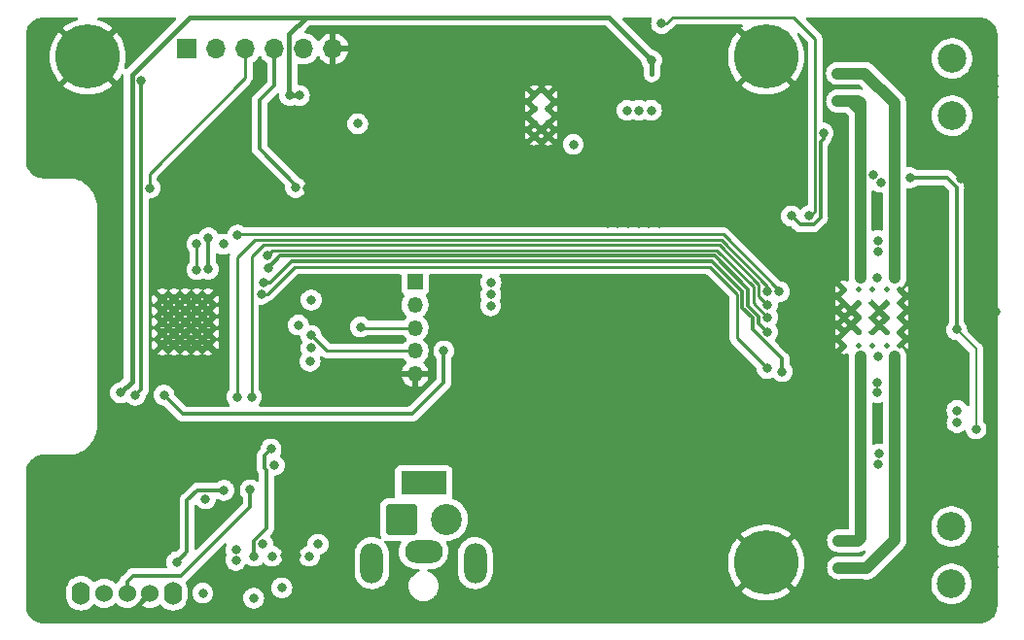
<source format=gbr>
G04 #@! TF.GenerationSoftware,KiCad,Pcbnew,(6.0.5-0)*
G04 #@! TF.CreationDate,2022-06-13T22:11:16+02:00*
G04 #@! TF.ProjectId,muVox,6d75566f-782e-46b6-9963-61645f706362,rev?*
G04 #@! TF.SameCoordinates,Original*
G04 #@! TF.FileFunction,Copper,L2,Inr*
G04 #@! TF.FilePolarity,Positive*
%FSLAX46Y46*%
G04 Gerber Fmt 4.6, Leading zero omitted, Abs format (unit mm)*
G04 Created by KiCad (PCBNEW (6.0.5-0)) date 2022-06-13 22:11:16*
%MOMM*%
%LPD*%
G01*
G04 APERTURE LIST*
G04 Aperture macros list*
%AMRoundRect*
0 Rectangle with rounded corners*
0 $1 Rounding radius*
0 $2 $3 $4 $5 $6 $7 $8 $9 X,Y pos of 4 corners*
0 Add a 4 corners polygon primitive as box body*
4,1,4,$2,$3,$4,$5,$6,$7,$8,$9,$2,$3,0*
0 Add four circle primitives for the rounded corners*
1,1,$1+$1,$2,$3*
1,1,$1+$1,$4,$5*
1,1,$1+$1,$6,$7*
1,1,$1+$1,$8,$9*
0 Add four rect primitives between the rounded corners*
20,1,$1+$1,$2,$3,$4,$5,0*
20,1,$1+$1,$4,$5,$6,$7,0*
20,1,$1+$1,$6,$7,$8,$9,0*
20,1,$1+$1,$8,$9,$2,$3,0*%
G04 Aperture macros list end*
G04 #@! TA.AperFunction,ComponentPad*
%ADD10R,4.000000X2.000000*%
G04 #@! TD*
G04 #@! TA.AperFunction,ComponentPad*
%ADD11O,3.300000X2.000000*%
G04 #@! TD*
G04 #@! TA.AperFunction,ComponentPad*
%ADD12O,2.000000X3.500000*%
G04 #@! TD*
G04 #@! TA.AperFunction,ComponentPad*
%ADD13R,1.350000X1.350000*%
G04 #@! TD*
G04 #@! TA.AperFunction,ComponentPad*
%ADD14O,1.350000X1.350000*%
G04 #@! TD*
G04 #@! TA.AperFunction,ComponentPad*
%ADD15C,2.500000*%
G04 #@! TD*
G04 #@! TA.AperFunction,ComponentPad*
%ADD16RoundRect,0.250001X-1.099999X-1.099999X1.099999X-1.099999X1.099999X1.099999X-1.099999X1.099999X0*%
G04 #@! TD*
G04 #@! TA.AperFunction,ComponentPad*
%ADD17C,2.700000*%
G04 #@! TD*
G04 #@! TA.AperFunction,ComponentPad*
%ADD18C,5.600000*%
G04 #@! TD*
G04 #@! TA.AperFunction,ComponentPad*
%ADD19R,1.700000X1.700000*%
G04 #@! TD*
G04 #@! TA.AperFunction,ComponentPad*
%ADD20O,1.700000X1.700000*%
G04 #@! TD*
G04 #@! TA.AperFunction,ComponentPad*
%ADD21C,0.500000*%
G04 #@! TD*
G04 #@! TA.AperFunction,ComponentPad*
%ADD22C,0.600000*%
G04 #@! TD*
G04 #@! TA.AperFunction,ComponentPad*
%ADD23C,1.524000*%
G04 #@! TD*
G04 #@! TA.AperFunction,ComponentPad*
%ADD24O,1.600000X2.000000*%
G04 #@! TD*
G04 #@! TA.AperFunction,ComponentPad*
%ADD25C,0.800000*%
G04 #@! TD*
G04 #@! TA.AperFunction,ViaPad*
%ADD26C,0.800000*%
G04 #@! TD*
G04 #@! TA.AperFunction,Conductor*
%ADD27C,0.300000*%
G04 #@! TD*
G04 #@! TA.AperFunction,Conductor*
%ADD28C,0.200000*%
G04 #@! TD*
G04 #@! TA.AperFunction,Conductor*
%ADD29C,0.400000*%
G04 #@! TD*
G04 #@! TA.AperFunction,Conductor*
%ADD30C,0.250000*%
G04 #@! TD*
G04 #@! TA.AperFunction,Conductor*
%ADD31C,1.000000*%
G04 #@! TD*
G04 APERTURE END LIST*
D10*
X147742110Y-102652500D03*
D11*
X147742110Y-108652500D03*
D12*
X143242110Y-109652500D03*
X152242110Y-109652500D03*
D13*
X147000000Y-85150000D03*
D14*
X147000000Y-87150000D03*
X147000000Y-89150000D03*
X147000000Y-91150000D03*
X147000000Y-93150000D03*
D15*
X193700000Y-111450000D03*
X193700000Y-106450000D03*
D16*
X145800490Y-105850490D03*
D17*
X149760490Y-105850490D03*
D18*
X118500000Y-65500000D03*
D19*
X127150000Y-64800000D03*
D20*
X129690000Y-64800000D03*
X132230000Y-64800000D03*
X134770000Y-64800000D03*
X137310000Y-64800000D03*
X139850000Y-64800000D03*
D21*
X184342850Y-90669650D03*
X188051250Y-86961250D03*
X189219650Y-89501250D03*
X186781250Y-89501250D03*
X186781250Y-85792850D03*
X186781250Y-90669650D03*
X186781250Y-86961250D03*
X185612850Y-85792850D03*
X185612850Y-86961250D03*
X185612850Y-88231250D03*
X184342850Y-85792850D03*
X189219650Y-86961250D03*
X188051250Y-88231250D03*
X188051250Y-90669650D03*
X184342850Y-88231250D03*
X188051250Y-85792850D03*
X186781250Y-88231250D03*
X184342850Y-89501250D03*
X185612850Y-89501250D03*
X189219650Y-90669650D03*
X189219650Y-85792850D03*
X188051250Y-89501250D03*
X185612850Y-90669650D03*
X189219650Y-88231250D03*
X184342850Y-86961250D03*
D22*
X157388000Y-70012000D03*
X158588000Y-72412000D03*
X158588000Y-70012000D03*
X157388000Y-68812000D03*
X158588000Y-68812000D03*
X157388000Y-72412000D03*
X157388000Y-71312000D03*
X158588000Y-71312000D03*
D23*
X119920000Y-112268000D03*
X121920000Y-112268000D03*
X123920000Y-112268000D03*
D24*
X125920000Y-112268000D03*
X117920000Y-112268000D03*
D18*
X177550000Y-65500000D03*
D25*
X126000000Y-88631250D03*
X125000000Y-86631250D03*
X125000000Y-89631250D03*
X128000000Y-87631250D03*
X126000000Y-87631250D03*
X127000000Y-89631250D03*
X128000000Y-90631250D03*
X126000000Y-86631250D03*
X125000000Y-88631250D03*
X129000000Y-90631250D03*
X128000000Y-88631250D03*
X125000000Y-87631250D03*
X127000000Y-87631250D03*
X128000000Y-86631250D03*
X129000000Y-87631250D03*
X127000000Y-88631250D03*
X129000000Y-86631250D03*
X127000000Y-90631250D03*
X128000000Y-89631250D03*
X126000000Y-89631250D03*
X125000000Y-90631250D03*
X126000000Y-90631250D03*
X129000000Y-88631250D03*
X129000000Y-89631250D03*
X127000000Y-86631250D03*
D15*
X193750000Y-65650000D03*
X193750000Y-70650000D03*
D18*
X177550000Y-109600000D03*
D26*
X172446020Y-89421810D03*
X171557020Y-88558210D03*
X171557020Y-88558210D03*
X171557020Y-89421810D03*
X171557020Y-90336210D03*
X170642620Y-88558210D03*
X170642620Y-87669210D03*
X170642620Y-88558210D03*
X171582420Y-87669210D03*
X172446020Y-88558210D03*
X172446020Y-87669210D03*
X172446020Y-88558210D03*
X139400000Y-75196600D03*
X139400000Y-75196600D03*
X196500000Y-67203400D03*
X168250000Y-79100000D03*
X197400000Y-108200000D03*
X168250000Y-78200000D03*
X135650000Y-107189000D03*
X164084000Y-73914000D03*
X138500000Y-77000000D03*
X196500000Y-68103400D03*
X124407600Y-100550000D03*
X165862000Y-73014000D03*
X124407600Y-101550000D03*
X137600000Y-76100000D03*
X139400000Y-76996600D03*
X164650000Y-78203400D03*
X164084000Y-73014000D03*
X135607600Y-113550000D03*
X159178380Y-105603400D03*
X172446020Y-86780210D03*
X158278380Y-106503400D03*
X196300000Y-77710000D03*
X166450000Y-78203400D03*
X155578380Y-104753400D03*
X165550000Y-78200000D03*
X197400000Y-69000000D03*
X164622820Y-93485810D03*
X160978380Y-105553400D03*
X161219220Y-86229410D03*
X162311420Y-86204010D03*
X125296600Y-101550000D03*
X164650000Y-79103400D03*
X179939020Y-90234610D03*
X126211000Y-101550000D03*
X136650000Y-108992400D03*
X191700000Y-82550000D03*
X135650000Y-107189000D03*
X197400000Y-108200000D03*
X168250000Y-80000000D03*
X167350000Y-78203400D03*
X135650000Y-108992400D03*
X191350000Y-77500000D03*
X136650000Y-108103400D03*
X160078380Y-106500000D03*
X125296600Y-101550000D03*
X195600000Y-110003400D03*
X127100000Y-100550000D03*
X177223620Y-94654010D03*
X157378380Y-105650000D03*
X160978380Y-104653400D03*
X138500000Y-75200000D03*
X196880820Y-90844210D03*
X170896620Y-106008010D03*
X144642000Y-76962000D03*
X138300000Y-113550000D03*
X136650000Y-106300000D03*
X133050000Y-67850000D03*
X158278380Y-104703400D03*
X135650000Y-106300000D03*
X196500000Y-109103400D03*
X197400000Y-69000000D03*
X160078380Y-105600000D03*
X165862000Y-73914000D03*
X124407600Y-101550000D03*
X135650000Y-108103400D03*
X127100000Y-101550000D03*
X137600000Y-75200000D03*
X163683020Y-90742610D03*
X197400000Y-67200000D03*
X157378380Y-106550000D03*
X187270000Y-77890000D03*
X135607600Y-113550000D03*
X126211000Y-100550000D03*
X168250000Y-80000000D03*
X164622820Y-93485810D03*
X163750000Y-79103400D03*
X127100000Y-100550000D03*
X164622820Y-94374810D03*
X160990620Y-90742610D03*
X197400000Y-110000000D03*
X197550000Y-87700000D03*
X165550000Y-80000000D03*
X160078380Y-104700000D03*
X190250000Y-77500000D03*
X157378380Y-106550000D03*
X136650000Y-108103400D03*
X159178380Y-104703400D03*
X137411000Y-113550000D03*
X164962000Y-73914000D03*
X159178380Y-106503400D03*
X160078380Y-106500000D03*
X161879620Y-90742610D03*
X156478380Y-104753400D03*
X179939020Y-88482010D03*
X197400000Y-109100000D03*
X195600000Y-68103400D03*
X195600000Y-108203400D03*
X164343420Y-86204010D03*
X197400000Y-68100000D03*
X124407600Y-100550000D03*
X137411000Y-113550000D03*
X138500000Y-76100000D03*
X157378380Y-104750000D03*
X161879620Y-90742610D03*
X126211000Y-101550000D03*
X197400000Y-68100000D03*
X164622820Y-92571410D03*
X195600000Y-109103400D03*
X164622820Y-94374810D03*
X157378380Y-105650000D03*
X166450000Y-79103400D03*
X197400000Y-109100000D03*
X160990620Y-90742610D03*
X171582420Y-86780210D03*
X172446020Y-90336210D03*
X167350000Y-80003400D03*
X127100000Y-101550000D03*
X162306000Y-73014000D03*
X195600000Y-69003400D03*
X136650000Y-106300000D03*
X197400000Y-67200000D03*
X163184000Y-73914000D03*
X192850000Y-78100000D03*
X135650000Y-108992400D03*
X194500000Y-76160000D03*
X187304660Y-98504676D03*
X195400000Y-76960000D03*
X164622820Y-91682410D03*
X163352820Y-86204010D03*
X160978380Y-106453400D03*
X136650000Y-108992400D03*
X164650000Y-80003400D03*
X164622820Y-92571410D03*
X162794020Y-90742610D03*
X125296600Y-100550000D03*
X196500000Y-69003400D03*
X165550000Y-79100000D03*
X136650000Y-107189000D03*
X184100000Y-77000000D03*
X161878380Y-105553400D03*
X195600000Y-67203400D03*
X156478380Y-105653400D03*
X136496600Y-113550000D03*
X126211000Y-100550000D03*
X138300000Y-113550000D03*
X168250000Y-78200000D03*
X125296600Y-100550000D03*
X164962000Y-73014000D03*
X139400000Y-76096600D03*
X158278380Y-105603400D03*
X166450000Y-80003400D03*
X145542000Y-77862000D03*
X144642000Y-77862000D03*
X160078380Y-105600000D03*
X163750000Y-80003400D03*
X167350000Y-79103400D03*
X163683020Y-90742610D03*
X164622820Y-91682410D03*
X165550000Y-78200000D03*
X162306000Y-73914000D03*
X157378380Y-104750000D03*
X163750000Y-78203400D03*
X136496600Y-113550000D03*
X169499620Y-106008010D03*
X168229620Y-106008010D03*
X162794020Y-90742610D03*
X139400000Y-76996600D03*
X196500000Y-110003400D03*
X145542000Y-76962000D03*
X165550000Y-79100000D03*
X135650000Y-106300000D03*
X160078380Y-104700000D03*
X168250000Y-79100000D03*
X163184000Y-73014000D03*
X139400000Y-76096600D03*
X161878380Y-106453400D03*
X161878380Y-104653400D03*
X135650000Y-108103400D03*
X165550000Y-80000000D03*
X137600000Y-77000000D03*
X197400000Y-110000000D03*
X136650000Y-107189000D03*
X196500000Y-108203400D03*
X132650000Y-103250000D03*
X131400000Y-108500000D03*
X195842500Y-97957500D03*
X142000000Y-71350000D03*
X182544799Y-72150000D03*
X131400000Y-109400000D03*
X179761120Y-79388810D03*
X194150000Y-89300000D03*
X190100000Y-76050000D03*
X167600000Y-65800000D03*
X121350000Y-94800000D03*
X136095258Y-68875002D03*
X136931000Y-68889800D03*
X123150000Y-67550000D03*
X122650000Y-95000000D03*
X165470000Y-70170000D03*
X167570000Y-70170000D03*
X153583620Y-87208380D03*
X166480000Y-70170000D03*
X153610000Y-85180000D03*
X128524000Y-112268000D03*
X153590000Y-86230000D03*
X187254220Y-84799010D03*
X187279620Y-82513010D03*
X187279620Y-81522410D03*
X187254220Y-93892210D03*
X187529756Y-76450244D03*
X187279620Y-91606210D03*
X187254220Y-94781210D03*
X186870000Y-75790489D03*
X187323620Y-101004010D03*
X187390000Y-100120000D03*
X134550000Y-109050000D03*
X136849500Y-88884954D03*
X128750000Y-104049500D03*
X149500000Y-91150000D03*
X125150000Y-95000000D03*
X168450000Y-62600000D03*
X181336120Y-79388810D03*
X185781020Y-93892210D03*
X185755620Y-91580810D03*
X185560000Y-107680000D03*
X183880000Y-107690000D03*
X185755620Y-82554010D03*
X185781020Y-84824410D03*
X183800000Y-69350000D03*
X185550000Y-69350000D03*
X188752820Y-91580810D03*
X183880000Y-110060000D03*
X188778220Y-93892210D03*
X185560000Y-110060000D03*
X188752820Y-82554010D03*
X188778220Y-84824410D03*
X185560000Y-66950000D03*
X183790000Y-66950000D03*
X132999500Y-109050000D03*
X134457294Y-99705731D03*
X133749500Y-108000000D03*
X137954977Y-86704977D03*
X135400000Y-111800000D03*
X132950000Y-112700000D03*
X130300000Y-81850000D03*
X137800000Y-109050000D03*
X177678420Y-89498010D03*
X137850000Y-92050000D03*
X134200000Y-83900000D03*
X134150000Y-82800000D03*
X137950000Y-90900000D03*
X138550000Y-108000000D03*
X177678420Y-88202610D03*
X123900000Y-76950000D03*
X136600000Y-76900000D03*
X126250000Y-109550000D03*
X130350000Y-103300000D03*
X194188420Y-97397410D03*
X194188420Y-96330610D03*
X142262701Y-89062701D03*
X137950000Y-89800000D03*
X131500000Y-95150000D03*
X177703820Y-85992810D03*
X132750000Y-95150000D03*
X177678420Y-87110410D03*
X178719820Y-85992810D03*
X131550000Y-81050000D03*
X129000000Y-84024020D03*
X133828925Y-85227067D03*
X178952528Y-92948301D03*
X129000000Y-81300000D03*
X128000000Y-81850000D03*
X133600000Y-86200000D03*
X177656432Y-92677511D03*
X128000964Y-84054555D03*
X134750000Y-101100000D03*
X160782000Y-73152000D03*
D27*
X132650000Y-104750000D02*
X126650000Y-110750000D01*
X126650000Y-110750000D02*
X122422000Y-110750000D01*
X121920000Y-111252000D02*
X121920000Y-112268000D01*
X132650000Y-103250000D02*
X132650000Y-104750000D01*
X122422000Y-110750000D02*
X121920000Y-111252000D01*
X194150000Y-76869970D02*
X194150000Y-89300000D01*
D28*
X195900000Y-98250000D02*
X195842500Y-98192500D01*
D27*
X180511121Y-80138811D02*
X179761120Y-79388810D01*
X190100000Y-76050000D02*
X193330030Y-76050000D01*
X182294819Y-79540113D02*
X181696121Y-80138811D01*
X182544799Y-72642831D02*
X182294819Y-72892811D01*
X182544799Y-72150000D02*
X182544799Y-72642831D01*
X182294819Y-72892811D02*
X182294819Y-79540113D01*
D28*
X195842500Y-90992500D02*
X194150000Y-89300000D01*
X195842500Y-98192500D02*
X195842500Y-90992500D01*
D27*
X193330030Y-76050000D02*
X194150000Y-76869970D01*
X181696121Y-80138811D02*
X180511121Y-80138811D01*
D29*
X136050000Y-68829744D02*
X136095258Y-68875002D01*
X167623600Y-67015400D02*
X167623600Y-65873600D01*
X122350000Y-67100978D02*
X122350000Y-72200000D01*
X136095258Y-68875002D02*
X136916202Y-68875002D01*
X167600000Y-65800000D02*
X163850000Y-62050000D01*
X167550000Y-65800000D02*
X167456850Y-65706850D01*
X122350000Y-72200000D02*
X122350000Y-93800000D01*
X167600000Y-65800000D02*
X167550000Y-65800000D01*
X137550000Y-62050000D02*
X136050000Y-63550000D01*
X136916202Y-68875002D02*
X136931000Y-68889800D01*
X127400978Y-62050000D02*
X122350000Y-67100978D01*
X167623600Y-65873600D02*
X167456850Y-65706850D01*
X136050000Y-63550000D02*
X136050000Y-68829744D01*
X122350000Y-93800000D02*
X121350000Y-94800000D01*
X163850000Y-62050000D02*
X142250000Y-62050000D01*
X142250000Y-62050000D02*
X127400978Y-62050000D01*
X142250000Y-62050000D02*
X137550000Y-62050000D01*
D27*
X123150000Y-67550000D02*
X123150000Y-94500000D01*
X123150000Y-94500000D02*
X122650000Y-95000000D01*
D29*
X187254220Y-91631610D02*
X187279620Y-91606210D01*
D27*
X146750000Y-96650000D02*
X145850000Y-96650000D01*
X126800000Y-96650000D02*
X125150000Y-95000000D01*
X145850000Y-96650000D02*
X126800000Y-96650000D01*
X149500000Y-93900000D02*
X146750000Y-96650000D01*
X149500000Y-91150000D02*
X149500000Y-93900000D01*
D30*
X181820299Y-63920299D02*
X181820299Y-71970299D01*
X181820299Y-71970299D02*
X181820299Y-71869783D01*
X168890000Y-62600000D02*
X169440000Y-62050000D01*
X168450000Y-62600000D02*
X168890000Y-62600000D01*
X181336120Y-79388810D02*
X181411190Y-79388810D01*
X181820299Y-78979701D02*
X181820299Y-71970299D01*
X179950000Y-62050000D02*
X181820299Y-63920299D01*
X169440000Y-62050000D02*
X179950000Y-62050000D01*
X181411190Y-79388810D02*
X181820299Y-78979701D01*
D31*
X185781020Y-93892210D02*
X185781020Y-107458980D01*
X185550000Y-107690000D02*
X185560000Y-107680000D01*
X185781020Y-93892210D02*
X185781020Y-91678420D01*
X185781020Y-91678420D02*
X185755620Y-91653020D01*
X183880000Y-107690000D02*
X185550000Y-107690000D01*
X185781020Y-107458980D02*
X185560000Y-107680000D01*
X183800000Y-69350000D02*
X185550000Y-69350000D01*
X184937010Y-69350000D02*
X185755620Y-70168610D01*
X185550000Y-69350000D02*
X185755620Y-69555620D01*
X185755620Y-69555620D02*
X185755620Y-84777600D01*
X185755620Y-84777600D02*
X185781020Y-84803000D01*
X183800000Y-69350000D02*
X184937010Y-69350000D01*
X183893390Y-110046610D02*
X183880000Y-110060000D01*
X188778220Y-107608210D02*
X186314420Y-110072010D01*
X186314420Y-110046610D02*
X183893390Y-110046610D01*
X188778220Y-93892210D02*
X188778220Y-107608210D01*
X188778220Y-91678420D02*
X188752820Y-91653020D01*
X188778220Y-93892210D02*
X188778220Y-91678420D01*
X186169210Y-66950000D02*
X188752820Y-69533610D01*
X188752820Y-69533610D02*
X188752820Y-83078695D01*
X188752820Y-83078695D02*
X188778220Y-83104095D01*
X188778220Y-83104095D02*
X188778220Y-84803000D01*
X185560000Y-66950000D02*
X183790000Y-66950000D01*
X183790000Y-66950000D02*
X186169210Y-66950000D01*
D27*
X133858000Y-100305025D02*
X134457294Y-99705731D01*
X132999500Y-107690030D02*
X134050000Y-106639530D01*
X132999500Y-109050000D02*
X132999500Y-107690030D01*
X133858000Y-101346000D02*
X133858000Y-100305025D01*
X134050000Y-101538000D02*
X133858000Y-101346000D01*
X134050000Y-106639530D02*
X134050000Y-101538000D01*
X176928909Y-88748499D02*
X177678420Y-89498010D01*
X151461600Y-82851121D02*
X173101505Y-82851121D01*
X135248879Y-82851121D02*
X134200000Y-83900000D01*
X176928909Y-88129387D02*
X176928909Y-88748499D01*
X176004362Y-87204840D02*
X176928909Y-88129387D01*
X176004362Y-85753978D02*
X176004362Y-87204840D01*
X151461600Y-82851121D02*
X135248879Y-82851121D01*
X173101505Y-82851121D02*
X176004362Y-85753978D01*
D30*
X146973399Y-82376601D02*
X134573399Y-82376601D01*
X176478882Y-85557426D02*
X173298057Y-82376601D01*
X173298057Y-82376601D02*
X146973399Y-82376601D01*
X134573399Y-82376601D02*
X134150000Y-82800000D01*
X177678420Y-88202610D02*
X176478882Y-87003072D01*
X176478882Y-87003072D02*
X176478882Y-85557426D01*
X132230000Y-64800000D02*
X132230000Y-67370000D01*
X123900000Y-75700000D02*
X123900000Y-76950000D01*
X132230000Y-67370000D02*
X123900000Y-75700000D01*
D27*
X133450000Y-69300000D02*
X133450000Y-73550000D01*
X133450000Y-73550000D02*
X136600000Y-76700000D01*
X134770000Y-67980000D02*
X133450000Y-69300000D01*
X136600000Y-76700000D02*
X136600000Y-76900000D01*
X134770000Y-64800000D02*
X134770000Y-67980000D01*
X130350000Y-103300000D02*
X128050000Y-103300000D01*
X127150000Y-104200000D02*
X127150000Y-108650000D01*
X127150000Y-108650000D02*
X126250000Y-109550000D01*
X128050000Y-103300000D02*
X127150000Y-104200000D01*
D30*
X147050000Y-89150000D02*
X142350000Y-89150000D01*
X142350000Y-89150000D02*
X142262701Y-89062701D01*
X139300000Y-91150000D02*
X137950000Y-89800000D01*
X147050000Y-91150000D02*
X139300000Y-91150000D01*
X177703820Y-85510928D02*
X177703820Y-85992810D01*
X133022439Y-81477561D02*
X131500000Y-83000000D01*
X131500000Y-83000000D02*
X131500000Y-95150000D01*
X173670453Y-81477561D02*
X133022439Y-81477561D01*
X173670453Y-81477561D02*
X177703820Y-85510928D01*
X132750000Y-83000000D02*
X132750000Y-95150000D01*
X132800000Y-82950000D02*
X132750000Y-83000000D01*
X133822919Y-81927081D02*
X132800000Y-82950000D01*
X146027081Y-81927081D02*
X173484255Y-81927081D01*
X173484255Y-81927081D02*
X176928402Y-85371228D01*
X177678420Y-87110410D02*
X176928402Y-86360392D01*
X176928402Y-86360392D02*
X176928402Y-85371228D01*
X146027081Y-81927081D02*
X133822919Y-81927081D01*
X131610990Y-80989010D02*
X131550000Y-81050000D01*
X144607620Y-80989010D02*
X131610990Y-80989010D01*
X178719820Y-85992810D02*
X178719820Y-85891210D01*
X178719820Y-85891210D02*
X173817620Y-80989010D01*
D29*
X178719820Y-85992810D02*
X178719820Y-85824808D01*
D30*
X173817620Y-80989010D02*
X144607620Y-80989010D01*
D27*
X129000000Y-84024020D02*
X129000000Y-81300000D01*
X176357620Y-88264526D02*
X176357620Y-89244010D01*
X172877251Y-83350641D02*
X175504842Y-85978232D01*
X176357620Y-89244010D02*
X178952528Y-91838918D01*
X134372933Y-85227067D02*
X136249359Y-83350641D01*
X133828925Y-85227067D02*
X134372933Y-85227067D01*
X136249359Y-83350641D02*
X172877251Y-83350641D01*
X178952528Y-91838918D02*
X178952528Y-92948301D01*
X175504842Y-87411748D02*
X176357620Y-88264526D01*
X175504842Y-85978232D02*
X175504842Y-87411748D01*
D30*
X175030323Y-90051402D02*
X177656432Y-92677511D01*
X175030323Y-86174785D02*
X175030323Y-90051402D01*
X136486194Y-83825161D02*
X172680699Y-83825161D01*
X128000964Y-81850964D02*
X128000000Y-81850000D01*
X133600000Y-86200000D02*
X134111355Y-86200000D01*
X172680699Y-83825161D02*
X175030323Y-86174785D01*
X128000964Y-84054555D02*
X128000964Y-81850964D01*
X134111355Y-86200000D02*
X136486194Y-83825161D01*
G04 #@! TA.AperFunction,Conductor*
G36*
X117630725Y-62086512D02*
G01*
X117677218Y-62140168D01*
X117687322Y-62210442D01*
X117657828Y-62275022D01*
X117602584Y-62311999D01*
X117283683Y-62418702D01*
X117277361Y-62421205D01*
X116958034Y-62568079D01*
X116951991Y-62571265D01*
X116650401Y-62751763D01*
X116644755Y-62755571D01*
X116364408Y-62967596D01*
X116359211Y-62971987D01*
X116357972Y-62973155D01*
X116349950Y-62986862D01*
X116349986Y-62987704D01*
X116355037Y-62995826D01*
X118487190Y-65127980D01*
X118501131Y-65135592D01*
X118502966Y-65135461D01*
X118509580Y-65131210D01*
X120642798Y-62997991D01*
X120650412Y-62984047D01*
X120650344Y-62983089D01*
X120645836Y-62976272D01*
X120644418Y-62975065D01*
X120364813Y-62762064D01*
X120359187Y-62758240D01*
X120058214Y-62576681D01*
X120052202Y-62573484D01*
X119733370Y-62425487D01*
X119727070Y-62422967D01*
X119398814Y-62311859D01*
X119340702Y-62271072D01*
X119313866Y-62205343D01*
X119326826Y-62135539D01*
X119375468Y-62083823D01*
X119439211Y-62066510D01*
X126078307Y-62066510D01*
X126146428Y-62086512D01*
X126192921Y-62140168D01*
X126203025Y-62210442D01*
X126173531Y-62275022D01*
X126167402Y-62281605D01*
X121880807Y-66568201D01*
X121818495Y-66602227D01*
X121747680Y-66597162D01*
X121690844Y-66554615D01*
X121666033Y-66488095D01*
X121670533Y-66444587D01*
X121729598Y-66237237D01*
X121731105Y-66230607D01*
X121790332Y-65884118D01*
X121791112Y-65877378D01*
X121812668Y-65524925D01*
X121812784Y-65521323D01*
X121812853Y-65501819D01*
X121812761Y-65498194D01*
X121793666Y-65145615D01*
X121792931Y-65138849D01*
X121736130Y-64791985D01*
X121734663Y-64785313D01*
X121640736Y-64446627D01*
X121638562Y-64440163D01*
X121508598Y-64113578D01*
X121505742Y-64107398D01*
X121341269Y-63796763D01*
X121337769Y-63790937D01*
X121140697Y-63499862D01*
X121136590Y-63494453D01*
X121023565Y-63361179D01*
X121010740Y-63352743D01*
X121000416Y-63358795D01*
X118872020Y-65487190D01*
X118864408Y-65501131D01*
X118864539Y-65502966D01*
X118868790Y-65509580D01*
X120999009Y-67639798D01*
X121012605Y-67647223D01*
X121022218Y-67640522D01*
X121122518Y-67523912D01*
X121126676Y-67518514D01*
X121325762Y-67228840D01*
X121329310Y-67223029D01*
X121404560Y-67083274D01*
X121454467Y-67032778D01*
X121523751Y-67017279D01*
X121590416Y-67041699D01*
X121633295Y-67098284D01*
X121641500Y-67143009D01*
X121641500Y-93454338D01*
X121621498Y-93522459D01*
X121604596Y-93543433D01*
X121283467Y-93864563D01*
X121220568Y-93898715D01*
X121167895Y-93909911D01*
X121067712Y-93931206D01*
X121061682Y-93933891D01*
X121061681Y-93933891D01*
X120899278Y-94006197D01*
X120899276Y-94006198D01*
X120893248Y-94008882D01*
X120887907Y-94012762D01*
X120887906Y-94012763D01*
X120837843Y-94049136D01*
X120738747Y-94121134D01*
X120734326Y-94126044D01*
X120734325Y-94126045D01*
X120671816Y-94195469D01*
X120610960Y-94263056D01*
X120515473Y-94428444D01*
X120456458Y-94610072D01*
X120455768Y-94616633D01*
X120455768Y-94616635D01*
X120446495Y-94704861D01*
X120436496Y-94800000D01*
X120437186Y-94806565D01*
X120453286Y-94959744D01*
X120456458Y-94989928D01*
X120515473Y-95171556D01*
X120610960Y-95336944D01*
X120615378Y-95341851D01*
X120615379Y-95341852D01*
X120636466Y-95365271D01*
X120738747Y-95478866D01*
X120827533Y-95543373D01*
X120881867Y-95582849D01*
X120893248Y-95591118D01*
X120899276Y-95593802D01*
X120899278Y-95593803D01*
X121040447Y-95656655D01*
X121067712Y-95668794D01*
X121133365Y-95682749D01*
X121248056Y-95707128D01*
X121248061Y-95707128D01*
X121254513Y-95708500D01*
X121445487Y-95708500D01*
X121451939Y-95707128D01*
X121451944Y-95707128D01*
X121566635Y-95682749D01*
X121632288Y-95668794D01*
X121659553Y-95656655D01*
X121800722Y-95593803D01*
X121800724Y-95593802D01*
X121806752Y-95591118D01*
X121812093Y-95587237D01*
X121817811Y-95583936D01*
X121819233Y-95586399D01*
X121874357Y-95566748D01*
X121943504Y-95582849D01*
X121975149Y-95608233D01*
X122038747Y-95678866D01*
X122193248Y-95791118D01*
X122199276Y-95793802D01*
X122199278Y-95793803D01*
X122314712Y-95845197D01*
X122367712Y-95868794D01*
X122461113Y-95888647D01*
X122548056Y-95907128D01*
X122548061Y-95907128D01*
X122554513Y-95908500D01*
X122745487Y-95908500D01*
X122751939Y-95907128D01*
X122751944Y-95907128D01*
X122838887Y-95888647D01*
X122932288Y-95868794D01*
X122985288Y-95845197D01*
X123100722Y-95793803D01*
X123100724Y-95793802D01*
X123106752Y-95791118D01*
X123261253Y-95678866D01*
X123270322Y-95668794D01*
X123384621Y-95541852D01*
X123384622Y-95541851D01*
X123389040Y-95536944D01*
X123484527Y-95371556D01*
X123543542Y-95189928D01*
X123544872Y-95177279D01*
X123556514Y-95066508D01*
X123583527Y-95000852D01*
X123584267Y-95000000D01*
X124236496Y-95000000D01*
X124237186Y-95006565D01*
X124255129Y-95177279D01*
X124256458Y-95189928D01*
X124315473Y-95371556D01*
X124410960Y-95536944D01*
X124415378Y-95541851D01*
X124415379Y-95541852D01*
X124529678Y-95668794D01*
X124538747Y-95678866D01*
X124693248Y-95791118D01*
X124699276Y-95793802D01*
X124699278Y-95793803D01*
X124814712Y-95845197D01*
X124867712Y-95868794D01*
X124961113Y-95888647D01*
X125048056Y-95907128D01*
X125048061Y-95907128D01*
X125054513Y-95908500D01*
X125075050Y-95908500D01*
X125143171Y-95928502D01*
X125164145Y-95945405D01*
X126276341Y-97057600D01*
X126284331Y-97066381D01*
X126284339Y-97066390D01*
X126288584Y-97073080D01*
X126310514Y-97093674D01*
X126340274Y-97121620D01*
X126343116Y-97124375D01*
X126363667Y-97144926D01*
X126366801Y-97147357D01*
X126367163Y-97147638D01*
X126376191Y-97155348D01*
X126409867Y-97186972D01*
X126416818Y-97190793D01*
X126416819Y-97190794D01*
X126428655Y-97197301D01*
X126445184Y-97208158D01*
X126455869Y-97216447D01*
X126455871Y-97216448D01*
X126462131Y-97221304D01*
X126504544Y-97239657D01*
X126515181Y-97244868D01*
X126555663Y-97267124D01*
X126563342Y-97269096D01*
X126563343Y-97269096D01*
X126576434Y-97272457D01*
X126595136Y-97278859D01*
X126614823Y-97287379D01*
X126622652Y-97288619D01*
X126660448Y-97294605D01*
X126672074Y-97297013D01*
X126709135Y-97306529D01*
X126709136Y-97306529D01*
X126716812Y-97308500D01*
X126738258Y-97308500D01*
X126757968Y-97310051D01*
X126779151Y-97313406D01*
X126825135Y-97309059D01*
X126836994Y-97308500D01*
X146667944Y-97308500D01*
X146679800Y-97309059D01*
X146679803Y-97309059D01*
X146687537Y-97310788D01*
X146758369Y-97308562D01*
X146762327Y-97308500D01*
X146791432Y-97308500D01*
X146795832Y-97307944D01*
X146807664Y-97307012D01*
X146853831Y-97305562D01*
X146874421Y-97299580D01*
X146893782Y-97295570D01*
X146901424Y-97294605D01*
X146907204Y-97293875D01*
X146907205Y-97293875D01*
X146915064Y-97292882D01*
X146922429Y-97289966D01*
X146922433Y-97289965D01*
X146958021Y-97275874D01*
X146969231Y-97272035D01*
X147013600Y-97259145D01*
X147032065Y-97248225D01*
X147049805Y-97239534D01*
X147069756Y-97231635D01*
X147107129Y-97204482D01*
X147117048Y-97197967D01*
X147149977Y-97178493D01*
X147149981Y-97178490D01*
X147156807Y-97174453D01*
X147171971Y-97159289D01*
X147187005Y-97146448D01*
X147197943Y-97138501D01*
X147204357Y-97133841D01*
X147233803Y-97098247D01*
X147241792Y-97089468D01*
X149907600Y-94423659D01*
X149916381Y-94415669D01*
X149916390Y-94415661D01*
X149923080Y-94411416D01*
X149971621Y-94359725D01*
X149974375Y-94356884D01*
X149994926Y-94336333D01*
X149997638Y-94332837D01*
X150005349Y-94323808D01*
X150007860Y-94321134D01*
X150036972Y-94290133D01*
X150047301Y-94271345D01*
X150058158Y-94254816D01*
X150066447Y-94244131D01*
X150066448Y-94244129D01*
X150071304Y-94237869D01*
X150089657Y-94195456D01*
X150094868Y-94184819D01*
X150117124Y-94144337D01*
X150121821Y-94126045D01*
X150122457Y-94123566D01*
X150128859Y-94104864D01*
X150137379Y-94085177D01*
X150144605Y-94039552D01*
X150147013Y-94027926D01*
X150156529Y-93990865D01*
X150156529Y-93990864D01*
X150158500Y-93983188D01*
X150158500Y-93961742D01*
X150160051Y-93942031D01*
X150162166Y-93928678D01*
X150163406Y-93920849D01*
X150159059Y-93874864D01*
X150158500Y-93863006D01*
X150158500Y-91824759D01*
X150178502Y-91756638D01*
X150190864Y-91740449D01*
X150191032Y-91740263D01*
X150239040Y-91686944D01*
X150324311Y-91539250D01*
X150331223Y-91527279D01*
X150331224Y-91527278D01*
X150334527Y-91521556D01*
X150393542Y-91339928D01*
X150397386Y-91303360D01*
X150412814Y-91156565D01*
X150413504Y-91150000D01*
X150410539Y-91121787D01*
X150394232Y-90966635D01*
X150394232Y-90966633D01*
X150393542Y-90960072D01*
X150334527Y-90778444D01*
X150239040Y-90613056D01*
X150218660Y-90590421D01*
X150115675Y-90476045D01*
X150115674Y-90476044D01*
X150111253Y-90471134D01*
X149956752Y-90358882D01*
X149950724Y-90356198D01*
X149950722Y-90356197D01*
X149788319Y-90283891D01*
X149788318Y-90283891D01*
X149782288Y-90281206D01*
X149655170Y-90254186D01*
X149601944Y-90242872D01*
X149601939Y-90242872D01*
X149595487Y-90241500D01*
X149404513Y-90241500D01*
X149398061Y-90242872D01*
X149398056Y-90242872D01*
X149344830Y-90254186D01*
X149217712Y-90281206D01*
X149211682Y-90283891D01*
X149211681Y-90283891D01*
X149049278Y-90356197D01*
X149049276Y-90356198D01*
X149043248Y-90358882D01*
X148888747Y-90471134D01*
X148884326Y-90476044D01*
X148884325Y-90476045D01*
X148781341Y-90590421D01*
X148760960Y-90613056D01*
X148665473Y-90778444D01*
X148606458Y-90960072D01*
X148605768Y-90966633D01*
X148605768Y-90966635D01*
X148589461Y-91121787D01*
X148586496Y-91150000D01*
X148587186Y-91156565D01*
X148602615Y-91303360D01*
X148606458Y-91339928D01*
X148665473Y-91521556D01*
X148668776Y-91527278D01*
X148668777Y-91527279D01*
X148675689Y-91539250D01*
X148760960Y-91686944D01*
X148808969Y-91740263D01*
X148809136Y-91740449D01*
X148839854Y-91804456D01*
X148841500Y-91824759D01*
X148841500Y-93575051D01*
X148821498Y-93643172D01*
X148804595Y-93664146D01*
X146514145Y-95954595D01*
X146451833Y-95988621D01*
X146425050Y-95991500D01*
X133497817Y-95991500D01*
X133429696Y-95971498D01*
X133383203Y-95917842D01*
X133373099Y-95847568D01*
X133404181Y-95781190D01*
X133484621Y-95691852D01*
X133484622Y-95691851D01*
X133489040Y-95686944D01*
X133584527Y-95521556D01*
X133643542Y-95339928D01*
X133663504Y-95150000D01*
X133648969Y-95011710D01*
X133644232Y-94966635D01*
X133644232Y-94966633D01*
X133643542Y-94960072D01*
X133584527Y-94778444D01*
X133489040Y-94613056D01*
X133415863Y-94531785D01*
X133385147Y-94467779D01*
X133383500Y-94447476D01*
X133383500Y-93416962D01*
X145847158Y-93416962D01*
X145878656Y-93540985D01*
X145882497Y-93551832D01*
X145968685Y-93738789D01*
X145974436Y-93748750D01*
X146093254Y-93916873D01*
X146100720Y-93925615D01*
X146248191Y-94069275D01*
X146257124Y-94076509D01*
X146428299Y-94190884D01*
X146438409Y-94196374D01*
X146627566Y-94277642D01*
X146638499Y-94281194D01*
X146728332Y-94301521D01*
X146742405Y-94300632D01*
X146746000Y-94291233D01*
X146746000Y-94290512D01*
X147254000Y-94290512D01*
X147257966Y-94304018D01*
X147271883Y-94306011D01*
X147282817Y-94303386D01*
X147477763Y-94237210D01*
X147488272Y-94232531D01*
X147667882Y-94131944D01*
X147677375Y-94125420D01*
X147835653Y-93993782D01*
X147843782Y-93985653D01*
X147975420Y-93827375D01*
X147981944Y-93817882D01*
X148082531Y-93638272D01*
X148087210Y-93627763D01*
X148153386Y-93432817D01*
X148156017Y-93421857D01*
X148154040Y-93407992D01*
X148140474Y-93404000D01*
X147272115Y-93404000D01*
X147256876Y-93408475D01*
X147255671Y-93409865D01*
X147254000Y-93417548D01*
X147254000Y-94290512D01*
X146746000Y-94290512D01*
X146746000Y-93422115D01*
X146741525Y-93406876D01*
X146740135Y-93405671D01*
X146732452Y-93404000D01*
X145861981Y-93404000D01*
X145848450Y-93407973D01*
X145847158Y-93416962D01*
X133383500Y-93416962D01*
X133383500Y-87234500D01*
X133403502Y-87166379D01*
X133457158Y-87119886D01*
X133509500Y-87108500D01*
X133695487Y-87108500D01*
X133701939Y-87107128D01*
X133701944Y-87107128D01*
X133788887Y-87088647D01*
X133882288Y-87068794D01*
X133888319Y-87066109D01*
X134050722Y-86993803D01*
X134050724Y-86993802D01*
X134056752Y-86991118D01*
X134080228Y-86974062D01*
X134205914Y-86882745D01*
X134211253Y-86878866D01*
X134243351Y-86843218D01*
X134290604Y-86810377D01*
X134311267Y-86802196D01*
X134322497Y-86798351D01*
X134357338Y-86788229D01*
X134357339Y-86788229D01*
X134364948Y-86786018D01*
X134371767Y-86781985D01*
X134371772Y-86781983D01*
X134382383Y-86775707D01*
X134400131Y-86767012D01*
X134418972Y-86759552D01*
X134454742Y-86733564D01*
X134464662Y-86727048D01*
X134495890Y-86708580D01*
X134495893Y-86708578D01*
X134501982Y-86704977D01*
X137041473Y-86704977D01*
X137042163Y-86711542D01*
X137056003Y-86843218D01*
X137061435Y-86894905D01*
X137120450Y-87076533D01*
X137123753Y-87082255D01*
X137123754Y-87082256D01*
X137153753Y-87134215D01*
X137215937Y-87241921D01*
X137220355Y-87246828D01*
X137220356Y-87246829D01*
X137286240Y-87320001D01*
X137343724Y-87383843D01*
X137395901Y-87421752D01*
X137470128Y-87475681D01*
X137498225Y-87496095D01*
X137504253Y-87498779D01*
X137504255Y-87498780D01*
X137612005Y-87546753D01*
X137672689Y-87573771D01*
X137764495Y-87593285D01*
X137853033Y-87612105D01*
X137853038Y-87612105D01*
X137859490Y-87613477D01*
X138050464Y-87613477D01*
X138056916Y-87612105D01*
X138056921Y-87612105D01*
X138145459Y-87593285D01*
X138237265Y-87573771D01*
X138297949Y-87546753D01*
X138405699Y-87498780D01*
X138405701Y-87498779D01*
X138411729Y-87496095D01*
X138439827Y-87475681D01*
X138514053Y-87421752D01*
X138566230Y-87383843D01*
X138623714Y-87320001D01*
X138689598Y-87246829D01*
X138689599Y-87246828D01*
X138694017Y-87241921D01*
X138756201Y-87134215D01*
X138786200Y-87082256D01*
X138786201Y-87082255D01*
X138789504Y-87076533D01*
X138848519Y-86894905D01*
X138853952Y-86843218D01*
X138867791Y-86711542D01*
X138868481Y-86704977D01*
X138864329Y-86665472D01*
X138849209Y-86521612D01*
X138849209Y-86521610D01*
X138848519Y-86515049D01*
X138789504Y-86333421D01*
X138694017Y-86168033D01*
X138638271Y-86106120D01*
X138570652Y-86031022D01*
X138570651Y-86031021D01*
X138566230Y-86026111D01*
X138411729Y-85913859D01*
X138405701Y-85911175D01*
X138405699Y-85911174D01*
X138243296Y-85838868D01*
X138243295Y-85838868D01*
X138237265Y-85836183D01*
X138143864Y-85816330D01*
X138056921Y-85797849D01*
X138056916Y-85797849D01*
X138050464Y-85796477D01*
X137859490Y-85796477D01*
X137853038Y-85797849D01*
X137853033Y-85797849D01*
X137766090Y-85816330D01*
X137672689Y-85836183D01*
X137666659Y-85838868D01*
X137666658Y-85838868D01*
X137504255Y-85911174D01*
X137504253Y-85911175D01*
X137498225Y-85913859D01*
X137343724Y-86026111D01*
X137339303Y-86031021D01*
X137339302Y-86031022D01*
X137271684Y-86106120D01*
X137215937Y-86168033D01*
X137120450Y-86333421D01*
X137061435Y-86515049D01*
X137060745Y-86521610D01*
X137060745Y-86521612D01*
X137045625Y-86665472D01*
X137041473Y-86704977D01*
X134501982Y-86704977D01*
X134502717Y-86704542D01*
X134517038Y-86690221D01*
X134532072Y-86677380D01*
X134548462Y-86665472D01*
X134576653Y-86631395D01*
X134584643Y-86622616D01*
X136711693Y-84495566D01*
X136774005Y-84461540D01*
X136800788Y-84458661D01*
X145690500Y-84458661D01*
X145758621Y-84478663D01*
X145805114Y-84532319D01*
X145816500Y-84584661D01*
X145816500Y-85873134D01*
X145823255Y-85935316D01*
X145874385Y-86071705D01*
X145961739Y-86188261D01*
X146017431Y-86230000D01*
X146040269Y-86247116D01*
X146082784Y-86303975D01*
X146087810Y-86374794D01*
X146063654Y-86425948D01*
X146008699Y-86495658D01*
X146003181Y-86502658D01*
X145901905Y-86695154D01*
X145900192Y-86700671D01*
X145842046Y-86887930D01*
X145837403Y-86902882D01*
X145811837Y-87118887D01*
X145826063Y-87335933D01*
X145827484Y-87341529D01*
X145827485Y-87341534D01*
X145865754Y-87492214D01*
X145879605Y-87546753D01*
X145882022Y-87551996D01*
X145910365Y-87613477D01*
X145970668Y-87744285D01*
X145974001Y-87749001D01*
X146087542Y-87909657D01*
X146096204Y-87921914D01*
X146100346Y-87925949D01*
X146239741Y-88061741D01*
X146274579Y-88123602D01*
X146270442Y-88194478D01*
X146234899Y-88246726D01*
X146137842Y-88331842D01*
X146134270Y-88336373D01*
X146030104Y-88468506D01*
X145972222Y-88509619D01*
X145931154Y-88516500D01*
X143049504Y-88516500D01*
X142981383Y-88496498D01*
X142955868Y-88474810D01*
X142878376Y-88388746D01*
X142878375Y-88388745D01*
X142873954Y-88383835D01*
X142719453Y-88271583D01*
X142713425Y-88268899D01*
X142713423Y-88268898D01*
X142551020Y-88196592D01*
X142551019Y-88196592D01*
X142544989Y-88193907D01*
X142451588Y-88174054D01*
X142364645Y-88155573D01*
X142364640Y-88155573D01*
X142358188Y-88154201D01*
X142167214Y-88154201D01*
X142160762Y-88155573D01*
X142160757Y-88155573D01*
X142073814Y-88174054D01*
X141980413Y-88193907D01*
X141974383Y-88196592D01*
X141974382Y-88196592D01*
X141811979Y-88268898D01*
X141811977Y-88268899D01*
X141805949Y-88271583D01*
X141651448Y-88383835D01*
X141647027Y-88388745D01*
X141647026Y-88388746D01*
X141540101Y-88507499D01*
X141523661Y-88525757D01*
X141466545Y-88624685D01*
X141438300Y-88673607D01*
X141428174Y-88691145D01*
X141369159Y-88872773D01*
X141368469Y-88879334D01*
X141368469Y-88879336D01*
X141354446Y-89012763D01*
X141349197Y-89062701D01*
X141349887Y-89069266D01*
X141364521Y-89208497D01*
X141369159Y-89252629D01*
X141428174Y-89434257D01*
X141431477Y-89439979D01*
X141431478Y-89439980D01*
X141441623Y-89457552D01*
X141523661Y-89599645D01*
X141528079Y-89604552D01*
X141528080Y-89604553D01*
X141642470Y-89731596D01*
X141651448Y-89741567D01*
X141709164Y-89783500D01*
X141782723Y-89836944D01*
X141805949Y-89853819D01*
X141811977Y-89856503D01*
X141811979Y-89856504D01*
X141967947Y-89925945D01*
X141980413Y-89931495D01*
X142073814Y-89951348D01*
X142160757Y-89969829D01*
X142160762Y-89969829D01*
X142167214Y-89971201D01*
X142358188Y-89971201D01*
X142364640Y-89969829D01*
X142364645Y-89969829D01*
X142451589Y-89951348D01*
X142544989Y-89931495D01*
X142557455Y-89925945D01*
X142713423Y-89856504D01*
X142713425Y-89856503D01*
X142719453Y-89853819D01*
X142742907Y-89836779D01*
X142783117Y-89807564D01*
X142849984Y-89783706D01*
X142857178Y-89783500D01*
X145933139Y-89783500D01*
X146001260Y-89803502D01*
X146036036Y-89836779D01*
X146057474Y-89867112D01*
X146096204Y-89921914D01*
X146237326Y-90059388D01*
X146239741Y-90061741D01*
X146274579Y-90123602D01*
X146270442Y-90194478D01*
X146234899Y-90246726D01*
X146137842Y-90331842D01*
X146134270Y-90336373D01*
X146030104Y-90468506D01*
X145972222Y-90509619D01*
X145931154Y-90516500D01*
X139614595Y-90516500D01*
X139546474Y-90496498D01*
X139525500Y-90479595D01*
X138897122Y-89851217D01*
X138863096Y-89788905D01*
X138860907Y-89775292D01*
X138857363Y-89741567D01*
X138848037Y-89652835D01*
X138844232Y-89616635D01*
X138844232Y-89616633D01*
X138843542Y-89610072D01*
X138784527Y-89428444D01*
X138780664Y-89421752D01*
X138725150Y-89325600D01*
X138689040Y-89263056D01*
X138681054Y-89254186D01*
X138565675Y-89126045D01*
X138565674Y-89126044D01*
X138561253Y-89121134D01*
X138406752Y-89008882D01*
X138400724Y-89006198D01*
X138400722Y-89006197D01*
X138238319Y-88933891D01*
X138238318Y-88933891D01*
X138232288Y-88931206D01*
X138138888Y-88911353D01*
X138051944Y-88892872D01*
X138051939Y-88892872D01*
X138045487Y-88891500D01*
X137877143Y-88891500D01*
X137809022Y-88871498D01*
X137762529Y-88817842D01*
X137751833Y-88778670D01*
X137750502Y-88766000D01*
X137743042Y-88695026D01*
X137684027Y-88513398D01*
X137673861Y-88495789D01*
X137610459Y-88385975D01*
X137588540Y-88348010D01*
X137563631Y-88320345D01*
X137465175Y-88210999D01*
X137465174Y-88210998D01*
X137460753Y-88206088D01*
X137306252Y-88093836D01*
X137300224Y-88091152D01*
X137300222Y-88091151D01*
X137137819Y-88018845D01*
X137137818Y-88018845D01*
X137131788Y-88016160D01*
X137028179Y-87994137D01*
X136951444Y-87977826D01*
X136951439Y-87977826D01*
X136944987Y-87976454D01*
X136754013Y-87976454D01*
X136747561Y-87977826D01*
X136747556Y-87977826D01*
X136670821Y-87994137D01*
X136567212Y-88016160D01*
X136561182Y-88018845D01*
X136561181Y-88018845D01*
X136398778Y-88091151D01*
X136398776Y-88091152D01*
X136392748Y-88093836D01*
X136238247Y-88206088D01*
X136233826Y-88210998D01*
X136233825Y-88210999D01*
X136135370Y-88320345D01*
X136110460Y-88348010D01*
X136088541Y-88385975D01*
X136025140Y-88495789D01*
X136014973Y-88513398D01*
X135955958Y-88695026D01*
X135935996Y-88884954D01*
X135936686Y-88891519D01*
X135948962Y-89008314D01*
X135955958Y-89074882D01*
X136014973Y-89256510D01*
X136018276Y-89262232D01*
X136018277Y-89262233D01*
X136043872Y-89306565D01*
X136110460Y-89421898D01*
X136114878Y-89426805D01*
X136114879Y-89426806D01*
X136185476Y-89505212D01*
X136238247Y-89563820D01*
X136301907Y-89610072D01*
X136379615Y-89666530D01*
X136392748Y-89676072D01*
X136398776Y-89678756D01*
X136398778Y-89678757D01*
X136548574Y-89745450D01*
X136567212Y-89753748D01*
X136659709Y-89773409D01*
X136747556Y-89792082D01*
X136747561Y-89792082D01*
X136754013Y-89793454D01*
X136922357Y-89793454D01*
X136990478Y-89813456D01*
X137036971Y-89867112D01*
X137047667Y-89906284D01*
X137054346Y-89969829D01*
X137056458Y-89989928D01*
X137115473Y-90171556D01*
X137118776Y-90177278D01*
X137118777Y-90177279D01*
X137136803Y-90208500D01*
X137177988Y-90279834D01*
X137182125Y-90287000D01*
X137198863Y-90355995D01*
X137182125Y-90412999D01*
X137161924Y-90447989D01*
X137120072Y-90520479D01*
X137115473Y-90528444D01*
X137056458Y-90710072D01*
X137055768Y-90716633D01*
X137055768Y-90716635D01*
X137043470Y-90833650D01*
X137036496Y-90900000D01*
X137037186Y-90906565D01*
X137053551Y-91062265D01*
X137056458Y-91089928D01*
X137115473Y-91271556D01*
X137151159Y-91333365D01*
X137152893Y-91336369D01*
X137169631Y-91405364D01*
X137146411Y-91472456D01*
X137137411Y-91483679D01*
X137110960Y-91513056D01*
X137107658Y-91518775D01*
X137107656Y-91518778D01*
X137022319Y-91666586D01*
X137015473Y-91678444D01*
X136956458Y-91860072D01*
X136955768Y-91866633D01*
X136955768Y-91866635D01*
X136950057Y-91920974D01*
X136936496Y-92050000D01*
X136937186Y-92056565D01*
X136944269Y-92123952D01*
X136956458Y-92239928D01*
X137015473Y-92421556D01*
X137018776Y-92427278D01*
X137018777Y-92427279D01*
X137038475Y-92461397D01*
X137110960Y-92586944D01*
X137238747Y-92728866D01*
X137393248Y-92841118D01*
X137399276Y-92843802D01*
X137399278Y-92843803D01*
X137561681Y-92916109D01*
X137567712Y-92918794D01*
X137661113Y-92938647D01*
X137748056Y-92957128D01*
X137748061Y-92957128D01*
X137754513Y-92958500D01*
X137945487Y-92958500D01*
X137951939Y-92957128D01*
X137951944Y-92957128D01*
X138038887Y-92938647D01*
X138132288Y-92918794D01*
X138138319Y-92916109D01*
X138300722Y-92843803D01*
X138300724Y-92843802D01*
X138306752Y-92841118D01*
X138461253Y-92728866D01*
X138589040Y-92586944D01*
X138661525Y-92461397D01*
X138681223Y-92427279D01*
X138681224Y-92427278D01*
X138684527Y-92421556D01*
X138743542Y-92239928D01*
X138755732Y-92123952D01*
X138762814Y-92056565D01*
X138763504Y-92050000D01*
X138749943Y-91920974D01*
X138744232Y-91866635D01*
X138744232Y-91866633D01*
X138743542Y-91860072D01*
X138741504Y-91853798D01*
X138741502Y-91853791D01*
X138724584Y-91801723D01*
X138722557Y-91730756D01*
X138759220Y-91669958D01*
X138822932Y-91638633D01*
X138893466Y-91646727D01*
X138918479Y-91660853D01*
X138918899Y-91661158D01*
X138924679Y-91666586D01*
X138931627Y-91670405D01*
X138931626Y-91670405D01*
X138942432Y-91676346D01*
X138958956Y-91687199D01*
X138974959Y-91699613D01*
X139015543Y-91717176D01*
X139026173Y-91722383D01*
X139064940Y-91743695D01*
X139072617Y-91745666D01*
X139072622Y-91745668D01*
X139084558Y-91748732D01*
X139103266Y-91755137D01*
X139121855Y-91763181D01*
X139129683Y-91764421D01*
X139129690Y-91764423D01*
X139165524Y-91770099D01*
X139177144Y-91772505D01*
X139212289Y-91781528D01*
X139219970Y-91783500D01*
X139240224Y-91783500D01*
X139259934Y-91785051D01*
X139279943Y-91788220D01*
X139287835Y-91787474D01*
X139323961Y-91784059D01*
X139335819Y-91783500D01*
X145933139Y-91783500D01*
X146001260Y-91803502D01*
X146036036Y-91836779D01*
X146087161Y-91909118D01*
X146096204Y-91921914D01*
X146240102Y-92062093D01*
X146274938Y-92123952D01*
X146270801Y-92194828D01*
X146235256Y-92247077D01*
X146142552Y-92328376D01*
X146134630Y-92336724D01*
X146007180Y-92498394D01*
X146000909Y-92508050D01*
X145905060Y-92690229D01*
X145900655Y-92700863D01*
X145845436Y-92878700D01*
X145845218Y-92892799D01*
X145851950Y-92896000D01*
X148139485Y-92896000D01*
X148153016Y-92892027D01*
X148154185Y-92883892D01*
X148110725Y-92729794D01*
X148106603Y-92719055D01*
X148015549Y-92534417D01*
X148009538Y-92524608D01*
X147886360Y-92359651D01*
X147878671Y-92351111D01*
X147760691Y-92242052D01*
X147724246Y-92181123D01*
X147726527Y-92110163D01*
X147765650Y-92052653D01*
X147768840Y-92050000D01*
X147840446Y-91990446D01*
X147979532Y-91823213D01*
X148085813Y-91633435D01*
X148087669Y-91627968D01*
X148087671Y-91627963D01*
X148153874Y-91432935D01*
X148153875Y-91432930D01*
X148155730Y-91427466D01*
X148186941Y-91212205D01*
X148188570Y-91150000D01*
X148168667Y-90933400D01*
X148149640Y-90865933D01*
X148119546Y-90759228D01*
X148109626Y-90724055D01*
X148013423Y-90528974D01*
X148007080Y-90520479D01*
X147886733Y-90359315D01*
X147886732Y-90359314D01*
X147883280Y-90354691D01*
X147878206Y-90350000D01*
X147765055Y-90245405D01*
X147761078Y-90241729D01*
X147724633Y-90180800D01*
X147726914Y-90109840D01*
X147766038Y-90052330D01*
X147778273Y-90042155D01*
X147840446Y-89990446D01*
X147979532Y-89823213D01*
X148067984Y-89665271D01*
X148082989Y-89638478D01*
X148082990Y-89638476D01*
X148085813Y-89633435D01*
X148087669Y-89627968D01*
X148087671Y-89627963D01*
X148153874Y-89432935D01*
X148153875Y-89432930D01*
X148155730Y-89427466D01*
X148186941Y-89212205D01*
X148188570Y-89150000D01*
X148168667Y-88933400D01*
X148156856Y-88891519D01*
X148113997Y-88739554D01*
X148109626Y-88724055D01*
X148013423Y-88528974D01*
X147994231Y-88503272D01*
X147886733Y-88359315D01*
X147886732Y-88359314D01*
X147883280Y-88354691D01*
X147761078Y-88241729D01*
X147724633Y-88180800D01*
X147726914Y-88109840D01*
X147766038Y-88052330D01*
X147778273Y-88042155D01*
X147840446Y-87990446D01*
X147979532Y-87823213D01*
X148067763Y-87665666D01*
X148082989Y-87638478D01*
X148082990Y-87638476D01*
X148085813Y-87633435D01*
X148087669Y-87627968D01*
X148087671Y-87627963D01*
X148153874Y-87432935D01*
X148153875Y-87432930D01*
X148155730Y-87427466D01*
X148186941Y-87212205D01*
X148188570Y-87150000D01*
X148168667Y-86933400D01*
X148155960Y-86888342D01*
X148124069Y-86775266D01*
X148109626Y-86724055D01*
X148013423Y-86528974D01*
X147994231Y-86503272D01*
X147934465Y-86423236D01*
X147909733Y-86356686D01*
X147924907Y-86287330D01*
X147959858Y-86247021D01*
X148031080Y-86193643D01*
X148031081Y-86193642D01*
X148038261Y-86188261D01*
X148125615Y-86071705D01*
X148176745Y-85935316D01*
X148183500Y-85873134D01*
X148183500Y-84584661D01*
X148203502Y-84516540D01*
X148257158Y-84470047D01*
X148309500Y-84458661D01*
X152759182Y-84458661D01*
X152827303Y-84478663D01*
X152873796Y-84532319D01*
X152883900Y-84602593D01*
X152868301Y-84647661D01*
X152778777Y-84802721D01*
X152775473Y-84808444D01*
X152716458Y-84990072D01*
X152715768Y-84996633D01*
X152715768Y-84996635D01*
X152706553Y-85084310D01*
X152696496Y-85180000D01*
X152697186Y-85186565D01*
X152712212Y-85329526D01*
X152716458Y-85369928D01*
X152775473Y-85551556D01*
X152815714Y-85621254D01*
X152817691Y-85624679D01*
X152834429Y-85693674D01*
X152817691Y-85750679D01*
X152758777Y-85852721D01*
X152755473Y-85858444D01*
X152696458Y-86040072D01*
X152695768Y-86046633D01*
X152695768Y-86046635D01*
X152680317Y-86193642D01*
X152676496Y-86230000D01*
X152677186Y-86236565D01*
X152690945Y-86367470D01*
X152696458Y-86419928D01*
X152755473Y-86601556D01*
X152758776Y-86607278D01*
X152758777Y-86607279D01*
X152783826Y-86650665D01*
X152800564Y-86719661D01*
X152783826Y-86776665D01*
X152749093Y-86836824D01*
X152690078Y-87018452D01*
X152689388Y-87025013D01*
X152689388Y-87025015D01*
X152678104Y-87132382D01*
X152670116Y-87208380D01*
X152670806Y-87214945D01*
X152688558Y-87383843D01*
X152690078Y-87398308D01*
X152749093Y-87579936D01*
X152844580Y-87745324D01*
X152848998Y-87750231D01*
X152848999Y-87750232D01*
X152952233Y-87864885D01*
X152972367Y-87887246D01*
X153025637Y-87925949D01*
X153108301Y-87986008D01*
X153126868Y-87999498D01*
X153132896Y-88002182D01*
X153132898Y-88002183D01*
X153283541Y-88069253D01*
X153301332Y-88077174D01*
X153394732Y-88097027D01*
X153481676Y-88115508D01*
X153481681Y-88115508D01*
X153488133Y-88116880D01*
X153679107Y-88116880D01*
X153685559Y-88115508D01*
X153685564Y-88115508D01*
X153772508Y-88097027D01*
X153865908Y-88077174D01*
X153883699Y-88069253D01*
X154034342Y-88002183D01*
X154034344Y-88002182D01*
X154040372Y-87999498D01*
X154058940Y-87986008D01*
X154141603Y-87925949D01*
X154194873Y-87887246D01*
X154215007Y-87864885D01*
X154318241Y-87750232D01*
X154318242Y-87750231D01*
X154322660Y-87745324D01*
X154418147Y-87579936D01*
X154477162Y-87398308D01*
X154478683Y-87383843D01*
X154496434Y-87214945D01*
X154497124Y-87208380D01*
X154489136Y-87132382D01*
X154477852Y-87025015D01*
X154477852Y-87025013D01*
X154477162Y-87018452D01*
X154418147Y-86836824D01*
X154412679Y-86827352D01*
X154389794Y-86787715D01*
X154373056Y-86718719D01*
X154389794Y-86661715D01*
X154421223Y-86607279D01*
X154421224Y-86607278D01*
X154424527Y-86601556D01*
X154483542Y-86419928D01*
X154489056Y-86367470D01*
X154502814Y-86236565D01*
X154503504Y-86230000D01*
X154499683Y-86193642D01*
X154484232Y-86046635D01*
X154484232Y-86046633D01*
X154483542Y-86040072D01*
X154424527Y-85858444D01*
X154411316Y-85835561D01*
X154389491Y-85797761D01*
X154382309Y-85785320D01*
X154365571Y-85716326D01*
X154382309Y-85659321D01*
X154441223Y-85557279D01*
X154441224Y-85557278D01*
X154444527Y-85551556D01*
X154503542Y-85369928D01*
X154507789Y-85329526D01*
X154522814Y-85186565D01*
X154523504Y-85180000D01*
X154513447Y-85084310D01*
X154504232Y-84996635D01*
X154504232Y-84996633D01*
X154503542Y-84990072D01*
X154444527Y-84808444D01*
X154441223Y-84802721D01*
X154351699Y-84647661D01*
X154334961Y-84578666D01*
X154358181Y-84511574D01*
X154413989Y-84467687D01*
X154460818Y-84458661D01*
X172366105Y-84458661D01*
X172434226Y-84478663D01*
X172455200Y-84495566D01*
X174359918Y-86400285D01*
X174393944Y-86462597D01*
X174396823Y-86489380D01*
X174396823Y-89972635D01*
X174396296Y-89983818D01*
X174394621Y-89991311D01*
X174394870Y-89999237D01*
X174394870Y-89999238D01*
X174396761Y-90059388D01*
X174396823Y-90063347D01*
X174396823Y-90091258D01*
X174397320Y-90095192D01*
X174397320Y-90095193D01*
X174397328Y-90095258D01*
X174398261Y-90107095D01*
X174399650Y-90151291D01*
X174403955Y-90166109D01*
X174405301Y-90170741D01*
X174409310Y-90190102D01*
X174411849Y-90210199D01*
X174414768Y-90217570D01*
X174414768Y-90217572D01*
X174428127Y-90251314D01*
X174431972Y-90262544D01*
X174444305Y-90304995D01*
X174448338Y-90311814D01*
X174448340Y-90311819D01*
X174454616Y-90322430D01*
X174463311Y-90340178D01*
X174470771Y-90359019D01*
X174475433Y-90365435D01*
X174475433Y-90365436D01*
X174496759Y-90394789D01*
X174503275Y-90404709D01*
X174521277Y-90435148D01*
X174525781Y-90442764D01*
X174540102Y-90457085D01*
X174552942Y-90472118D01*
X174564851Y-90488509D01*
X174587992Y-90507653D01*
X174598928Y-90516700D01*
X174607707Y-90524690D01*
X176709310Y-92626294D01*
X176743336Y-92688606D01*
X176745525Y-92702219D01*
X176760124Y-92841118D01*
X176762890Y-92867439D01*
X176821905Y-93049067D01*
X176825208Y-93054789D01*
X176825209Y-93054790D01*
X176851942Y-93101092D01*
X176917392Y-93214455D01*
X177045179Y-93356377D01*
X177199680Y-93468629D01*
X177205708Y-93471313D01*
X177205710Y-93471314D01*
X177362195Y-93540985D01*
X177374144Y-93546305D01*
X177467544Y-93566158D01*
X177554488Y-93584639D01*
X177554493Y-93584639D01*
X177560945Y-93586011D01*
X177751919Y-93586011D01*
X177758371Y-93584639D01*
X177758376Y-93584639D01*
X177845320Y-93566158D01*
X177938720Y-93546305D01*
X177944747Y-93543622D01*
X177944755Y-93543619D01*
X178090476Y-93478740D01*
X178160843Y-93469306D01*
X178225140Y-93499413D01*
X178235357Y-93509533D01*
X178341275Y-93627167D01*
X178495776Y-93739419D01*
X178501804Y-93742103D01*
X178501806Y-93742104D01*
X178664209Y-93814410D01*
X178670240Y-93817095D01*
X178763641Y-93836948D01*
X178850584Y-93855429D01*
X178850589Y-93855429D01*
X178857041Y-93856801D01*
X179048015Y-93856801D01*
X179054467Y-93855429D01*
X179054472Y-93855429D01*
X179141416Y-93836948D01*
X179234816Y-93817095D01*
X179240847Y-93814410D01*
X179403250Y-93742104D01*
X179403252Y-93742103D01*
X179409280Y-93739419D01*
X179563781Y-93627167D01*
X179602073Y-93584639D01*
X179687149Y-93490153D01*
X179687150Y-93490152D01*
X179691568Y-93485245D01*
X179765970Y-93356377D01*
X179783751Y-93325580D01*
X179783752Y-93325579D01*
X179787055Y-93319857D01*
X179846070Y-93138229D01*
X179855519Y-93048332D01*
X179865342Y-92954866D01*
X179866032Y-92948301D01*
X179846070Y-92758373D01*
X179787055Y-92576745D01*
X179691568Y-92411357D01*
X179643392Y-92357852D01*
X179612674Y-92293845D01*
X179611028Y-92273542D01*
X179611028Y-91920974D01*
X179611587Y-91909118D01*
X179611587Y-91909115D01*
X179613316Y-91901381D01*
X179611090Y-91830549D01*
X179611028Y-91826591D01*
X179611028Y-91797486D01*
X179610472Y-91793086D01*
X179609540Y-91781248D01*
X179609266Y-91772505D01*
X179608090Y-91735087D01*
X179602108Y-91714497D01*
X179598098Y-91695134D01*
X179597684Y-91691852D01*
X179595410Y-91673854D01*
X179592494Y-91666489D01*
X179592493Y-91666485D01*
X179578402Y-91630897D01*
X179574563Y-91619687D01*
X179561673Y-91575318D01*
X179550753Y-91556853D01*
X179542062Y-91539113D01*
X179534163Y-91519162D01*
X179507010Y-91481789D01*
X179500495Y-91471870D01*
X179481021Y-91438941D01*
X179481018Y-91438937D01*
X179476981Y-91432111D01*
X179461817Y-91416947D01*
X179448976Y-91401913D01*
X179441029Y-91390975D01*
X179436369Y-91384561D01*
X179400775Y-91355115D01*
X179391996Y-91347126D01*
X178710882Y-90666012D01*
X183580816Y-90666012D01*
X183596036Y-90821235D01*
X183598947Y-90834930D01*
X183648177Y-90982920D01*
X183650579Y-90988118D01*
X183658567Y-90995422D01*
X183667188Y-90991759D01*
X183976485Y-90682462D01*
X183984099Y-90668518D01*
X183983968Y-90666685D01*
X183979717Y-90660070D01*
X183669889Y-90350242D01*
X183657509Y-90343482D01*
X183653887Y-90346193D01*
X183603851Y-90483666D01*
X183600559Y-90497275D01*
X183581012Y-90652006D01*
X183580816Y-90666012D01*
X178710882Y-90666012D01*
X178342038Y-90297168D01*
X178308012Y-90234856D01*
X178313077Y-90164041D01*
X178337496Y-90123763D01*
X178350032Y-90109840D01*
X178417460Y-90034954D01*
X178512947Y-89869566D01*
X178571962Y-89687938D01*
X178574345Y-89665271D01*
X178591234Y-89504575D01*
X178591924Y-89498010D01*
X178591882Y-89497612D01*
X183580816Y-89497612D01*
X183596036Y-89652835D01*
X183598947Y-89666530D01*
X183648177Y-89814520D01*
X183650579Y-89819718D01*
X183658567Y-89827022D01*
X183667188Y-89823359D01*
X183976485Y-89514062D01*
X183984099Y-89500118D01*
X183983968Y-89498285D01*
X183979717Y-89491670D01*
X183669889Y-89181842D01*
X183657509Y-89175082D01*
X183653887Y-89177793D01*
X183603851Y-89315266D01*
X183600559Y-89328875D01*
X183581012Y-89483606D01*
X183580816Y-89497612D01*
X178591882Y-89497612D01*
X178583909Y-89421752D01*
X178572652Y-89314645D01*
X178572652Y-89314643D01*
X178571962Y-89308082D01*
X178512947Y-89126454D01*
X178486797Y-89081160D01*
X178447307Y-89012763D01*
X178417460Y-88961066D01*
X178393648Y-88934620D01*
X178362930Y-88870613D01*
X178363332Y-88867382D01*
X184066601Y-88867382D01*
X184066732Y-88869215D01*
X184070983Y-88875830D01*
X184330038Y-89134885D01*
X184343982Y-89142499D01*
X184345815Y-89142368D01*
X184352430Y-89138117D01*
X184611485Y-88879062D01*
X184619099Y-88865118D01*
X184618968Y-88863285D01*
X184614717Y-88856670D01*
X184355662Y-88597615D01*
X184341718Y-88590001D01*
X184339885Y-88590132D01*
X184333270Y-88594383D01*
X184074215Y-88853438D01*
X184066601Y-88867382D01*
X178363332Y-88867382D01*
X178371695Y-88800159D01*
X178393648Y-88766000D01*
X178413041Y-88744462D01*
X178413042Y-88744461D01*
X178417460Y-88739554D01*
X178483780Y-88624685D01*
X178509643Y-88579889D01*
X178509644Y-88579888D01*
X178512947Y-88574166D01*
X178571962Y-88392538D01*
X178576352Y-88350775D01*
X178589296Y-88227612D01*
X183580816Y-88227612D01*
X183596036Y-88382835D01*
X183598947Y-88396530D01*
X183648177Y-88544520D01*
X183650579Y-88549718D01*
X183658567Y-88557022D01*
X183667188Y-88553359D01*
X183976485Y-88244062D01*
X183982863Y-88232382D01*
X184701601Y-88232382D01*
X184701732Y-88234215D01*
X184705983Y-88240830D01*
X184965038Y-88499885D01*
X184978982Y-88507499D01*
X184980815Y-88507368D01*
X184987430Y-88503117D01*
X185246485Y-88244062D01*
X185254099Y-88230118D01*
X185253968Y-88228285D01*
X185249717Y-88221670D01*
X184990662Y-87962615D01*
X184976718Y-87955001D01*
X184974885Y-87955132D01*
X184968270Y-87959383D01*
X184709215Y-88218438D01*
X184701601Y-88232382D01*
X183982863Y-88232382D01*
X183984099Y-88230118D01*
X183983968Y-88228285D01*
X183979717Y-88221670D01*
X183669889Y-87911842D01*
X183657509Y-87905082D01*
X183653887Y-87907793D01*
X183603851Y-88045266D01*
X183600559Y-88058875D01*
X183581012Y-88213606D01*
X183580816Y-88227612D01*
X178589296Y-88227612D01*
X178591234Y-88209175D01*
X178591924Y-88202610D01*
X178585431Y-88140830D01*
X178572652Y-88019245D01*
X178572652Y-88019243D01*
X178571962Y-88012682D01*
X178512947Y-87831054D01*
X178475799Y-87766711D01*
X178448547Y-87719510D01*
X178431809Y-87650515D01*
X178447410Y-87597382D01*
X184066601Y-87597382D01*
X184066732Y-87599215D01*
X184070983Y-87605830D01*
X184330038Y-87864885D01*
X184343982Y-87872499D01*
X184345815Y-87872368D01*
X184352430Y-87868117D01*
X184611485Y-87609062D01*
X184619099Y-87595118D01*
X184618968Y-87593285D01*
X184614717Y-87586670D01*
X184355662Y-87327615D01*
X184341718Y-87320001D01*
X184339885Y-87320132D01*
X184333270Y-87324383D01*
X184074215Y-87583438D01*
X184066601Y-87597382D01*
X178447410Y-87597382D01*
X178448547Y-87593510D01*
X178509643Y-87487689D01*
X178509644Y-87487688D01*
X178512947Y-87481966D01*
X178571962Y-87300338D01*
X178583150Y-87193895D01*
X178591234Y-87116975D01*
X178591924Y-87110410D01*
X178584574Y-87040480D01*
X178597346Y-86970642D01*
X178609536Y-86957612D01*
X183580816Y-86957612D01*
X183596036Y-87112835D01*
X183598947Y-87126530D01*
X183648177Y-87274520D01*
X183650579Y-87279718D01*
X183658567Y-87287022D01*
X183667188Y-87283359D01*
X183976485Y-86974062D01*
X183984099Y-86960118D01*
X183983968Y-86958285D01*
X183979717Y-86951670D01*
X183669889Y-86641842D01*
X183657509Y-86635082D01*
X183653887Y-86637793D01*
X183603851Y-86775266D01*
X183600559Y-86788875D01*
X183581012Y-86943606D01*
X183580816Y-86957612D01*
X178609536Y-86957612D01*
X178645848Y-86918796D01*
X178709884Y-86901310D01*
X178815307Y-86901310D01*
X178821759Y-86899938D01*
X178821764Y-86899938D01*
X178920897Y-86878866D01*
X179002108Y-86861604D01*
X179043649Y-86843109D01*
X179170542Y-86786613D01*
X179170544Y-86786612D01*
X179176572Y-86783928D01*
X179210569Y-86759228D01*
X179258980Y-86724055D01*
X179331073Y-86671676D01*
X179364803Y-86634215D01*
X179454441Y-86534662D01*
X179454442Y-86534661D01*
X179458860Y-86529754D01*
X179546370Y-86378182D01*
X179551043Y-86370089D01*
X179551044Y-86370088D01*
X179554347Y-86364366D01*
X179613362Y-86182738D01*
X179615424Y-86163125D01*
X179632634Y-85999375D01*
X179633324Y-85992810D01*
X179617859Y-85845669D01*
X179614052Y-85809445D01*
X179614052Y-85809443D01*
X179613362Y-85802882D01*
X179608920Y-85789212D01*
X183580816Y-85789212D01*
X183596036Y-85944435D01*
X183598947Y-85958130D01*
X183648177Y-86106120D01*
X183650579Y-86111318D01*
X183658567Y-86118622D01*
X183667188Y-86114959D01*
X183976485Y-85805662D01*
X183984099Y-85791718D01*
X183983968Y-85789885D01*
X183979717Y-85783270D01*
X183669889Y-85473442D01*
X183657509Y-85466682D01*
X183653887Y-85469393D01*
X183603851Y-85606866D01*
X183600559Y-85620475D01*
X183581012Y-85775206D01*
X183580816Y-85789212D01*
X179608920Y-85789212D01*
X179554347Y-85621254D01*
X179458860Y-85455866D01*
X179420761Y-85413552D01*
X179335495Y-85318855D01*
X179335494Y-85318854D01*
X179331073Y-85313944D01*
X179176572Y-85201692D01*
X179170544Y-85199008D01*
X179170542Y-85199007D01*
X179008139Y-85126701D01*
X179008138Y-85126701D01*
X179002108Y-85124016D01*
X178843579Y-85090319D01*
X178780682Y-85056168D01*
X176554203Y-82829688D01*
X174321272Y-80596757D01*
X174313732Y-80588471D01*
X174309620Y-80581992D01*
X174259968Y-80535366D01*
X174257127Y-80532612D01*
X174237390Y-80512875D01*
X174234193Y-80510395D01*
X174225171Y-80502690D01*
X174198720Y-80477851D01*
X174192941Y-80472424D01*
X174185995Y-80468605D01*
X174185992Y-80468603D01*
X174175186Y-80462662D01*
X174158667Y-80451811D01*
X174158203Y-80451451D01*
X174142661Y-80439396D01*
X174135392Y-80436251D01*
X174135388Y-80436248D01*
X174102083Y-80421836D01*
X174091433Y-80416619D01*
X174052680Y-80395315D01*
X174043166Y-80392872D01*
X174033058Y-80390277D01*
X174014354Y-80383873D01*
X174003040Y-80378977D01*
X174003039Y-80378977D01*
X173995765Y-80375829D01*
X173987942Y-80374590D01*
X173987932Y-80374587D01*
X173952096Y-80368911D01*
X173940476Y-80366505D01*
X173905331Y-80357482D01*
X173905330Y-80357482D01*
X173897650Y-80355510D01*
X173877396Y-80355510D01*
X173857685Y-80353959D01*
X173845506Y-80352030D01*
X173837677Y-80350790D01*
X173829785Y-80351536D01*
X173793659Y-80354951D01*
X173781801Y-80355510D01*
X132180688Y-80355510D01*
X132112567Y-80335508D01*
X132106627Y-80331446D01*
X132012094Y-80262763D01*
X132012093Y-80262762D01*
X132006752Y-80258882D01*
X132000724Y-80256198D01*
X132000722Y-80256197D01*
X131838319Y-80183891D01*
X131838318Y-80183891D01*
X131832288Y-80181206D01*
X131738887Y-80161353D01*
X131651944Y-80142872D01*
X131651939Y-80142872D01*
X131645487Y-80141500D01*
X131454513Y-80141500D01*
X131448061Y-80142872D01*
X131448056Y-80142872D01*
X131361113Y-80161353D01*
X131267712Y-80181206D01*
X131261682Y-80183891D01*
X131261681Y-80183891D01*
X131099278Y-80256197D01*
X131099276Y-80256198D01*
X131093248Y-80258882D01*
X130938747Y-80371134D01*
X130934326Y-80376044D01*
X130934325Y-80376045D01*
X130820294Y-80502690D01*
X130810960Y-80513056D01*
X130771160Y-80581992D01*
X130730600Y-80652244D01*
X130715473Y-80678444D01*
X130656458Y-80860072D01*
X130655768Y-80866637D01*
X130655488Y-80867954D01*
X130621758Y-80930426D01*
X130559607Y-80964746D01*
X130506045Y-80965000D01*
X130401944Y-80942872D01*
X130401939Y-80942872D01*
X130395487Y-80941500D01*
X130204513Y-80941500D01*
X130198061Y-80942872D01*
X130198056Y-80942872D01*
X130059340Y-80972358D01*
X130017712Y-80981206D01*
X130011673Y-80983895D01*
X130011672Y-80983895D01*
X129998911Y-80989576D01*
X129928544Y-80999010D01*
X129864248Y-80968903D01*
X129834549Y-80928431D01*
X129834527Y-80928444D01*
X129834413Y-80928247D01*
X129739040Y-80763056D01*
X129715640Y-80737067D01*
X129615675Y-80626045D01*
X129615674Y-80626044D01*
X129611253Y-80621134D01*
X129491360Y-80534026D01*
X129462094Y-80512763D01*
X129462093Y-80512762D01*
X129456752Y-80508882D01*
X129450724Y-80506198D01*
X129450722Y-80506197D01*
X129288319Y-80433891D01*
X129288318Y-80433891D01*
X129282288Y-80431206D01*
X129188888Y-80411353D01*
X129101944Y-80392872D01*
X129101939Y-80392872D01*
X129095487Y-80391500D01*
X128904513Y-80391500D01*
X128898061Y-80392872D01*
X128898056Y-80392872D01*
X128811112Y-80411353D01*
X128717712Y-80431206D01*
X128711682Y-80433891D01*
X128711681Y-80433891D01*
X128549278Y-80506197D01*
X128549276Y-80506198D01*
X128543248Y-80508882D01*
X128537907Y-80512762D01*
X128537906Y-80512763D01*
X128508640Y-80534026D01*
X128388747Y-80621134D01*
X128384326Y-80626044D01*
X128384325Y-80626045D01*
X128284361Y-80737067D01*
X128260960Y-80763056D01*
X128240006Y-80799350D01*
X128194308Y-80878500D01*
X128142925Y-80927493D01*
X128085189Y-80941500D01*
X127904513Y-80941500D01*
X127898061Y-80942872D01*
X127898056Y-80942872D01*
X127843014Y-80954572D01*
X127717712Y-80981206D01*
X127711682Y-80983891D01*
X127711681Y-80983891D01*
X127549278Y-81056197D01*
X127549276Y-81056198D01*
X127543248Y-81058882D01*
X127388747Y-81171134D01*
X127260960Y-81313056D01*
X127165473Y-81478444D01*
X127106458Y-81660072D01*
X127086496Y-81850000D01*
X127106458Y-82039928D01*
X127165473Y-82221556D01*
X127260960Y-82386944D01*
X127265378Y-82391851D01*
X127265379Y-82391852D01*
X127335100Y-82469285D01*
X127365818Y-82533292D01*
X127367464Y-82553595D01*
X127367464Y-83352031D01*
X127347462Y-83420152D01*
X127335106Y-83436334D01*
X127261924Y-83517611D01*
X127166437Y-83682999D01*
X127107422Y-83864627D01*
X127106732Y-83871188D01*
X127106732Y-83871190D01*
X127092364Y-84007892D01*
X127087460Y-84054555D01*
X127088150Y-84061120D01*
X127104873Y-84220226D01*
X127107422Y-84244483D01*
X127166437Y-84426111D01*
X127169740Y-84431833D01*
X127169741Y-84431834D01*
X127196778Y-84478663D01*
X127261924Y-84591499D01*
X127389711Y-84733421D01*
X127427480Y-84760862D01*
X127534597Y-84838687D01*
X127544212Y-84845673D01*
X127550240Y-84848357D01*
X127550242Y-84848358D01*
X127712645Y-84920664D01*
X127718676Y-84923349D01*
X127812077Y-84943202D01*
X127899020Y-84961683D01*
X127899025Y-84961683D01*
X127905477Y-84963055D01*
X128096451Y-84963055D01*
X128102903Y-84961683D01*
X128102908Y-84961683D01*
X128189851Y-84943202D01*
X128283252Y-84923349D01*
X128348754Y-84894186D01*
X128451683Y-84848359D01*
X128451685Y-84848358D01*
X128457716Y-84845673D01*
X128463063Y-84841788D01*
X128468434Y-84838687D01*
X128537428Y-84821946D01*
X128582686Y-84832697D01*
X128717712Y-84892814D01*
X128811113Y-84912667D01*
X128898056Y-84931148D01*
X128898061Y-84931148D01*
X128904513Y-84932520D01*
X129095487Y-84932520D01*
X129101939Y-84931148D01*
X129101944Y-84931148D01*
X129188887Y-84912667D01*
X129282288Y-84892814D01*
X129288319Y-84890129D01*
X129450722Y-84817823D01*
X129450724Y-84817822D01*
X129456752Y-84815138D01*
X129465966Y-84808444D01*
X129514580Y-84773123D01*
X129611253Y-84702886D01*
X129739040Y-84560964D01*
X129834527Y-84395576D01*
X129893542Y-84213948D01*
X129913504Y-84024020D01*
X129905075Y-83943823D01*
X129894232Y-83840655D01*
X129894232Y-83840653D01*
X129893542Y-83834092D01*
X129834527Y-83652464D01*
X129739040Y-83487076D01*
X129690864Y-83433571D01*
X129660146Y-83369564D01*
X129658500Y-83349261D01*
X129658500Y-82751895D01*
X129678502Y-82683774D01*
X129732158Y-82637281D01*
X129802432Y-82627177D01*
X129843176Y-82641280D01*
X129843248Y-82641118D01*
X129849276Y-82643802D01*
X129849278Y-82643803D01*
X129919256Y-82674959D01*
X130017712Y-82718794D01*
X130109908Y-82738391D01*
X130198056Y-82757128D01*
X130198061Y-82757128D01*
X130204513Y-82758500D01*
X130395487Y-82758500D01*
X130401939Y-82757128D01*
X130401944Y-82757128D01*
X130490092Y-82738391D01*
X130582288Y-82718794D01*
X130719665Y-82657630D01*
X130790032Y-82648196D01*
X130854329Y-82678302D01*
X130892143Y-82738391D01*
X130891910Y-82807893D01*
X130889967Y-82814581D01*
X130886819Y-82821855D01*
X130885580Y-82829678D01*
X130885577Y-82829688D01*
X130879901Y-82865524D01*
X130877495Y-82877144D01*
X130866500Y-82919970D01*
X130866500Y-82940224D01*
X130864949Y-82959934D01*
X130861780Y-82979943D01*
X130862526Y-82987835D01*
X130865941Y-83023961D01*
X130866500Y-83035819D01*
X130866500Y-94447476D01*
X130846498Y-94515597D01*
X130834142Y-94531779D01*
X130760960Y-94613056D01*
X130665473Y-94778444D01*
X130606458Y-94960072D01*
X130605768Y-94966633D01*
X130605768Y-94966635D01*
X130601031Y-95011710D01*
X130586496Y-95150000D01*
X130606458Y-95339928D01*
X130665473Y-95521556D01*
X130760960Y-95686944D01*
X130765378Y-95691851D01*
X130765379Y-95691852D01*
X130845819Y-95781190D01*
X130876537Y-95845197D01*
X130867772Y-95915651D01*
X130822309Y-95970182D01*
X130752183Y-95991500D01*
X127124949Y-95991500D01*
X127056828Y-95971498D01*
X127035858Y-95954599D01*
X126092968Y-95011708D01*
X126058944Y-94949398D01*
X126056755Y-94935786D01*
X126044232Y-94816636D01*
X126044232Y-94816635D01*
X126043542Y-94810072D01*
X126040270Y-94800000D01*
X125986569Y-94634729D01*
X125984527Y-94628444D01*
X125962833Y-94590868D01*
X125922406Y-94520848D01*
X125889040Y-94463056D01*
X125837344Y-94405641D01*
X125765675Y-94326045D01*
X125765674Y-94326044D01*
X125761253Y-94321134D01*
X125606752Y-94208882D01*
X125600724Y-94206198D01*
X125600722Y-94206197D01*
X125438319Y-94133891D01*
X125438318Y-94133891D01*
X125432288Y-94131206D01*
X125338887Y-94111353D01*
X125251944Y-94092872D01*
X125251939Y-94092872D01*
X125245487Y-94091500D01*
X125054513Y-94091500D01*
X125048061Y-94092872D01*
X125048056Y-94092872D01*
X124961112Y-94111353D01*
X124867712Y-94131206D01*
X124861682Y-94133891D01*
X124861681Y-94133891D01*
X124699278Y-94206197D01*
X124699276Y-94206198D01*
X124693248Y-94208882D01*
X124538747Y-94321134D01*
X124534326Y-94326044D01*
X124534325Y-94326045D01*
X124462657Y-94405641D01*
X124410960Y-94463056D01*
X124377594Y-94520848D01*
X124337168Y-94590868D01*
X124315473Y-94628444D01*
X124256458Y-94810072D01*
X124255768Y-94816633D01*
X124255768Y-94816635D01*
X124252878Y-94844132D01*
X124236496Y-95000000D01*
X123584267Y-95000000D01*
X123589973Y-94993427D01*
X123621603Y-94959744D01*
X123624359Y-94956901D01*
X123644927Y-94936333D01*
X123647647Y-94932826D01*
X123655353Y-94923804D01*
X123681544Y-94895913D01*
X123686972Y-94890133D01*
X123690794Y-94883181D01*
X123697303Y-94871342D01*
X123708157Y-94854818D01*
X123716445Y-94844132D01*
X123721304Y-94837868D01*
X123730492Y-94816636D01*
X123739654Y-94795465D01*
X123744876Y-94784805D01*
X123763305Y-94751284D01*
X123763306Y-94751282D01*
X123767124Y-94744337D01*
X123772459Y-94723559D01*
X123778858Y-94704869D01*
X123787380Y-94685176D01*
X123794606Y-94639552D01*
X123797013Y-94627929D01*
X123806528Y-94590868D01*
X123808500Y-94583188D01*
X123808500Y-94561741D01*
X123810051Y-94542031D01*
X123812166Y-94528677D01*
X123813406Y-94520848D01*
X123809059Y-94474856D01*
X123808500Y-94463000D01*
X123808500Y-91429211D01*
X124566869Y-91429211D01*
X124570380Y-91433901D01*
X124711841Y-91496884D01*
X124724320Y-91500939D01*
X124898107Y-91537877D01*
X124911168Y-91539250D01*
X125088832Y-91539250D01*
X125101893Y-91537877D01*
X125275680Y-91500939D01*
X125288159Y-91496884D01*
X125439183Y-91429643D01*
X125440083Y-91431666D01*
X125450698Y-91426939D01*
X125445366Y-91423512D01*
X125548538Y-91423512D01*
X125551674Y-91423993D01*
X125562027Y-91429440D01*
X125567262Y-91432512D01*
X125711841Y-91496884D01*
X125724320Y-91500939D01*
X125898107Y-91537877D01*
X125911168Y-91539250D01*
X126088832Y-91539250D01*
X126101893Y-91537877D01*
X126275680Y-91500939D01*
X126288159Y-91496884D01*
X126439183Y-91429643D01*
X126440083Y-91431666D01*
X126450698Y-91426939D01*
X126445366Y-91423512D01*
X126548538Y-91423512D01*
X126551674Y-91423993D01*
X126562027Y-91429440D01*
X126567262Y-91432512D01*
X126711841Y-91496884D01*
X126724320Y-91500939D01*
X126898107Y-91537877D01*
X126911168Y-91539250D01*
X127088832Y-91539250D01*
X127101893Y-91537877D01*
X127275680Y-91500939D01*
X127288159Y-91496884D01*
X127439183Y-91429643D01*
X127440083Y-91431666D01*
X127450698Y-91426939D01*
X127445366Y-91423512D01*
X127548538Y-91423512D01*
X127551674Y-91423993D01*
X127562027Y-91429440D01*
X127567262Y-91432512D01*
X127711841Y-91496884D01*
X127724320Y-91500939D01*
X127898107Y-91537877D01*
X127911168Y-91539250D01*
X128088832Y-91539250D01*
X128101893Y-91537877D01*
X128275680Y-91500939D01*
X128288159Y-91496884D01*
X128439183Y-91429643D01*
X128440083Y-91431666D01*
X128450698Y-91426939D01*
X128445366Y-91423512D01*
X128548538Y-91423512D01*
X128551674Y-91423993D01*
X128562027Y-91429440D01*
X128567262Y-91432512D01*
X128711841Y-91496884D01*
X128724320Y-91500939D01*
X128898107Y-91537877D01*
X128911168Y-91539250D01*
X129088832Y-91539250D01*
X129101893Y-91537877D01*
X129275680Y-91500939D01*
X129288159Y-91496884D01*
X129422633Y-91437011D01*
X129433378Y-91427878D01*
X129431781Y-91422241D01*
X129012812Y-91003272D01*
X128998868Y-90995658D01*
X128997035Y-90995789D01*
X128990420Y-91000040D01*
X128589095Y-91401365D01*
X128548538Y-91423512D01*
X128445366Y-91423512D01*
X128410905Y-91401365D01*
X128012812Y-91003272D01*
X127998868Y-90995658D01*
X127997035Y-90995789D01*
X127990420Y-91000040D01*
X127589095Y-91401365D01*
X127548538Y-91423512D01*
X127445366Y-91423512D01*
X127410905Y-91401365D01*
X127012812Y-91003272D01*
X126998868Y-90995658D01*
X126997035Y-90995789D01*
X126990420Y-91000040D01*
X126589095Y-91401365D01*
X126548538Y-91423512D01*
X126445366Y-91423512D01*
X126410905Y-91401365D01*
X126012812Y-91003272D01*
X125998868Y-90995658D01*
X125997035Y-90995789D01*
X125990420Y-91000040D01*
X125589095Y-91401365D01*
X125548538Y-91423512D01*
X125445366Y-91423512D01*
X125410905Y-91401365D01*
X125012812Y-91003272D01*
X124998868Y-90995658D01*
X124997035Y-90995789D01*
X124990420Y-91000040D01*
X124573629Y-91416831D01*
X124566869Y-91429211D01*
X123808500Y-91429211D01*
X123808500Y-90637815D01*
X124087688Y-90637815D01*
X124106259Y-90814511D01*
X124108989Y-90827352D01*
X124163892Y-90996325D01*
X124169230Y-91008314D01*
X124194761Y-91052535D01*
X124204965Y-91062265D01*
X124212986Y-91059054D01*
X124627978Y-90644062D01*
X124634356Y-90632382D01*
X125364408Y-90632382D01*
X125364539Y-90634215D01*
X125368790Y-90640830D01*
X125487188Y-90759228D01*
X125501132Y-90766842D01*
X125502965Y-90766711D01*
X125509580Y-90762460D01*
X125627978Y-90644062D01*
X125634356Y-90632382D01*
X126364408Y-90632382D01*
X126364539Y-90634215D01*
X126368790Y-90640830D01*
X126487188Y-90759228D01*
X126501132Y-90766842D01*
X126502965Y-90766711D01*
X126509580Y-90762460D01*
X126627978Y-90644062D01*
X126634356Y-90632382D01*
X127364408Y-90632382D01*
X127364539Y-90634215D01*
X127368790Y-90640830D01*
X127487188Y-90759228D01*
X127501132Y-90766842D01*
X127502965Y-90766711D01*
X127509580Y-90762460D01*
X127627978Y-90644062D01*
X127634356Y-90632382D01*
X128364408Y-90632382D01*
X128364539Y-90634215D01*
X128368790Y-90640830D01*
X128487188Y-90759228D01*
X128501132Y-90766842D01*
X128502965Y-90766711D01*
X128509580Y-90762460D01*
X128627978Y-90644062D01*
X128634356Y-90632382D01*
X129364408Y-90632382D01*
X129364539Y-90634215D01*
X129368790Y-90640830D01*
X129783370Y-91055410D01*
X129795750Y-91062170D01*
X129802665Y-91056994D01*
X129830770Y-91008314D01*
X129836108Y-90996325D01*
X129891011Y-90827352D01*
X129893741Y-90814511D01*
X129912312Y-90637815D01*
X129912312Y-90624685D01*
X129893741Y-90447989D01*
X129891011Y-90435148D01*
X129836108Y-90266175D01*
X129830770Y-90254186D01*
X129796182Y-90194278D01*
X129800595Y-90191730D01*
X129794877Y-90181815D01*
X129770115Y-90220345D01*
X129372022Y-90618438D01*
X129364408Y-90632382D01*
X128634356Y-90632382D01*
X128635592Y-90630118D01*
X128635461Y-90628285D01*
X128631210Y-90621670D01*
X128512812Y-90503272D01*
X128498868Y-90495658D01*
X128497035Y-90495789D01*
X128490420Y-90500040D01*
X128372022Y-90618438D01*
X128364408Y-90632382D01*
X127634356Y-90632382D01*
X127635592Y-90630118D01*
X127635461Y-90628285D01*
X127631210Y-90621670D01*
X127512812Y-90503272D01*
X127498868Y-90495658D01*
X127497035Y-90495789D01*
X127490420Y-90500040D01*
X127372022Y-90618438D01*
X127364408Y-90632382D01*
X126634356Y-90632382D01*
X126635592Y-90630118D01*
X126635461Y-90628285D01*
X126631210Y-90621670D01*
X126512812Y-90503272D01*
X126498868Y-90495658D01*
X126497035Y-90495789D01*
X126490420Y-90500040D01*
X126372022Y-90618438D01*
X126364408Y-90632382D01*
X125634356Y-90632382D01*
X125635592Y-90630118D01*
X125635461Y-90628285D01*
X125631210Y-90621670D01*
X125512812Y-90503272D01*
X125498868Y-90495658D01*
X125497035Y-90495789D01*
X125490420Y-90500040D01*
X125372022Y-90618438D01*
X125364408Y-90632382D01*
X124634356Y-90632382D01*
X124635592Y-90630118D01*
X124635461Y-90628285D01*
X124631210Y-90621670D01*
X124229885Y-90220345D01*
X124209006Y-90182110D01*
X124203154Y-90193895D01*
X124203818Y-90194278D01*
X124169230Y-90254186D01*
X124163892Y-90266175D01*
X124108989Y-90435148D01*
X124106259Y-90447989D01*
X124087688Y-90624685D01*
X124087688Y-90637815D01*
X123808500Y-90637815D01*
X123808500Y-90132382D01*
X124864408Y-90132382D01*
X124864539Y-90134215D01*
X124868790Y-90140830D01*
X124987188Y-90259228D01*
X125001132Y-90266842D01*
X125002965Y-90266711D01*
X125009580Y-90262460D01*
X125127978Y-90144062D01*
X125134356Y-90132382D01*
X125864408Y-90132382D01*
X125864539Y-90134215D01*
X125868790Y-90140830D01*
X125987188Y-90259228D01*
X126001132Y-90266842D01*
X126002965Y-90266711D01*
X126009580Y-90262460D01*
X126127978Y-90144062D01*
X126134356Y-90132382D01*
X126864408Y-90132382D01*
X126864539Y-90134215D01*
X126868790Y-90140830D01*
X126987188Y-90259228D01*
X127001132Y-90266842D01*
X127002965Y-90266711D01*
X127009580Y-90262460D01*
X127127978Y-90144062D01*
X127134356Y-90132382D01*
X127864408Y-90132382D01*
X127864539Y-90134215D01*
X127868790Y-90140830D01*
X127987188Y-90259228D01*
X128001132Y-90266842D01*
X128002965Y-90266711D01*
X128009580Y-90262460D01*
X128127978Y-90144062D01*
X128134356Y-90132382D01*
X128864408Y-90132382D01*
X128864539Y-90134215D01*
X128868790Y-90140830D01*
X128987188Y-90259228D01*
X129001132Y-90266842D01*
X129002965Y-90266711D01*
X129009580Y-90262460D01*
X129127978Y-90144062D01*
X129135592Y-90130118D01*
X129135461Y-90128285D01*
X129131210Y-90121670D01*
X129012812Y-90003272D01*
X128998868Y-89995658D01*
X128997035Y-89995789D01*
X128990420Y-90000040D01*
X128872022Y-90118438D01*
X128864408Y-90132382D01*
X128134356Y-90132382D01*
X128135592Y-90130118D01*
X128135461Y-90128285D01*
X128131210Y-90121670D01*
X128012812Y-90003272D01*
X127998868Y-89995658D01*
X127997035Y-89995789D01*
X127990420Y-90000040D01*
X127872022Y-90118438D01*
X127864408Y-90132382D01*
X127134356Y-90132382D01*
X127135592Y-90130118D01*
X127135461Y-90128285D01*
X127131210Y-90121670D01*
X127012812Y-90003272D01*
X126998868Y-89995658D01*
X126997035Y-89995789D01*
X126990420Y-90000040D01*
X126872022Y-90118438D01*
X126864408Y-90132382D01*
X126134356Y-90132382D01*
X126135592Y-90130118D01*
X126135461Y-90128285D01*
X126131210Y-90121670D01*
X126012812Y-90003272D01*
X125998868Y-89995658D01*
X125997035Y-89995789D01*
X125990420Y-90000040D01*
X125872022Y-90118438D01*
X125864408Y-90132382D01*
X125134356Y-90132382D01*
X125135592Y-90130118D01*
X125135461Y-90128285D01*
X125131210Y-90121670D01*
X125012812Y-90003272D01*
X124998868Y-89995658D01*
X124997035Y-89995789D01*
X124990420Y-90000040D01*
X124872022Y-90118438D01*
X124864408Y-90132382D01*
X123808500Y-90132382D01*
X123808500Y-89637815D01*
X124087688Y-89637815D01*
X124106259Y-89814511D01*
X124108989Y-89827352D01*
X124163892Y-89996325D01*
X124169230Y-90008314D01*
X124203818Y-90068222D01*
X124199405Y-90070770D01*
X124205123Y-90080685D01*
X124229885Y-90042155D01*
X124627978Y-89644062D01*
X124634356Y-89632382D01*
X125364408Y-89632382D01*
X125364539Y-89634215D01*
X125368790Y-89640830D01*
X125487188Y-89759228D01*
X125501132Y-89766842D01*
X125502965Y-89766711D01*
X125509580Y-89762460D01*
X125627978Y-89644062D01*
X125634356Y-89632382D01*
X126364408Y-89632382D01*
X126364539Y-89634215D01*
X126368790Y-89640830D01*
X126487188Y-89759228D01*
X126501132Y-89766842D01*
X126502965Y-89766711D01*
X126509580Y-89762460D01*
X126627978Y-89644062D01*
X126634356Y-89632382D01*
X127364408Y-89632382D01*
X127364539Y-89634215D01*
X127368790Y-89640830D01*
X127487188Y-89759228D01*
X127501132Y-89766842D01*
X127502965Y-89766711D01*
X127509580Y-89762460D01*
X127627978Y-89644062D01*
X127634356Y-89632382D01*
X128364408Y-89632382D01*
X128364539Y-89634215D01*
X128368790Y-89640830D01*
X128487188Y-89759228D01*
X128501132Y-89766842D01*
X128502965Y-89766711D01*
X128509580Y-89762460D01*
X128627978Y-89644062D01*
X128634356Y-89632382D01*
X129364408Y-89632382D01*
X129364539Y-89634215D01*
X129368790Y-89640830D01*
X129770115Y-90042155D01*
X129790994Y-90080390D01*
X129796846Y-90068605D01*
X129796182Y-90068222D01*
X129830770Y-90008314D01*
X129836108Y-89996325D01*
X129891011Y-89827352D01*
X129893741Y-89814511D01*
X129912312Y-89637815D01*
X129912312Y-89624685D01*
X129893741Y-89447989D01*
X129891011Y-89435148D01*
X129836108Y-89266175D01*
X129830770Y-89254186D01*
X129796182Y-89194278D01*
X129800595Y-89191730D01*
X129794877Y-89181815D01*
X129770115Y-89220345D01*
X129372022Y-89618438D01*
X129364408Y-89632382D01*
X128634356Y-89632382D01*
X128635592Y-89630118D01*
X128635461Y-89628285D01*
X128631210Y-89621670D01*
X128512812Y-89503272D01*
X128498868Y-89495658D01*
X128497035Y-89495789D01*
X128490420Y-89500040D01*
X128372022Y-89618438D01*
X128364408Y-89632382D01*
X127634356Y-89632382D01*
X127635592Y-89630118D01*
X127635461Y-89628285D01*
X127631210Y-89621670D01*
X127512812Y-89503272D01*
X127498868Y-89495658D01*
X127497035Y-89495789D01*
X127490420Y-89500040D01*
X127372022Y-89618438D01*
X127364408Y-89632382D01*
X126634356Y-89632382D01*
X126635592Y-89630118D01*
X126635461Y-89628285D01*
X126631210Y-89621670D01*
X126512812Y-89503272D01*
X126498868Y-89495658D01*
X126497035Y-89495789D01*
X126490420Y-89500040D01*
X126372022Y-89618438D01*
X126364408Y-89632382D01*
X125634356Y-89632382D01*
X125635592Y-89630118D01*
X125635461Y-89628285D01*
X125631210Y-89621670D01*
X125512812Y-89503272D01*
X125498868Y-89495658D01*
X125497035Y-89495789D01*
X125490420Y-89500040D01*
X125372022Y-89618438D01*
X125364408Y-89632382D01*
X124634356Y-89632382D01*
X124635592Y-89630118D01*
X124635461Y-89628285D01*
X124631210Y-89621670D01*
X124229885Y-89220345D01*
X124209006Y-89182110D01*
X124203154Y-89193895D01*
X124203818Y-89194278D01*
X124169230Y-89254186D01*
X124163892Y-89266175D01*
X124108989Y-89435148D01*
X124106259Y-89447989D01*
X124087688Y-89624685D01*
X124087688Y-89637815D01*
X123808500Y-89637815D01*
X123808500Y-89132382D01*
X124864408Y-89132382D01*
X124864539Y-89134215D01*
X124868790Y-89140830D01*
X124987188Y-89259228D01*
X125001132Y-89266842D01*
X125002965Y-89266711D01*
X125009580Y-89262460D01*
X125127978Y-89144062D01*
X125134356Y-89132382D01*
X125864408Y-89132382D01*
X125864539Y-89134215D01*
X125868790Y-89140830D01*
X125987188Y-89259228D01*
X126001132Y-89266842D01*
X126002965Y-89266711D01*
X126009580Y-89262460D01*
X126127978Y-89144062D01*
X126134356Y-89132382D01*
X126864408Y-89132382D01*
X126864539Y-89134215D01*
X126868790Y-89140830D01*
X126987188Y-89259228D01*
X127001132Y-89266842D01*
X127002965Y-89266711D01*
X127009580Y-89262460D01*
X127127978Y-89144062D01*
X127134356Y-89132382D01*
X127864408Y-89132382D01*
X127864539Y-89134215D01*
X127868790Y-89140830D01*
X127987188Y-89259228D01*
X128001132Y-89266842D01*
X128002965Y-89266711D01*
X128009580Y-89262460D01*
X128127978Y-89144062D01*
X128134356Y-89132382D01*
X128864408Y-89132382D01*
X128864539Y-89134215D01*
X128868790Y-89140830D01*
X128987188Y-89259228D01*
X129001132Y-89266842D01*
X129002965Y-89266711D01*
X129009580Y-89262460D01*
X129127978Y-89144062D01*
X129135592Y-89130118D01*
X129135461Y-89128285D01*
X129131210Y-89121670D01*
X129012812Y-89003272D01*
X128998868Y-88995658D01*
X128997035Y-88995789D01*
X128990420Y-89000040D01*
X128872022Y-89118438D01*
X128864408Y-89132382D01*
X128134356Y-89132382D01*
X128135592Y-89130118D01*
X128135461Y-89128285D01*
X128131210Y-89121670D01*
X128012812Y-89003272D01*
X127998868Y-88995658D01*
X127997035Y-88995789D01*
X127990420Y-89000040D01*
X127872022Y-89118438D01*
X127864408Y-89132382D01*
X127134356Y-89132382D01*
X127135592Y-89130118D01*
X127135461Y-89128285D01*
X127131210Y-89121670D01*
X127012812Y-89003272D01*
X126998868Y-88995658D01*
X126997035Y-88995789D01*
X126990420Y-89000040D01*
X126872022Y-89118438D01*
X126864408Y-89132382D01*
X126134356Y-89132382D01*
X126135592Y-89130118D01*
X126135461Y-89128285D01*
X126131210Y-89121670D01*
X126012812Y-89003272D01*
X125998868Y-88995658D01*
X125997035Y-88995789D01*
X125990420Y-89000040D01*
X125872022Y-89118438D01*
X125864408Y-89132382D01*
X125134356Y-89132382D01*
X125135592Y-89130118D01*
X125135461Y-89128285D01*
X125131210Y-89121670D01*
X125012812Y-89003272D01*
X124998868Y-88995658D01*
X124997035Y-88995789D01*
X124990420Y-89000040D01*
X124872022Y-89118438D01*
X124864408Y-89132382D01*
X123808500Y-89132382D01*
X123808500Y-88637815D01*
X124087688Y-88637815D01*
X124106259Y-88814511D01*
X124108989Y-88827352D01*
X124163892Y-88996325D01*
X124169230Y-89008314D01*
X124203818Y-89068222D01*
X124199405Y-89070770D01*
X124205123Y-89080685D01*
X124229885Y-89042155D01*
X124627978Y-88644062D01*
X124634356Y-88632382D01*
X125364408Y-88632382D01*
X125364539Y-88634215D01*
X125368790Y-88640830D01*
X125487188Y-88759228D01*
X125501132Y-88766842D01*
X125502965Y-88766711D01*
X125509580Y-88762460D01*
X125627978Y-88644062D01*
X125634356Y-88632382D01*
X126364408Y-88632382D01*
X126364539Y-88634215D01*
X126368790Y-88640830D01*
X126487188Y-88759228D01*
X126501132Y-88766842D01*
X126502965Y-88766711D01*
X126509580Y-88762460D01*
X126627978Y-88644062D01*
X126634356Y-88632382D01*
X127364408Y-88632382D01*
X127364539Y-88634215D01*
X127368790Y-88640830D01*
X127487188Y-88759228D01*
X127501132Y-88766842D01*
X127502965Y-88766711D01*
X127509580Y-88762460D01*
X127627978Y-88644062D01*
X127634356Y-88632382D01*
X128364408Y-88632382D01*
X128364539Y-88634215D01*
X128368790Y-88640830D01*
X128487188Y-88759228D01*
X128501132Y-88766842D01*
X128502965Y-88766711D01*
X128509580Y-88762460D01*
X128627978Y-88644062D01*
X128634356Y-88632382D01*
X129364408Y-88632382D01*
X129364539Y-88634215D01*
X129368790Y-88640830D01*
X129770115Y-89042155D01*
X129790994Y-89080390D01*
X129796846Y-89068605D01*
X129796182Y-89068222D01*
X129830770Y-89008314D01*
X129836108Y-88996325D01*
X129891011Y-88827352D01*
X129893741Y-88814511D01*
X129912312Y-88637815D01*
X129912312Y-88624685D01*
X129893741Y-88447989D01*
X129891011Y-88435148D01*
X129836108Y-88266175D01*
X129830770Y-88254186D01*
X129796182Y-88194278D01*
X129800595Y-88191730D01*
X129794877Y-88181815D01*
X129770115Y-88220345D01*
X129372022Y-88618438D01*
X129364408Y-88632382D01*
X128634356Y-88632382D01*
X128635592Y-88630118D01*
X128635461Y-88628285D01*
X128631210Y-88621670D01*
X128512812Y-88503272D01*
X128498868Y-88495658D01*
X128497035Y-88495789D01*
X128490420Y-88500040D01*
X128372022Y-88618438D01*
X128364408Y-88632382D01*
X127634356Y-88632382D01*
X127635592Y-88630118D01*
X127635461Y-88628285D01*
X127631210Y-88621670D01*
X127512812Y-88503272D01*
X127498868Y-88495658D01*
X127497035Y-88495789D01*
X127490420Y-88500040D01*
X127372022Y-88618438D01*
X127364408Y-88632382D01*
X126634356Y-88632382D01*
X126635592Y-88630118D01*
X126635461Y-88628285D01*
X126631210Y-88621670D01*
X126512812Y-88503272D01*
X126498868Y-88495658D01*
X126497035Y-88495789D01*
X126490420Y-88500040D01*
X126372022Y-88618438D01*
X126364408Y-88632382D01*
X125634356Y-88632382D01*
X125635592Y-88630118D01*
X125635461Y-88628285D01*
X125631210Y-88621670D01*
X125512812Y-88503272D01*
X125498868Y-88495658D01*
X125497035Y-88495789D01*
X125490420Y-88500040D01*
X125372022Y-88618438D01*
X125364408Y-88632382D01*
X124634356Y-88632382D01*
X124635592Y-88630118D01*
X124635461Y-88628285D01*
X124631210Y-88621670D01*
X124229885Y-88220345D01*
X124209006Y-88182110D01*
X124203154Y-88193895D01*
X124203818Y-88194278D01*
X124169230Y-88254186D01*
X124163892Y-88266175D01*
X124108989Y-88435148D01*
X124106259Y-88447989D01*
X124087688Y-88624685D01*
X124087688Y-88637815D01*
X123808500Y-88637815D01*
X123808500Y-88132382D01*
X124864408Y-88132382D01*
X124864539Y-88134215D01*
X124868790Y-88140830D01*
X124987188Y-88259228D01*
X125001132Y-88266842D01*
X125002965Y-88266711D01*
X125009580Y-88262460D01*
X125127978Y-88144062D01*
X125134356Y-88132382D01*
X125864408Y-88132382D01*
X125864539Y-88134215D01*
X125868790Y-88140830D01*
X125987188Y-88259228D01*
X126001132Y-88266842D01*
X126002965Y-88266711D01*
X126009580Y-88262460D01*
X126127978Y-88144062D01*
X126134356Y-88132382D01*
X126864408Y-88132382D01*
X126864539Y-88134215D01*
X126868790Y-88140830D01*
X126987188Y-88259228D01*
X127001132Y-88266842D01*
X127002965Y-88266711D01*
X127009580Y-88262460D01*
X127127978Y-88144062D01*
X127134356Y-88132382D01*
X127864408Y-88132382D01*
X127864539Y-88134215D01*
X127868790Y-88140830D01*
X127987188Y-88259228D01*
X128001132Y-88266842D01*
X128002965Y-88266711D01*
X128009580Y-88262460D01*
X128127978Y-88144062D01*
X128134356Y-88132382D01*
X128864408Y-88132382D01*
X128864539Y-88134215D01*
X128868790Y-88140830D01*
X128987188Y-88259228D01*
X129001132Y-88266842D01*
X129002965Y-88266711D01*
X129009580Y-88262460D01*
X129127978Y-88144062D01*
X129135592Y-88130118D01*
X129135461Y-88128285D01*
X129131210Y-88121670D01*
X129012812Y-88003272D01*
X128998868Y-87995658D01*
X128997035Y-87995789D01*
X128990420Y-88000040D01*
X128872022Y-88118438D01*
X128864408Y-88132382D01*
X128134356Y-88132382D01*
X128135592Y-88130118D01*
X128135461Y-88128285D01*
X128131210Y-88121670D01*
X128012812Y-88003272D01*
X127998868Y-87995658D01*
X127997035Y-87995789D01*
X127990420Y-88000040D01*
X127872022Y-88118438D01*
X127864408Y-88132382D01*
X127134356Y-88132382D01*
X127135592Y-88130118D01*
X127135461Y-88128285D01*
X127131210Y-88121670D01*
X127012812Y-88003272D01*
X126998868Y-87995658D01*
X126997035Y-87995789D01*
X126990420Y-88000040D01*
X126872022Y-88118438D01*
X126864408Y-88132382D01*
X126134356Y-88132382D01*
X126135592Y-88130118D01*
X126135461Y-88128285D01*
X126131210Y-88121670D01*
X126012812Y-88003272D01*
X125998868Y-87995658D01*
X125997035Y-87995789D01*
X125990420Y-88000040D01*
X125872022Y-88118438D01*
X125864408Y-88132382D01*
X125134356Y-88132382D01*
X125135592Y-88130118D01*
X125135461Y-88128285D01*
X125131210Y-88121670D01*
X125012812Y-88003272D01*
X124998868Y-87995658D01*
X124997035Y-87995789D01*
X124990420Y-88000040D01*
X124872022Y-88118438D01*
X124864408Y-88132382D01*
X123808500Y-88132382D01*
X123808500Y-87637815D01*
X124087688Y-87637815D01*
X124106259Y-87814511D01*
X124108989Y-87827352D01*
X124163892Y-87996325D01*
X124169230Y-88008314D01*
X124203818Y-88068222D01*
X124199405Y-88070770D01*
X124205123Y-88080685D01*
X124229885Y-88042155D01*
X124627978Y-87644062D01*
X124634356Y-87632382D01*
X125364408Y-87632382D01*
X125364539Y-87634215D01*
X125368790Y-87640830D01*
X125487188Y-87759228D01*
X125501132Y-87766842D01*
X125502965Y-87766711D01*
X125509580Y-87762460D01*
X125627978Y-87644062D01*
X125634356Y-87632382D01*
X126364408Y-87632382D01*
X126364539Y-87634215D01*
X126368790Y-87640830D01*
X126487188Y-87759228D01*
X126501132Y-87766842D01*
X126502965Y-87766711D01*
X126509580Y-87762460D01*
X126627978Y-87644062D01*
X126634356Y-87632382D01*
X127364408Y-87632382D01*
X127364539Y-87634215D01*
X127368790Y-87640830D01*
X127487188Y-87759228D01*
X127501132Y-87766842D01*
X127502965Y-87766711D01*
X127509580Y-87762460D01*
X127627978Y-87644062D01*
X127634356Y-87632382D01*
X128364408Y-87632382D01*
X128364539Y-87634215D01*
X128368790Y-87640830D01*
X128487188Y-87759228D01*
X128501132Y-87766842D01*
X128502965Y-87766711D01*
X128509580Y-87762460D01*
X128627978Y-87644062D01*
X128634356Y-87632382D01*
X129364408Y-87632382D01*
X129364539Y-87634215D01*
X129368790Y-87640830D01*
X129770115Y-88042155D01*
X129790994Y-88080390D01*
X129796846Y-88068605D01*
X129796182Y-88068222D01*
X129830770Y-88008314D01*
X129836108Y-87996325D01*
X129891011Y-87827352D01*
X129893741Y-87814511D01*
X129912312Y-87637815D01*
X129912312Y-87624685D01*
X129893741Y-87447989D01*
X129891011Y-87435148D01*
X129836108Y-87266175D01*
X129830770Y-87254186D01*
X129796182Y-87194278D01*
X129800595Y-87191730D01*
X129794877Y-87181815D01*
X129770115Y-87220345D01*
X129372022Y-87618438D01*
X129364408Y-87632382D01*
X128634356Y-87632382D01*
X128635592Y-87630118D01*
X128635461Y-87628285D01*
X128631210Y-87621670D01*
X128512812Y-87503272D01*
X128498868Y-87495658D01*
X128497035Y-87495789D01*
X128490420Y-87500040D01*
X128372022Y-87618438D01*
X128364408Y-87632382D01*
X127634356Y-87632382D01*
X127635592Y-87630118D01*
X127635461Y-87628285D01*
X127631210Y-87621670D01*
X127512812Y-87503272D01*
X127498868Y-87495658D01*
X127497035Y-87495789D01*
X127490420Y-87500040D01*
X127372022Y-87618438D01*
X127364408Y-87632382D01*
X126634356Y-87632382D01*
X126635592Y-87630118D01*
X126635461Y-87628285D01*
X126631210Y-87621670D01*
X126512812Y-87503272D01*
X126498868Y-87495658D01*
X126497035Y-87495789D01*
X126490420Y-87500040D01*
X126372022Y-87618438D01*
X126364408Y-87632382D01*
X125634356Y-87632382D01*
X125635592Y-87630118D01*
X125635461Y-87628285D01*
X125631210Y-87621670D01*
X125512812Y-87503272D01*
X125498868Y-87495658D01*
X125497035Y-87495789D01*
X125490420Y-87500040D01*
X125372022Y-87618438D01*
X125364408Y-87632382D01*
X124634356Y-87632382D01*
X124635592Y-87630118D01*
X124635461Y-87628285D01*
X124631210Y-87621670D01*
X124229885Y-87220345D01*
X124209006Y-87182110D01*
X124203154Y-87193895D01*
X124203818Y-87194278D01*
X124169230Y-87254186D01*
X124163892Y-87266175D01*
X124108989Y-87435148D01*
X124106259Y-87447989D01*
X124087688Y-87624685D01*
X124087688Y-87637815D01*
X123808500Y-87637815D01*
X123808500Y-87132382D01*
X124864408Y-87132382D01*
X124864539Y-87134215D01*
X124868790Y-87140830D01*
X124987188Y-87259228D01*
X125001132Y-87266842D01*
X125002965Y-87266711D01*
X125009580Y-87262460D01*
X125127978Y-87144062D01*
X125134356Y-87132382D01*
X125864408Y-87132382D01*
X125864539Y-87134215D01*
X125868790Y-87140830D01*
X125987188Y-87259228D01*
X126001132Y-87266842D01*
X126002965Y-87266711D01*
X126009580Y-87262460D01*
X126127978Y-87144062D01*
X126134356Y-87132382D01*
X126864408Y-87132382D01*
X126864539Y-87134215D01*
X126868790Y-87140830D01*
X126987188Y-87259228D01*
X127001132Y-87266842D01*
X127002965Y-87266711D01*
X127009580Y-87262460D01*
X127127978Y-87144062D01*
X127134356Y-87132382D01*
X127864408Y-87132382D01*
X127864539Y-87134215D01*
X127868790Y-87140830D01*
X127987188Y-87259228D01*
X128001132Y-87266842D01*
X128002965Y-87266711D01*
X128009580Y-87262460D01*
X128127978Y-87144062D01*
X128134356Y-87132382D01*
X128864408Y-87132382D01*
X128864539Y-87134215D01*
X128868790Y-87140830D01*
X128987188Y-87259228D01*
X129001132Y-87266842D01*
X129002965Y-87266711D01*
X129009580Y-87262460D01*
X129127978Y-87144062D01*
X129135592Y-87130118D01*
X129135461Y-87128285D01*
X129131210Y-87121670D01*
X129012812Y-87003272D01*
X128998868Y-86995658D01*
X128997035Y-86995789D01*
X128990420Y-87000040D01*
X128872022Y-87118438D01*
X128864408Y-87132382D01*
X128134356Y-87132382D01*
X128135592Y-87130118D01*
X128135461Y-87128285D01*
X128131210Y-87121670D01*
X128012812Y-87003272D01*
X127998868Y-86995658D01*
X127997035Y-86995789D01*
X127990420Y-87000040D01*
X127872022Y-87118438D01*
X127864408Y-87132382D01*
X127134356Y-87132382D01*
X127135592Y-87130118D01*
X127135461Y-87128285D01*
X127131210Y-87121670D01*
X127012812Y-87003272D01*
X126998868Y-86995658D01*
X126997035Y-86995789D01*
X126990420Y-87000040D01*
X126872022Y-87118438D01*
X126864408Y-87132382D01*
X126134356Y-87132382D01*
X126135592Y-87130118D01*
X126135461Y-87128285D01*
X126131210Y-87121670D01*
X126012812Y-87003272D01*
X125998868Y-86995658D01*
X125997035Y-86995789D01*
X125990420Y-87000040D01*
X125872022Y-87118438D01*
X125864408Y-87132382D01*
X125134356Y-87132382D01*
X125135592Y-87130118D01*
X125135461Y-87128285D01*
X125131210Y-87121670D01*
X125012812Y-87003272D01*
X124998868Y-86995658D01*
X124997035Y-86995789D01*
X124990420Y-87000040D01*
X124872022Y-87118438D01*
X124864408Y-87132382D01*
X123808500Y-87132382D01*
X123808500Y-86637815D01*
X124087688Y-86637815D01*
X124106259Y-86814511D01*
X124108989Y-86827352D01*
X124163892Y-86996325D01*
X124169230Y-87008314D01*
X124203818Y-87068222D01*
X124199405Y-87070770D01*
X124205123Y-87080685D01*
X124229885Y-87042155D01*
X124627978Y-86644062D01*
X124634356Y-86632382D01*
X125364408Y-86632382D01*
X125364539Y-86634215D01*
X125368790Y-86640830D01*
X125487188Y-86759228D01*
X125501132Y-86766842D01*
X125502965Y-86766711D01*
X125509580Y-86762460D01*
X125627978Y-86644062D01*
X125634356Y-86632382D01*
X126364408Y-86632382D01*
X126364539Y-86634215D01*
X126368790Y-86640830D01*
X126487188Y-86759228D01*
X126501132Y-86766842D01*
X126502965Y-86766711D01*
X126509580Y-86762460D01*
X126627978Y-86644062D01*
X126634356Y-86632382D01*
X127364408Y-86632382D01*
X127364539Y-86634215D01*
X127368790Y-86640830D01*
X127487188Y-86759228D01*
X127501132Y-86766842D01*
X127502965Y-86766711D01*
X127509580Y-86762460D01*
X127627978Y-86644062D01*
X127634356Y-86632382D01*
X128364408Y-86632382D01*
X128364539Y-86634215D01*
X128368790Y-86640830D01*
X128487188Y-86759228D01*
X128501132Y-86766842D01*
X128502965Y-86766711D01*
X128509580Y-86762460D01*
X128627978Y-86644062D01*
X128634356Y-86632382D01*
X129364408Y-86632382D01*
X129364539Y-86634215D01*
X129368790Y-86640830D01*
X129770115Y-87042155D01*
X129790994Y-87080390D01*
X129796846Y-87068605D01*
X129796182Y-87068222D01*
X129830770Y-87008314D01*
X129836108Y-86996325D01*
X129891011Y-86827352D01*
X129893741Y-86814511D01*
X129912312Y-86637815D01*
X129912312Y-86624685D01*
X129893741Y-86447989D01*
X129891011Y-86435148D01*
X129836108Y-86266175D01*
X129830770Y-86254186D01*
X129805239Y-86209965D01*
X129795035Y-86200235D01*
X129787014Y-86203446D01*
X129372022Y-86618438D01*
X129364408Y-86632382D01*
X128634356Y-86632382D01*
X128635592Y-86630118D01*
X128635461Y-86628285D01*
X128631210Y-86621670D01*
X128512812Y-86503272D01*
X128498868Y-86495658D01*
X128497035Y-86495789D01*
X128490420Y-86500040D01*
X128372022Y-86618438D01*
X128364408Y-86632382D01*
X127634356Y-86632382D01*
X127635592Y-86630118D01*
X127635461Y-86628285D01*
X127631210Y-86621670D01*
X127512812Y-86503272D01*
X127498868Y-86495658D01*
X127497035Y-86495789D01*
X127490420Y-86500040D01*
X127372022Y-86618438D01*
X127364408Y-86632382D01*
X126634356Y-86632382D01*
X126635592Y-86630118D01*
X126635461Y-86628285D01*
X126631210Y-86621670D01*
X126512812Y-86503272D01*
X126498868Y-86495658D01*
X126497035Y-86495789D01*
X126490420Y-86500040D01*
X126372022Y-86618438D01*
X126364408Y-86632382D01*
X125634356Y-86632382D01*
X125635592Y-86630118D01*
X125635461Y-86628285D01*
X125631210Y-86621670D01*
X125512812Y-86503272D01*
X125498868Y-86495658D01*
X125497035Y-86495789D01*
X125490420Y-86500040D01*
X125372022Y-86618438D01*
X125364408Y-86632382D01*
X124634356Y-86632382D01*
X124635592Y-86630118D01*
X124635461Y-86628285D01*
X124631210Y-86621670D01*
X124216630Y-86207090D01*
X124204250Y-86200330D01*
X124197335Y-86205506D01*
X124169230Y-86254186D01*
X124163892Y-86266175D01*
X124108989Y-86435148D01*
X124106259Y-86447989D01*
X124087688Y-86624685D01*
X124087688Y-86637815D01*
X123808500Y-86637815D01*
X123808500Y-85834622D01*
X124566622Y-85834622D01*
X124568219Y-85840259D01*
X124987188Y-86259228D01*
X125001132Y-86266842D01*
X125002965Y-86266711D01*
X125009580Y-86262460D01*
X125410905Y-85861135D01*
X125451462Y-85838988D01*
X125448326Y-85838507D01*
X125442727Y-85835561D01*
X125549302Y-85835561D01*
X125589095Y-85861135D01*
X125987188Y-86259228D01*
X126001132Y-86266842D01*
X126002965Y-86266711D01*
X126009580Y-86262460D01*
X126410905Y-85861135D01*
X126451462Y-85838988D01*
X126448326Y-85838507D01*
X126442727Y-85835561D01*
X126549302Y-85835561D01*
X126589095Y-85861135D01*
X126987188Y-86259228D01*
X127001132Y-86266842D01*
X127002965Y-86266711D01*
X127009580Y-86262460D01*
X127410905Y-85861135D01*
X127451462Y-85838988D01*
X127448326Y-85838507D01*
X127442727Y-85835561D01*
X127549302Y-85835561D01*
X127589095Y-85861135D01*
X127987188Y-86259228D01*
X128001132Y-86266842D01*
X128002965Y-86266711D01*
X128009580Y-86262460D01*
X128410905Y-85861135D01*
X128451462Y-85838988D01*
X128448326Y-85838507D01*
X128442727Y-85835561D01*
X128549302Y-85835561D01*
X128589095Y-85861135D01*
X128987188Y-86259228D01*
X129001132Y-86266842D01*
X129002965Y-86266711D01*
X129009580Y-86262460D01*
X129426371Y-85845669D01*
X129433131Y-85833289D01*
X129429620Y-85828599D01*
X129288159Y-85765616D01*
X129275680Y-85761561D01*
X129101893Y-85724623D01*
X129088832Y-85723250D01*
X128911168Y-85723250D01*
X128898107Y-85724623D01*
X128724320Y-85761561D01*
X128711841Y-85765616D01*
X128560817Y-85832857D01*
X128559917Y-85830834D01*
X128549302Y-85835561D01*
X128442727Y-85835561D01*
X128437973Y-85833060D01*
X128432738Y-85829988D01*
X128288159Y-85765616D01*
X128275680Y-85761561D01*
X128101893Y-85724623D01*
X128088832Y-85723250D01*
X127911168Y-85723250D01*
X127898107Y-85724623D01*
X127724320Y-85761561D01*
X127711841Y-85765616D01*
X127560817Y-85832857D01*
X127559917Y-85830834D01*
X127549302Y-85835561D01*
X127442727Y-85835561D01*
X127437973Y-85833060D01*
X127432738Y-85829988D01*
X127288159Y-85765616D01*
X127275680Y-85761561D01*
X127101893Y-85724623D01*
X127088832Y-85723250D01*
X126911168Y-85723250D01*
X126898107Y-85724623D01*
X126724320Y-85761561D01*
X126711841Y-85765616D01*
X126560817Y-85832857D01*
X126559917Y-85830834D01*
X126549302Y-85835561D01*
X126442727Y-85835561D01*
X126437973Y-85833060D01*
X126432738Y-85829988D01*
X126288159Y-85765616D01*
X126275680Y-85761561D01*
X126101893Y-85724623D01*
X126088832Y-85723250D01*
X125911168Y-85723250D01*
X125898107Y-85724623D01*
X125724320Y-85761561D01*
X125711841Y-85765616D01*
X125560817Y-85832857D01*
X125559917Y-85830834D01*
X125549302Y-85835561D01*
X125442727Y-85835561D01*
X125437973Y-85833060D01*
X125432738Y-85829988D01*
X125288159Y-85765616D01*
X125275680Y-85761561D01*
X125101893Y-85724623D01*
X125088832Y-85723250D01*
X124911168Y-85723250D01*
X124898107Y-85724623D01*
X124724320Y-85761561D01*
X124711841Y-85765616D01*
X124577367Y-85825489D01*
X124566622Y-85834622D01*
X123808500Y-85834622D01*
X123808500Y-77984500D01*
X123828502Y-77916379D01*
X123882158Y-77869886D01*
X123934500Y-77858500D01*
X123995487Y-77858500D01*
X124001939Y-77857128D01*
X124001944Y-77857128D01*
X124088887Y-77838647D01*
X124182288Y-77818794D01*
X124188319Y-77816109D01*
X124350722Y-77743803D01*
X124350724Y-77743802D01*
X124356752Y-77741118D01*
X124511253Y-77628866D01*
X124639040Y-77486944D01*
X124701508Y-77378746D01*
X124731223Y-77327279D01*
X124731224Y-77327278D01*
X124734527Y-77321556D01*
X124793542Y-77139928D01*
X124796337Y-77113341D01*
X124812814Y-76956565D01*
X124813504Y-76950000D01*
X124802060Y-76841118D01*
X124794232Y-76766635D01*
X124794232Y-76766633D01*
X124793542Y-76760072D01*
X124734527Y-76578444D01*
X124639040Y-76413056D01*
X124565863Y-76331785D01*
X124535147Y-76267779D01*
X124533500Y-76247476D01*
X124533500Y-76014594D01*
X124553502Y-75946473D01*
X124570405Y-75925499D01*
X128585118Y-71910787D01*
X132622253Y-67873652D01*
X132630539Y-67866112D01*
X132637018Y-67862000D01*
X132683644Y-67812348D01*
X132686398Y-67809507D01*
X132706135Y-67789770D01*
X132708615Y-67786573D01*
X132716320Y-67777551D01*
X132741159Y-67751100D01*
X132746586Y-67745321D01*
X132750405Y-67738375D01*
X132750407Y-67738372D01*
X132756348Y-67727566D01*
X132767199Y-67711047D01*
X132774758Y-67701301D01*
X132779614Y-67695041D01*
X132782759Y-67687772D01*
X132782762Y-67687768D01*
X132797174Y-67654463D01*
X132802391Y-67643813D01*
X132823695Y-67605060D01*
X132825918Y-67596404D01*
X132828733Y-67585438D01*
X132835137Y-67566734D01*
X132840033Y-67555420D01*
X132840033Y-67555419D01*
X132843181Y-67548145D01*
X132844420Y-67540322D01*
X132844423Y-67540312D01*
X132850099Y-67504476D01*
X132852505Y-67492856D01*
X132861528Y-67457711D01*
X132861528Y-67457710D01*
X132863500Y-67450030D01*
X132863500Y-67429776D01*
X132865051Y-67410065D01*
X132866980Y-67397886D01*
X132868220Y-67390057D01*
X132864059Y-67346038D01*
X132863500Y-67334181D01*
X132863500Y-66080427D01*
X132883502Y-66012306D01*
X132924618Y-65972550D01*
X132927994Y-65970896D01*
X133109860Y-65841173D01*
X133268096Y-65683489D01*
X133289890Y-65653160D01*
X133398453Y-65502077D01*
X133399776Y-65503028D01*
X133446645Y-65459857D01*
X133516580Y-65447625D01*
X133582026Y-65475144D01*
X133609875Y-65506994D01*
X133669987Y-65605088D01*
X133816250Y-65773938D01*
X133988126Y-65916632D01*
X133992583Y-65919236D01*
X133992588Y-65919240D01*
X134049070Y-65952245D01*
X134097794Y-66003883D01*
X134111500Y-66061033D01*
X134111500Y-67655050D01*
X134091498Y-67723171D01*
X134074595Y-67744145D01*
X133042395Y-68776345D01*
X133033615Y-68784335D01*
X133033613Y-68784337D01*
X133026920Y-68788584D01*
X133021494Y-68794362D01*
X133021493Y-68794363D01*
X132978396Y-68840257D01*
X132975641Y-68843099D01*
X132955073Y-68863667D01*
X132952356Y-68867170D01*
X132944648Y-68876195D01*
X132913028Y-68909867D01*
X132909207Y-68916818D01*
X132909206Y-68916819D01*
X132902697Y-68928658D01*
X132891843Y-68945182D01*
X132884018Y-68955271D01*
X132878696Y-68962132D01*
X132875549Y-68969404D01*
X132875548Y-68969406D01*
X132860346Y-69004535D01*
X132855124Y-69015195D01*
X132832876Y-69055663D01*
X132827541Y-69076441D01*
X132821142Y-69095131D01*
X132812620Y-69114824D01*
X132807646Y-69146232D01*
X132805394Y-69160448D01*
X132802987Y-69172071D01*
X132791500Y-69216812D01*
X132791500Y-69238259D01*
X132789949Y-69257969D01*
X132786594Y-69279152D01*
X132788933Y-69303891D01*
X132790941Y-69325138D01*
X132791500Y-69336996D01*
X132791500Y-73467944D01*
X132790941Y-73479800D01*
X132789212Y-73487537D01*
X132789461Y-73495459D01*
X132791438Y-73558369D01*
X132791500Y-73562327D01*
X132791500Y-73591432D01*
X132792056Y-73595832D01*
X132792988Y-73607664D01*
X132794438Y-73653831D01*
X132796650Y-73661444D01*
X132796650Y-73661445D01*
X132800419Y-73674416D01*
X132804430Y-73693782D01*
X132807118Y-73715064D01*
X132810034Y-73722429D01*
X132810035Y-73722433D01*
X132824126Y-73758021D01*
X132827965Y-73769231D01*
X132840855Y-73813600D01*
X132851775Y-73832065D01*
X132860466Y-73849805D01*
X132868365Y-73869756D01*
X132895516Y-73907126D01*
X132902033Y-73917048D01*
X132921507Y-73949977D01*
X132921510Y-73949981D01*
X132925547Y-73956807D01*
X132940711Y-73971971D01*
X132953551Y-73987004D01*
X132966159Y-74004357D01*
X133001752Y-74033802D01*
X133010532Y-74041792D01*
X135661332Y-76692592D01*
X135695358Y-76754904D01*
X135697547Y-76794858D01*
X135686496Y-76900000D01*
X135687186Y-76906565D01*
X135696406Y-76994284D01*
X135706458Y-77089928D01*
X135765473Y-77271556D01*
X135860960Y-77436944D01*
X135865378Y-77441851D01*
X135865379Y-77441852D01*
X135903999Y-77484744D01*
X135988747Y-77578866D01*
X136143248Y-77691118D01*
X136149276Y-77693802D01*
X136149278Y-77693803D01*
X136246833Y-77737237D01*
X136317712Y-77768794D01*
X136411113Y-77788647D01*
X136498056Y-77807128D01*
X136498061Y-77807128D01*
X136504513Y-77808500D01*
X136695487Y-77808500D01*
X136701939Y-77807128D01*
X136701944Y-77807128D01*
X136788887Y-77788647D01*
X136882288Y-77768794D01*
X136953167Y-77737237D01*
X137050722Y-77693803D01*
X137050724Y-77693802D01*
X137056752Y-77691118D01*
X137211253Y-77578866D01*
X137296001Y-77484744D01*
X137334621Y-77441852D01*
X137334622Y-77441851D01*
X137339040Y-77436944D01*
X137434527Y-77271556D01*
X137493542Y-77089928D01*
X137503595Y-76994284D01*
X137512814Y-76906565D01*
X137513504Y-76900000D01*
X137505532Y-76824149D01*
X137494232Y-76716635D01*
X137494232Y-76716633D01*
X137493542Y-76710072D01*
X137434527Y-76528444D01*
X137422745Y-76508036D01*
X137369384Y-76415613D01*
X137339040Y-76363056D01*
X137323705Y-76346024D01*
X137215675Y-76226045D01*
X137215674Y-76226044D01*
X137211253Y-76221134D01*
X137056752Y-76108882D01*
X137050724Y-76106198D01*
X137050722Y-76106197D01*
X136888316Y-76033890D01*
X136888317Y-76033890D01*
X136882288Y-76031206D01*
X136880824Y-76030895D01*
X136832610Y-76001350D01*
X134145405Y-73314145D01*
X134111379Y-73251833D01*
X134108500Y-73225050D01*
X134108500Y-73137354D01*
X157027475Y-73137354D01*
X157030258Y-73141073D01*
X157184680Y-73198502D01*
X157198278Y-73201892D01*
X157363990Y-73224004D01*
X157377986Y-73224297D01*
X157544477Y-73209144D01*
X157558204Y-73206327D01*
X157717202Y-73154666D01*
X157729953Y-73148881D01*
X157736769Y-73144818D01*
X157743690Y-73137354D01*
X158227475Y-73137354D01*
X158230258Y-73141073D01*
X158384680Y-73198502D01*
X158398278Y-73201892D01*
X158563990Y-73224004D01*
X158577986Y-73224297D01*
X158744477Y-73209144D01*
X158758204Y-73206327D01*
X158917202Y-73154666D01*
X158923078Y-73152000D01*
X159868496Y-73152000D01*
X159888458Y-73341928D01*
X159947473Y-73523556D01*
X160042960Y-73688944D01*
X160047378Y-73693851D01*
X160047379Y-73693852D01*
X160166325Y-73825955D01*
X160170747Y-73830866D01*
X160325248Y-73943118D01*
X160331276Y-73945802D01*
X160331278Y-73945803D01*
X160474143Y-74009410D01*
X160499712Y-74020794D01*
X160578712Y-74037586D01*
X160680056Y-74059128D01*
X160680061Y-74059128D01*
X160686513Y-74060500D01*
X160877487Y-74060500D01*
X160883939Y-74059128D01*
X160883944Y-74059128D01*
X160985288Y-74037586D01*
X161064288Y-74020794D01*
X161089857Y-74009410D01*
X161232722Y-73945803D01*
X161232724Y-73945802D01*
X161238752Y-73943118D01*
X161393253Y-73830866D01*
X161397675Y-73825955D01*
X161516621Y-73693852D01*
X161516622Y-73693851D01*
X161521040Y-73688944D01*
X161616527Y-73523556D01*
X161675542Y-73341928D01*
X161695504Y-73152000D01*
X161690159Y-73101146D01*
X161676232Y-72968635D01*
X161676232Y-72968633D01*
X161675542Y-72962072D01*
X161616527Y-72780444D01*
X161610877Y-72770657D01*
X161559242Y-72681223D01*
X161521040Y-72615056D01*
X161496446Y-72587741D01*
X161397675Y-72478045D01*
X161397674Y-72478044D01*
X161393253Y-72473134D01*
X161238752Y-72360882D01*
X161232724Y-72358198D01*
X161232722Y-72358197D01*
X161070319Y-72285891D01*
X161070318Y-72285891D01*
X161064288Y-72283206D01*
X160970887Y-72263353D01*
X160883944Y-72244872D01*
X160883939Y-72244872D01*
X160877487Y-72243500D01*
X160686513Y-72243500D01*
X160680061Y-72244872D01*
X160680056Y-72244872D01*
X160593113Y-72263353D01*
X160499712Y-72283206D01*
X160493682Y-72285891D01*
X160493681Y-72285891D01*
X160331278Y-72358197D01*
X160331276Y-72358198D01*
X160325248Y-72360882D01*
X160170747Y-72473134D01*
X160166326Y-72478044D01*
X160166325Y-72478045D01*
X160067555Y-72587741D01*
X160042960Y-72615056D01*
X160004758Y-72681223D01*
X159953124Y-72770657D01*
X159947473Y-72780444D01*
X159888458Y-72962072D01*
X159887768Y-72968633D01*
X159887768Y-72968635D01*
X159873841Y-73101146D01*
X159868496Y-73152000D01*
X158923078Y-73152000D01*
X158929953Y-73148881D01*
X158936769Y-73144818D01*
X158946358Y-73134476D01*
X158942852Y-73126062D01*
X158600812Y-72784022D01*
X158586868Y-72776408D01*
X158585035Y-72776539D01*
X158578421Y-72780790D01*
X158234232Y-73124979D01*
X158227475Y-73137354D01*
X157743690Y-73137354D01*
X157746358Y-73134476D01*
X157742852Y-73126062D01*
X157400812Y-72784022D01*
X157386868Y-72776408D01*
X157385035Y-72776539D01*
X157378421Y-72780790D01*
X157034232Y-73124979D01*
X157027475Y-73137354D01*
X134108500Y-73137354D01*
X134108500Y-72407660D01*
X156575654Y-72407660D01*
X156591968Y-72574047D01*
X156594879Y-72587741D01*
X156647650Y-72746375D01*
X156653524Y-72759088D01*
X156654768Y-72761143D01*
X156665174Y-72770657D01*
X156673794Y-72766995D01*
X157015979Y-72424811D01*
X157022356Y-72413132D01*
X157752408Y-72413132D01*
X157752539Y-72414966D01*
X157756789Y-72421579D01*
X157975192Y-72639981D01*
X157989130Y-72647592D01*
X157990966Y-72647460D01*
X157997578Y-72643211D01*
X158215979Y-72424811D01*
X158222356Y-72413132D01*
X158952408Y-72413132D01*
X158952539Y-72414966D01*
X158956790Y-72421579D01*
X159300504Y-72765293D01*
X159312879Y-72772050D01*
X159316696Y-72769193D01*
X159373065Y-72620802D01*
X159376549Y-72607233D01*
X159400244Y-72438627D01*
X159400851Y-72430741D01*
X159401058Y-72415962D01*
X159400671Y-72408061D01*
X159381692Y-72238855D01*
X159378590Y-72225202D01*
X159323610Y-72067322D01*
X159320281Y-72060372D01*
X159311605Y-72052659D01*
X159302558Y-72056653D01*
X158960021Y-72399189D01*
X158952408Y-72413132D01*
X158222356Y-72413132D01*
X158223592Y-72410868D01*
X158223461Y-72409034D01*
X158219211Y-72402421D01*
X158000808Y-72184019D01*
X157986870Y-72176408D01*
X157985034Y-72176540D01*
X157978422Y-72180789D01*
X157760021Y-72399189D01*
X157752408Y-72413132D01*
X157022356Y-72413132D01*
X157023592Y-72410868D01*
X157023461Y-72409034D01*
X157019210Y-72402421D01*
X156675458Y-72058669D01*
X156663083Y-72051912D01*
X156657926Y-72055772D01*
X156657273Y-72057089D01*
X156600096Y-72214180D01*
X156596803Y-72227795D01*
X156575850Y-72393653D01*
X156575654Y-72407660D01*
X134108500Y-72407660D01*
X134108500Y-71350000D01*
X141086496Y-71350000D01*
X141087186Y-71356565D01*
X141103022Y-71507233D01*
X141106458Y-71539928D01*
X141165473Y-71721556D01*
X141260960Y-71886944D01*
X141388747Y-72028866D01*
X141543248Y-72141118D01*
X141549276Y-72143802D01*
X141549278Y-72143803D01*
X141711681Y-72216109D01*
X141717712Y-72218794D01*
X141811112Y-72238647D01*
X141898056Y-72257128D01*
X141898061Y-72257128D01*
X141904513Y-72258500D01*
X142095487Y-72258500D01*
X142101939Y-72257128D01*
X142101944Y-72257128D01*
X142188888Y-72238647D01*
X142282288Y-72218794D01*
X142288319Y-72216109D01*
X142450722Y-72143803D01*
X142450724Y-72143802D01*
X142456752Y-72141118D01*
X142611253Y-72028866D01*
X142739040Y-71886944D01*
X142752789Y-71863130D01*
X157202408Y-71863130D01*
X157202540Y-71864966D01*
X157206789Y-71871579D01*
X157375192Y-72039981D01*
X157389130Y-72047592D01*
X157390966Y-72047461D01*
X157397579Y-72043211D01*
X157565981Y-71874808D01*
X157572358Y-71863130D01*
X158402408Y-71863130D01*
X158402540Y-71864966D01*
X158406789Y-71871579D01*
X158575192Y-72039981D01*
X158589130Y-72047592D01*
X158590966Y-72047461D01*
X158597579Y-72043211D01*
X158765981Y-71874808D01*
X158773592Y-71860870D01*
X158773460Y-71859034D01*
X158769211Y-71852421D01*
X158600808Y-71684019D01*
X158586870Y-71676408D01*
X158585034Y-71676539D01*
X158578421Y-71680789D01*
X158410019Y-71849192D01*
X158402408Y-71863130D01*
X157572358Y-71863130D01*
X157573592Y-71860870D01*
X157573460Y-71859034D01*
X157569211Y-71852421D01*
X157400808Y-71684019D01*
X157386870Y-71676408D01*
X157385034Y-71676539D01*
X157378421Y-71680789D01*
X157210019Y-71849192D01*
X157202408Y-71863130D01*
X142752789Y-71863130D01*
X142834527Y-71721556D01*
X142893542Y-71539928D01*
X142896979Y-71507233D01*
X142912814Y-71356565D01*
X142913504Y-71350000D01*
X142909054Y-71307660D01*
X156575654Y-71307660D01*
X156591968Y-71474047D01*
X156594879Y-71487741D01*
X156647650Y-71646375D01*
X156653524Y-71659088D01*
X156654768Y-71661143D01*
X156665174Y-71670657D01*
X156673794Y-71666995D01*
X157015979Y-71324811D01*
X157023592Y-71310868D01*
X157023461Y-71309034D01*
X157019210Y-71302421D01*
X156675458Y-70958669D01*
X156663083Y-70951912D01*
X156657926Y-70955772D01*
X156657273Y-70957089D01*
X156600096Y-71114180D01*
X156596803Y-71127795D01*
X156575850Y-71293653D01*
X156575654Y-71307660D01*
X142909054Y-71307660D01*
X142893542Y-71160072D01*
X142834527Y-70978444D01*
X142819849Y-70953020D01*
X142759715Y-70848866D01*
X142739040Y-70813056D01*
X142643497Y-70706944D01*
X142615675Y-70676045D01*
X142615674Y-70676044D01*
X142611253Y-70671134D01*
X142600239Y-70663132D01*
X157102409Y-70663132D01*
X157102540Y-70664967D01*
X157106788Y-70671577D01*
X157388000Y-70952790D01*
X157975189Y-71539978D01*
X157989132Y-71547591D01*
X157990967Y-71547460D01*
X157997577Y-71543212D01*
X158227657Y-71313132D01*
X158952408Y-71313132D01*
X158952539Y-71314966D01*
X158956790Y-71321579D01*
X159300504Y-71665293D01*
X159312879Y-71672050D01*
X159316696Y-71669193D01*
X159373065Y-71520802D01*
X159376549Y-71507233D01*
X159400244Y-71338627D01*
X159400851Y-71330741D01*
X159401058Y-71315962D01*
X159400671Y-71308061D01*
X159381692Y-71138855D01*
X159378590Y-71125202D01*
X159323610Y-70967322D01*
X159320281Y-70960372D01*
X159311605Y-70952659D01*
X159302558Y-70956653D01*
X158960021Y-71299189D01*
X158952408Y-71313132D01*
X158227657Y-71313132D01*
X158588000Y-70952790D01*
X158865978Y-70674811D01*
X158873591Y-70660868D01*
X158873460Y-70659033D01*
X158869210Y-70652420D01*
X158317885Y-70101095D01*
X158283859Y-70038783D01*
X158285694Y-70013132D01*
X158952408Y-70013132D01*
X158952539Y-70014966D01*
X158956790Y-70021579D01*
X159300504Y-70365293D01*
X159312879Y-70372050D01*
X159316696Y-70369193D01*
X159373065Y-70220802D01*
X159376549Y-70207233D01*
X159381782Y-70170000D01*
X164556496Y-70170000D01*
X164557186Y-70176565D01*
X164575034Y-70346375D01*
X164576458Y-70359928D01*
X164635473Y-70541556D01*
X164730960Y-70706944D01*
X164735378Y-70711851D01*
X164735379Y-70711852D01*
X164831652Y-70818774D01*
X164858747Y-70848866D01*
X164880827Y-70864908D01*
X165007703Y-70957089D01*
X165013248Y-70961118D01*
X165019276Y-70963802D01*
X165019278Y-70963803D01*
X165181681Y-71036109D01*
X165187712Y-71038794D01*
X165281112Y-71058647D01*
X165368056Y-71077128D01*
X165368061Y-71077128D01*
X165374513Y-71078500D01*
X165565487Y-71078500D01*
X165571939Y-71077128D01*
X165571944Y-71077128D01*
X165658888Y-71058647D01*
X165752288Y-71038794D01*
X165923751Y-70962454D01*
X165994118Y-70953020D01*
X166026248Y-70962454D01*
X166197712Y-71038794D01*
X166291112Y-71058647D01*
X166378056Y-71077128D01*
X166378061Y-71077128D01*
X166384513Y-71078500D01*
X166575487Y-71078500D01*
X166581939Y-71077128D01*
X166581944Y-71077128D01*
X166668888Y-71058647D01*
X166762288Y-71038794D01*
X166768319Y-71036109D01*
X166930722Y-70963803D01*
X166930724Y-70963802D01*
X166936752Y-70961118D01*
X166950941Y-70950809D01*
X167017809Y-70926952D01*
X167086961Y-70943034D01*
X167099058Y-70950808D01*
X167113248Y-70961118D01*
X167119276Y-70963802D01*
X167119278Y-70963803D01*
X167281681Y-71036109D01*
X167287712Y-71038794D01*
X167381112Y-71058647D01*
X167468056Y-71077128D01*
X167468061Y-71077128D01*
X167474513Y-71078500D01*
X167665487Y-71078500D01*
X167671939Y-71077128D01*
X167671944Y-71077128D01*
X167758888Y-71058647D01*
X167852288Y-71038794D01*
X167858319Y-71036109D01*
X168020722Y-70963803D01*
X168020724Y-70963802D01*
X168026752Y-70961118D01*
X168032298Y-70957089D01*
X168159173Y-70864908D01*
X168181253Y-70848866D01*
X168208348Y-70818774D01*
X168304621Y-70711852D01*
X168304622Y-70711851D01*
X168309040Y-70706944D01*
X168404527Y-70541556D01*
X168463542Y-70359928D01*
X168464967Y-70346375D01*
X168482814Y-70176565D01*
X168483504Y-70170000D01*
X168469696Y-70038627D01*
X168464232Y-69986635D01*
X168464232Y-69986633D01*
X168463542Y-69980072D01*
X168404527Y-69798444D01*
X168309040Y-69633056D01*
X168301742Y-69624950D01*
X168185675Y-69496045D01*
X168185674Y-69496044D01*
X168181253Y-69491134D01*
X168076419Y-69414967D01*
X168032094Y-69382763D01*
X168032093Y-69382762D01*
X168026752Y-69378882D01*
X168020724Y-69376198D01*
X168020722Y-69376197D01*
X167858319Y-69303891D01*
X167858318Y-69303891D01*
X167852288Y-69301206D01*
X167748533Y-69279152D01*
X167671944Y-69262872D01*
X167671939Y-69262872D01*
X167665487Y-69261500D01*
X167474513Y-69261500D01*
X167468061Y-69262872D01*
X167468056Y-69262872D01*
X167391467Y-69279152D01*
X167287712Y-69301206D01*
X167281682Y-69303891D01*
X167281681Y-69303891D01*
X167119278Y-69376197D01*
X167119276Y-69376198D01*
X167113248Y-69378882D01*
X167099059Y-69389191D01*
X167032191Y-69413048D01*
X166963039Y-69396966D01*
X166950941Y-69389191D01*
X166936752Y-69378882D01*
X166930724Y-69376198D01*
X166930722Y-69376197D01*
X166768319Y-69303891D01*
X166768318Y-69303891D01*
X166762288Y-69301206D01*
X166658533Y-69279152D01*
X166581944Y-69262872D01*
X166581939Y-69262872D01*
X166575487Y-69261500D01*
X166384513Y-69261500D01*
X166378061Y-69262872D01*
X166378056Y-69262872D01*
X166301467Y-69279152D01*
X166197712Y-69301206D01*
X166191682Y-69303891D01*
X166191681Y-69303891D01*
X166131083Y-69330871D01*
X166070602Y-69357799D01*
X166026249Y-69377546D01*
X165955882Y-69386980D01*
X165923751Y-69377546D01*
X165879399Y-69357799D01*
X165818917Y-69330871D01*
X165758319Y-69303891D01*
X165758318Y-69303891D01*
X165752288Y-69301206D01*
X165648533Y-69279152D01*
X165571944Y-69262872D01*
X165571939Y-69262872D01*
X165565487Y-69261500D01*
X165374513Y-69261500D01*
X165368061Y-69262872D01*
X165368056Y-69262872D01*
X165291467Y-69279152D01*
X165187712Y-69301206D01*
X165181682Y-69303891D01*
X165181681Y-69303891D01*
X165019278Y-69376197D01*
X165019276Y-69376198D01*
X165013248Y-69378882D01*
X165007907Y-69382762D01*
X165007906Y-69382763D01*
X164963581Y-69414967D01*
X164858747Y-69491134D01*
X164854326Y-69496044D01*
X164854325Y-69496045D01*
X164738259Y-69624950D01*
X164730960Y-69633056D01*
X164635473Y-69798444D01*
X164576458Y-69980072D01*
X164575768Y-69986633D01*
X164575768Y-69986635D01*
X164570304Y-70038627D01*
X164556496Y-70170000D01*
X159381782Y-70170000D01*
X159400244Y-70038627D01*
X159400851Y-70030741D01*
X159401058Y-70015962D01*
X159400671Y-70008061D01*
X159381692Y-69838855D01*
X159378590Y-69825202D01*
X159323610Y-69667322D01*
X159320281Y-69660372D01*
X159311605Y-69652659D01*
X159302558Y-69656653D01*
X158960021Y-69999189D01*
X158952408Y-70013132D01*
X158285694Y-70013132D01*
X158288924Y-69967968D01*
X158317885Y-69922905D01*
X158588000Y-69652790D01*
X158815977Y-69424812D01*
X158823591Y-69410868D01*
X158823460Y-69409033D01*
X158819212Y-69402423D01*
X158229922Y-68813132D01*
X158952408Y-68813132D01*
X158952539Y-68814966D01*
X158956790Y-68821579D01*
X159300504Y-69165293D01*
X159312879Y-69172050D01*
X159316696Y-69169193D01*
X159373065Y-69020802D01*
X159376549Y-69007233D01*
X159400244Y-68838627D01*
X159400851Y-68830741D01*
X159401058Y-68815962D01*
X159400671Y-68808061D01*
X159381692Y-68638855D01*
X159378590Y-68625202D01*
X159323610Y-68467322D01*
X159320281Y-68460372D01*
X159311605Y-68452659D01*
X159302558Y-68456653D01*
X158960021Y-68799189D01*
X158952408Y-68813132D01*
X158229922Y-68813132D01*
X158228790Y-68812000D01*
X158000811Y-68584022D01*
X157986868Y-68576409D01*
X157985033Y-68576540D01*
X157978423Y-68580788D01*
X157747210Y-68812000D01*
X157388000Y-69171210D01*
X157160022Y-69399189D01*
X157152409Y-69413132D01*
X157152540Y-69414967D01*
X157156790Y-69421580D01*
X157658115Y-69922905D01*
X157692141Y-69985217D01*
X157687076Y-70056032D01*
X157658115Y-70101095D01*
X157388000Y-70371210D01*
X157110023Y-70649188D01*
X157102409Y-70663132D01*
X142600239Y-70663132D01*
X142456752Y-70558882D01*
X142450724Y-70556198D01*
X142450722Y-70556197D01*
X142288319Y-70483891D01*
X142288318Y-70483891D01*
X142282288Y-70481206D01*
X142188887Y-70461353D01*
X142101944Y-70442872D01*
X142101939Y-70442872D01*
X142095487Y-70441500D01*
X141904513Y-70441500D01*
X141898061Y-70442872D01*
X141898056Y-70442872D01*
X141811113Y-70461353D01*
X141717712Y-70481206D01*
X141711682Y-70483891D01*
X141711681Y-70483891D01*
X141549278Y-70556197D01*
X141549276Y-70556198D01*
X141543248Y-70558882D01*
X141388747Y-70671134D01*
X141384326Y-70676044D01*
X141384325Y-70676045D01*
X141356504Y-70706944D01*
X141260960Y-70813056D01*
X141240285Y-70848866D01*
X141180152Y-70953020D01*
X141165473Y-70978444D01*
X141106458Y-71160072D01*
X141086496Y-71350000D01*
X134108500Y-71350000D01*
X134108500Y-70007660D01*
X156575654Y-70007660D01*
X156591968Y-70174047D01*
X156594879Y-70187741D01*
X156647650Y-70346375D01*
X156653524Y-70359088D01*
X156654768Y-70361143D01*
X156665174Y-70370657D01*
X156673794Y-70366995D01*
X157015979Y-70024811D01*
X157023592Y-70010868D01*
X157023461Y-70009034D01*
X157019210Y-70002421D01*
X156675458Y-69658669D01*
X156663083Y-69651912D01*
X156657926Y-69655772D01*
X156657273Y-69657089D01*
X156600096Y-69814180D01*
X156596803Y-69827795D01*
X156575850Y-69993653D01*
X156575654Y-70007660D01*
X134108500Y-70007660D01*
X134108500Y-69624950D01*
X134128502Y-69556829D01*
X134145405Y-69535855D01*
X134974258Y-68707002D01*
X135036570Y-68672976D01*
X135107385Y-68678041D01*
X135164221Y-68720588D01*
X135189032Y-68787108D01*
X135188663Y-68809266D01*
X135181754Y-68875002D01*
X135182444Y-68881567D01*
X135196683Y-69017040D01*
X135201716Y-69064930D01*
X135260731Y-69246558D01*
X135264034Y-69252280D01*
X135264035Y-69252281D01*
X135269358Y-69261500D01*
X135356218Y-69411946D01*
X135360636Y-69416853D01*
X135360637Y-69416854D01*
X135440770Y-69505851D01*
X135484005Y-69553868D01*
X135510008Y-69572760D01*
X135630595Y-69660372D01*
X135638506Y-69666120D01*
X135644534Y-69668804D01*
X135644536Y-69668805D01*
X135806939Y-69741111D01*
X135812970Y-69743796D01*
X135906371Y-69763649D01*
X135993314Y-69782130D01*
X135993319Y-69782130D01*
X135999771Y-69783502D01*
X136190745Y-69783502D01*
X136197197Y-69782130D01*
X136197202Y-69782130D01*
X136284145Y-69763649D01*
X136377546Y-69743796D01*
X136397121Y-69735081D01*
X136445262Y-69713647D01*
X136515629Y-69704213D01*
X136547755Y-69713646D01*
X136648712Y-69758594D01*
X136690340Y-69767442D01*
X136829056Y-69796928D01*
X136829061Y-69796928D01*
X136835513Y-69798300D01*
X137026487Y-69798300D01*
X137032939Y-69796928D01*
X137032944Y-69796928D01*
X137119888Y-69778447D01*
X137213288Y-69758594D01*
X137219321Y-69755908D01*
X137381722Y-69683603D01*
X137381724Y-69683602D01*
X137387752Y-69680918D01*
X137411173Y-69663902D01*
X137475080Y-69617470D01*
X137542253Y-69568666D01*
X137555577Y-69553868D01*
X137665621Y-69431652D01*
X137665622Y-69431651D01*
X137670040Y-69426744D01*
X137755019Y-69279557D01*
X137762223Y-69267079D01*
X137762224Y-69267078D01*
X137765527Y-69261356D01*
X137824542Y-69079728D01*
X137825438Y-69071208D01*
X137843814Y-68896365D01*
X137844504Y-68889800D01*
X137838297Y-68830741D01*
X137835871Y-68807660D01*
X156575654Y-68807660D01*
X156591968Y-68974047D01*
X156594879Y-68987741D01*
X156647650Y-69146375D01*
X156653524Y-69159088D01*
X156654768Y-69161143D01*
X156665174Y-69170657D01*
X156673794Y-69166995D01*
X157015979Y-68824811D01*
X157023592Y-68810868D01*
X157023461Y-68809034D01*
X157019210Y-68802421D01*
X156675458Y-68458669D01*
X156663083Y-68451912D01*
X156657926Y-68455772D01*
X156657273Y-68457089D01*
X156600096Y-68614180D01*
X156596803Y-68627795D01*
X156575850Y-68793653D01*
X156575654Y-68807660D01*
X137835871Y-68807660D01*
X137825232Y-68706435D01*
X137825232Y-68706433D01*
X137824542Y-68699872D01*
X137765527Y-68518244D01*
X137756984Y-68503446D01*
X137707048Y-68416955D01*
X137670040Y-68352856D01*
X137664838Y-68347078D01*
X137546675Y-68215845D01*
X137546674Y-68215844D01*
X137542253Y-68210934D01*
X137387752Y-68098682D01*
X137381724Y-68095998D01*
X137381722Y-68095997D01*
X137365555Y-68088799D01*
X157029016Y-68088799D01*
X157032840Y-68097629D01*
X157375189Y-68439979D01*
X157389132Y-68447592D01*
X157390966Y-68447461D01*
X157397579Y-68443210D01*
X157740914Y-68099875D01*
X157746962Y-68088799D01*
X158229016Y-68088799D01*
X158232840Y-68097629D01*
X158575189Y-68439979D01*
X158589132Y-68447592D01*
X158590966Y-68447461D01*
X158597579Y-68443210D01*
X158940914Y-68099875D01*
X158947671Y-68087500D01*
X158943105Y-68081400D01*
X158937802Y-68078813D01*
X158780309Y-68022732D01*
X158766685Y-68019536D01*
X158740225Y-68016381D01*
X175399160Y-68016381D01*
X175399237Y-68017470D01*
X175401698Y-68021206D01*
X175675632Y-68231404D01*
X175681262Y-68235259D01*
X175981591Y-68417862D01*
X175987593Y-68421080D01*
X176305897Y-68570184D01*
X176312202Y-68572732D01*
X176644743Y-68686587D01*
X176651313Y-68688446D01*
X176994183Y-68765714D01*
X177000912Y-68766853D01*
X177350143Y-68806643D01*
X177356933Y-68807046D01*
X177708419Y-68808886D01*
X177715220Y-68808554D01*
X178064853Y-68772423D01*
X178071581Y-68771357D01*
X178415274Y-68697676D01*
X178421822Y-68695897D01*
X178755549Y-68585527D01*
X178761891Y-68583041D01*
X179081718Y-68437288D01*
X179087777Y-68434121D01*
X179389995Y-68254676D01*
X179395659Y-68250884D01*
X179676732Y-68039849D01*
X179681958Y-68035464D01*
X179691613Y-68026428D01*
X179699682Y-68012750D01*
X179699654Y-68012024D01*
X179694512Y-68003723D01*
X177562810Y-65872020D01*
X177548869Y-65864408D01*
X177547034Y-65864539D01*
X177540420Y-65868790D01*
X175406774Y-68002437D01*
X175399160Y-68016381D01*
X158740225Y-68016381D01*
X158600670Y-67999741D01*
X158586673Y-67999643D01*
X158420404Y-68017118D01*
X158406725Y-68020126D01*
X158248463Y-68074002D01*
X158237855Y-68078994D01*
X158229016Y-68088799D01*
X157746962Y-68088799D01*
X157747671Y-68087500D01*
X157743105Y-68081400D01*
X157737802Y-68078813D01*
X157580309Y-68022732D01*
X157566685Y-68019536D01*
X157400670Y-67999741D01*
X157386673Y-67999643D01*
X157220404Y-68017118D01*
X157206725Y-68020126D01*
X157048463Y-68074002D01*
X157037855Y-68078994D01*
X157029016Y-68088799D01*
X137365555Y-68088799D01*
X137219319Y-68023691D01*
X137219318Y-68023691D01*
X137213288Y-68021006D01*
X137112784Y-67999643D01*
X137032944Y-67982672D01*
X137032939Y-67982672D01*
X137026487Y-67981300D01*
X136884500Y-67981300D01*
X136816379Y-67961298D01*
X136769886Y-67907642D01*
X136758500Y-67855300D01*
X136758500Y-66226647D01*
X136778502Y-66158526D01*
X136832158Y-66112033D01*
X136902432Y-66101929D01*
X136919698Y-66106415D01*
X136919893Y-66105742D01*
X136924860Y-66107185D01*
X136929692Y-66109030D01*
X136934760Y-66110061D01*
X136934763Y-66110062D01*
X136989784Y-66121256D01*
X137148597Y-66153567D01*
X137153772Y-66153757D01*
X137153774Y-66153757D01*
X137366673Y-66161564D01*
X137366677Y-66161564D01*
X137371837Y-66161753D01*
X137376957Y-66161097D01*
X137376959Y-66161097D01*
X137588288Y-66134025D01*
X137588289Y-66134025D01*
X137593416Y-66133368D01*
X137598366Y-66131883D01*
X137802429Y-66070661D01*
X137802434Y-66070659D01*
X137807384Y-66069174D01*
X138007994Y-65970896D01*
X138189860Y-65841173D01*
X138348096Y-65683489D01*
X138369890Y-65653160D01*
X138478453Y-65502077D01*
X138479640Y-65502930D01*
X138526960Y-65459362D01*
X138596897Y-65447145D01*
X138662338Y-65474678D01*
X138690166Y-65506511D01*
X138747694Y-65600388D01*
X138753777Y-65608699D01*
X138893213Y-65769667D01*
X138900580Y-65776883D01*
X139064434Y-65912916D01*
X139072881Y-65918831D01*
X139256756Y-66026279D01*
X139266042Y-66030729D01*
X139465001Y-66106703D01*
X139474899Y-66109579D01*
X139578250Y-66130606D01*
X139592299Y-66129410D01*
X139596000Y-66119065D01*
X139596000Y-66118517D01*
X140104000Y-66118517D01*
X140108064Y-66132359D01*
X140121478Y-66134393D01*
X140128184Y-66133534D01*
X140138262Y-66131392D01*
X140342255Y-66070191D01*
X140351842Y-66066433D01*
X140543095Y-65972739D01*
X140551945Y-65967464D01*
X140725328Y-65843792D01*
X140733200Y-65837139D01*
X140884052Y-65686812D01*
X140890730Y-65678965D01*
X141015003Y-65506020D01*
X141020313Y-65497183D01*
X141114670Y-65306267D01*
X141118469Y-65296672D01*
X141180377Y-65092910D01*
X141182555Y-65082837D01*
X141183986Y-65071962D01*
X141181775Y-65057778D01*
X141168617Y-65054000D01*
X140122115Y-65054000D01*
X140106876Y-65058475D01*
X140105671Y-65059865D01*
X140104000Y-65067548D01*
X140104000Y-66118517D01*
X139596000Y-66118517D01*
X139596000Y-64527885D01*
X140104000Y-64527885D01*
X140108475Y-64543124D01*
X140109865Y-64544329D01*
X140117548Y-64546000D01*
X141168344Y-64546000D01*
X141181875Y-64542027D01*
X141183180Y-64532947D01*
X141141214Y-64365875D01*
X141137894Y-64356124D01*
X141052972Y-64160814D01*
X141048105Y-64151739D01*
X140932426Y-63972926D01*
X140926136Y-63964757D01*
X140782806Y-63807240D01*
X140775273Y-63800215D01*
X140608139Y-63668222D01*
X140599552Y-63662517D01*
X140413117Y-63559599D01*
X140403705Y-63555369D01*
X140202959Y-63484280D01*
X140192988Y-63481646D01*
X140121837Y-63468972D01*
X140108540Y-63470432D01*
X140104000Y-63484989D01*
X140104000Y-64527885D01*
X139596000Y-64527885D01*
X139596000Y-63483102D01*
X139592082Y-63469758D01*
X139577806Y-63467771D01*
X139539324Y-63473660D01*
X139529288Y-63476051D01*
X139326868Y-63542212D01*
X139317359Y-63546209D01*
X139128463Y-63644542D01*
X139119738Y-63650036D01*
X138949433Y-63777905D01*
X138941726Y-63784748D01*
X138794590Y-63938717D01*
X138788109Y-63946722D01*
X138683498Y-64100074D01*
X138628587Y-64145076D01*
X138558062Y-64153247D01*
X138494315Y-64121993D01*
X138473618Y-64097509D01*
X138392822Y-63972617D01*
X138392820Y-63972614D01*
X138390014Y-63968277D01*
X138239670Y-63803051D01*
X138235619Y-63799852D01*
X138235615Y-63799848D01*
X138068414Y-63667800D01*
X138068410Y-63667798D01*
X138064359Y-63664598D01*
X138028028Y-63644542D01*
X137989785Y-63623431D01*
X137868789Y-63556638D01*
X137863920Y-63554914D01*
X137863916Y-63554912D01*
X137663087Y-63483795D01*
X137663083Y-63483794D01*
X137658212Y-63482069D01*
X137653119Y-63481162D01*
X137653116Y-63481161D01*
X137439077Y-63443035D01*
X137375519Y-63411397D01*
X137339156Y-63350420D01*
X137341533Y-63279463D01*
X137372078Y-63229892D01*
X137503040Y-63098931D01*
X137806567Y-62795404D01*
X137868879Y-62761379D01*
X137895662Y-62758500D01*
X163504340Y-62758500D01*
X163572461Y-62778502D01*
X163593435Y-62795405D01*
X166665335Y-65867305D01*
X166699361Y-65929617D01*
X166701550Y-65943228D01*
X166706458Y-65989928D01*
X166708498Y-65996205D01*
X166708498Y-65996207D01*
X166716086Y-66019559D01*
X166765473Y-66171556D01*
X166768776Y-66177278D01*
X166768777Y-66177279D01*
X166825653Y-66275790D01*
X166860960Y-66336944D01*
X166865380Y-66341853D01*
X166882737Y-66361130D01*
X166913454Y-66425138D01*
X166915100Y-66445440D01*
X166915100Y-67058403D01*
X166930498Y-67185642D01*
X166933181Y-67192743D01*
X166933182Y-67192746D01*
X166961305Y-67267172D01*
X166991113Y-67346056D01*
X166995414Y-67352314D01*
X167036331Y-67411848D01*
X167088243Y-67487381D01*
X167093913Y-67492433D01*
X167093914Y-67492434D01*
X167210607Y-67596404D01*
X167210610Y-67596406D01*
X167216279Y-67601457D01*
X167222992Y-67605012D01*
X167222993Y-67605012D01*
X167230850Y-67609172D01*
X167367831Y-67681700D01*
X167375196Y-67683550D01*
X167526778Y-67721625D01*
X167526782Y-67721625D01*
X167534149Y-67723476D01*
X167541748Y-67723516D01*
X167541750Y-67723516D01*
X167613206Y-67723890D01*
X167705631Y-67724374D01*
X167713011Y-67722602D01*
X167713013Y-67722602D01*
X167864998Y-67686114D01*
X167865002Y-67686113D01*
X167872377Y-67684342D01*
X168024761Y-67605691D01*
X168153985Y-67492961D01*
X168252590Y-67352661D01*
X168303132Y-67223029D01*
X168312122Y-67199971D01*
X168312123Y-67199968D01*
X168314882Y-67192891D01*
X168317538Y-67172721D01*
X168331562Y-67066193D01*
X168331562Y-67066192D01*
X168332100Y-67062106D01*
X168332100Y-66382726D01*
X168348981Y-66319726D01*
X168431223Y-66177279D01*
X168431224Y-66177278D01*
X168434527Y-66171556D01*
X168493542Y-65989928D01*
X168495406Y-65972198D01*
X168512814Y-65806565D01*
X168513504Y-65800000D01*
X168502775Y-65697918D01*
X168494232Y-65616635D01*
X168494232Y-65616633D01*
X168493542Y-65610072D01*
X168455123Y-65491832D01*
X174237333Y-65491832D01*
X174255117Y-65842893D01*
X174255827Y-65849649D01*
X174311420Y-66196723D01*
X174312859Y-66203378D01*
X174405608Y-66542410D01*
X174407757Y-66548871D01*
X174536581Y-66875912D01*
X174539412Y-66882095D01*
X174702803Y-67193310D01*
X174706286Y-67199152D01*
X174902330Y-67490896D01*
X174906433Y-67496340D01*
X175026425Y-67638836D01*
X175039164Y-67647279D01*
X175049608Y-67641181D01*
X177177980Y-65512810D01*
X177185592Y-65498869D01*
X177185461Y-65497034D01*
X177181210Y-65490420D01*
X175050992Y-63360203D01*
X175037455Y-63352811D01*
X175027753Y-63359599D01*
X174920430Y-63485257D01*
X174916296Y-63490664D01*
X174718215Y-63781041D01*
X174714697Y-63786851D01*
X174549134Y-64096922D01*
X174546259Y-64103087D01*
X174415155Y-64429218D01*
X174412962Y-64435658D01*
X174317846Y-64774044D01*
X174316363Y-64780679D01*
X174258350Y-65127354D01*
X174257591Y-65134126D01*
X174237357Y-65485037D01*
X174237333Y-65491832D01*
X168455123Y-65491832D01*
X168434527Y-65428444D01*
X168426544Y-65414616D01*
X168385648Y-65343783D01*
X168339040Y-65263056D01*
X168223219Y-65134423D01*
X168215675Y-65126045D01*
X168215674Y-65126044D01*
X168211253Y-65121134D01*
X168056752Y-65008882D01*
X168050724Y-65006198D01*
X168050722Y-65006197D01*
X167888319Y-64933891D01*
X167888318Y-64933891D01*
X167882288Y-64931206D01*
X167729431Y-64898715D01*
X167666533Y-64864563D01*
X165083575Y-62281605D01*
X165049549Y-62219293D01*
X165054614Y-62148478D01*
X165097161Y-62091642D01*
X165163681Y-62066831D01*
X165172670Y-62066510D01*
X167494665Y-62066510D01*
X167562786Y-62086512D01*
X167609279Y-62140168D01*
X167619383Y-62210442D01*
X167614500Y-62231439D01*
X167556458Y-62410072D01*
X167555768Y-62416633D01*
X167555768Y-62416635D01*
X167548478Y-62486000D01*
X167536496Y-62600000D01*
X167537186Y-62606565D01*
X167553980Y-62766348D01*
X167556458Y-62789928D01*
X167615473Y-62971556D01*
X167618776Y-62977278D01*
X167618777Y-62977279D01*
X167622685Y-62984047D01*
X167710960Y-63136944D01*
X167715378Y-63141851D01*
X167715379Y-63141852D01*
X167731316Y-63159552D01*
X167838747Y-63278866D01*
X167993248Y-63391118D01*
X167999276Y-63393802D01*
X167999278Y-63393803D01*
X168156250Y-63463691D01*
X168167712Y-63468794D01*
X168245164Y-63485257D01*
X168348056Y-63507128D01*
X168348061Y-63507128D01*
X168354513Y-63508500D01*
X168545487Y-63508500D01*
X168551939Y-63507128D01*
X168551944Y-63507128D01*
X168654836Y-63485257D01*
X168732288Y-63468794D01*
X168743750Y-63463691D01*
X168900722Y-63393803D01*
X168900724Y-63393802D01*
X168906752Y-63391118D01*
X168945662Y-63362848D01*
X169055909Y-63282749D01*
X169055911Y-63282747D01*
X169061253Y-63278866D01*
X169132881Y-63199314D01*
X169180135Y-63166473D01*
X169197617Y-63159552D01*
X169207536Y-63152346D01*
X169233387Y-63133564D01*
X169243307Y-63127048D01*
X169274535Y-63108580D01*
X169274538Y-63108578D01*
X169281362Y-63104542D01*
X169295683Y-63090221D01*
X169310717Y-63077380D01*
X169327107Y-63065472D01*
X169355298Y-63031395D01*
X169363288Y-63022616D01*
X169665499Y-62720405D01*
X169727811Y-62686379D01*
X169754594Y-62683500D01*
X175414564Y-62683500D01*
X175482685Y-62703502D01*
X175529178Y-62757158D01*
X175539282Y-62827432D01*
X175509788Y-62892012D01*
X175490568Y-62909996D01*
X175414408Y-62967596D01*
X175409211Y-62971987D01*
X175407972Y-62973155D01*
X175399950Y-62986862D01*
X175399986Y-62987704D01*
X175405037Y-62995826D01*
X177550000Y-65140790D01*
X180049011Y-67639800D01*
X180062605Y-67647223D01*
X180072217Y-67640523D01*
X180172518Y-67523912D01*
X180176676Y-67518514D01*
X180375762Y-67228840D01*
X180379310Y-67223029D01*
X180545942Y-66913559D01*
X180548849Y-66907381D01*
X180681090Y-66581713D01*
X180683304Y-66575283D01*
X180779598Y-66237237D01*
X180781105Y-66230607D01*
X180840332Y-65884118D01*
X180841112Y-65877378D01*
X180862668Y-65524925D01*
X180862784Y-65521323D01*
X180862853Y-65501819D01*
X180862761Y-65498194D01*
X180843666Y-65145615D01*
X180842931Y-65138849D01*
X180786130Y-64791985D01*
X180784663Y-64785313D01*
X180690736Y-64446627D01*
X180688562Y-64440163D01*
X180558598Y-64113578D01*
X180555742Y-64107398D01*
X180391269Y-63796763D01*
X180387769Y-63790937D01*
X180274356Y-63623427D01*
X180252728Y-63555804D01*
X180271093Y-63487224D01*
X180323619Y-63439459D01*
X180393631Y-63427675D01*
X180458900Y-63455612D01*
X180467787Y-63463691D01*
X181149894Y-64145798D01*
X181183920Y-64208110D01*
X181186799Y-64234893D01*
X181186799Y-78389720D01*
X181166797Y-78457841D01*
X181113141Y-78504334D01*
X181086995Y-78512967D01*
X181060290Y-78518643D01*
X181060287Y-78518644D01*
X181053832Y-78520016D01*
X181047802Y-78522701D01*
X181047801Y-78522701D01*
X180885398Y-78595007D01*
X180885396Y-78595008D01*
X180879368Y-78597692D01*
X180724867Y-78709944D01*
X180720446Y-78714854D01*
X180720445Y-78714855D01*
X180642256Y-78801693D01*
X180581810Y-78838933D01*
X180510827Y-78837581D01*
X180454984Y-78801693D01*
X180376795Y-78714855D01*
X180376794Y-78714854D01*
X180372373Y-78709944D01*
X180217872Y-78597692D01*
X180211844Y-78595008D01*
X180211842Y-78595007D01*
X180049439Y-78522701D01*
X180049438Y-78522701D01*
X180043408Y-78520016D01*
X179950007Y-78500163D01*
X179863064Y-78481682D01*
X179863059Y-78481682D01*
X179856607Y-78480310D01*
X179665633Y-78480310D01*
X179659181Y-78481682D01*
X179659176Y-78481682D01*
X179572233Y-78500163D01*
X179478832Y-78520016D01*
X179472802Y-78522701D01*
X179472801Y-78522701D01*
X179310398Y-78595007D01*
X179310396Y-78595008D01*
X179304368Y-78597692D01*
X179149867Y-78709944D01*
X179022080Y-78851866D01*
X178926593Y-79017254D01*
X178867578Y-79198882D01*
X178847616Y-79388810D01*
X178848306Y-79395375D01*
X178865710Y-79560961D01*
X178867578Y-79578738D01*
X178926593Y-79760366D01*
X178929896Y-79766088D01*
X178929897Y-79766089D01*
X178940498Y-79784450D01*
X179022080Y-79925754D01*
X179026498Y-79930661D01*
X179026499Y-79930662D01*
X179086243Y-79997014D01*
X179149867Y-80067676D01*
X179304368Y-80179928D01*
X179310396Y-80182612D01*
X179310398Y-80182613D01*
X179472801Y-80254919D01*
X179478832Y-80257604D01*
X179572233Y-80277457D01*
X179659176Y-80295938D01*
X179659181Y-80295938D01*
X179665633Y-80297310D01*
X179686170Y-80297310D01*
X179754291Y-80317312D01*
X179775265Y-80334215D01*
X179987466Y-80546416D01*
X179995456Y-80555196D01*
X179999705Y-80561891D01*
X180005483Y-80567317D01*
X180005484Y-80567318D01*
X180051378Y-80610415D01*
X180054220Y-80613170D01*
X180074788Y-80633738D01*
X180078291Y-80636455D01*
X180087316Y-80644163D01*
X180120988Y-80675783D01*
X180127939Y-80679604D01*
X180127940Y-80679605D01*
X180139779Y-80686114D01*
X180156303Y-80696968D01*
X180166392Y-80704793D01*
X180173253Y-80710115D01*
X180180525Y-80713262D01*
X180180527Y-80713263D01*
X180215656Y-80728465D01*
X180226316Y-80733687D01*
X180256289Y-80750165D01*
X180266784Y-80755935D01*
X180287562Y-80761270D01*
X180306252Y-80767669D01*
X180325945Y-80776191D01*
X180360684Y-80781693D01*
X180371569Y-80783417D01*
X180383192Y-80785824D01*
X180407875Y-80792161D01*
X180427933Y-80797311D01*
X180449380Y-80797311D01*
X180469090Y-80798862D01*
X180490273Y-80802217D01*
X180536262Y-80797870D01*
X180548117Y-80797311D01*
X181614065Y-80797311D01*
X181625921Y-80797870D01*
X181625924Y-80797870D01*
X181633658Y-80799599D01*
X181704490Y-80797373D01*
X181708448Y-80797311D01*
X181737553Y-80797311D01*
X181741953Y-80796755D01*
X181753785Y-80795823D01*
X181799952Y-80794373D01*
X181820542Y-80788391D01*
X181839903Y-80784381D01*
X181847537Y-80783417D01*
X181853325Y-80782686D01*
X181853326Y-80782686D01*
X181861185Y-80781693D01*
X181868550Y-80778777D01*
X181868554Y-80778776D01*
X181904142Y-80764685D01*
X181915352Y-80760846D01*
X181959721Y-80747956D01*
X181978186Y-80737036D01*
X181995926Y-80728345D01*
X182015877Y-80720446D01*
X182053250Y-80693293D01*
X182063169Y-80686778D01*
X182096098Y-80667304D01*
X182096102Y-80667301D01*
X182102928Y-80663264D01*
X182118092Y-80648100D01*
X182133126Y-80635259D01*
X182144064Y-80627312D01*
X182150478Y-80622652D01*
X182179924Y-80587058D01*
X182187913Y-80578279D01*
X182702424Y-80063768D01*
X182711204Y-80055778D01*
X182711206Y-80055776D01*
X182717899Y-80051529D01*
X182766424Y-79999855D01*
X182769178Y-79997014D01*
X182789746Y-79976446D01*
X182792466Y-79972939D01*
X182800172Y-79963917D01*
X182826363Y-79936026D01*
X182831791Y-79930246D01*
X182837404Y-79920036D01*
X182842122Y-79911455D01*
X182852976Y-79894931D01*
X182861264Y-79884245D01*
X182866123Y-79877981D01*
X182869271Y-79870707D01*
X182884473Y-79835578D01*
X182889695Y-79824918D01*
X182908124Y-79791397D01*
X182908125Y-79791395D01*
X182911943Y-79784450D01*
X182917278Y-79763672D01*
X182923677Y-79744982D01*
X182932199Y-79725289D01*
X182939425Y-79679665D01*
X182941832Y-79668042D01*
X182951347Y-79630981D01*
X182953319Y-79623301D01*
X182953319Y-79601854D01*
X182954870Y-79582144D01*
X182956985Y-79568790D01*
X182958225Y-79560961D01*
X182953878Y-79514972D01*
X182953319Y-79503117D01*
X182953319Y-73219639D01*
X182973321Y-73151518D01*
X182987468Y-73133387D01*
X183016402Y-73102575D01*
X183019158Y-73099732D01*
X183039726Y-73079164D01*
X183042446Y-73075657D01*
X183050152Y-73066635D01*
X183076343Y-73038744D01*
X183081771Y-73032964D01*
X183085593Y-73026012D01*
X183092102Y-73014173D01*
X183102956Y-72997649D01*
X183111244Y-72986963D01*
X183116103Y-72980699D01*
X183119251Y-72973425D01*
X183134453Y-72938296D01*
X183139675Y-72927636D01*
X183158104Y-72894115D01*
X183158105Y-72894113D01*
X183161923Y-72887168D01*
X183167258Y-72866390D01*
X183173657Y-72847700D01*
X183182179Y-72828007D01*
X183183420Y-72820171D01*
X183184676Y-72815847D01*
X183212037Y-72766688D01*
X183283839Y-72686944D01*
X183379326Y-72521556D01*
X183438341Y-72339928D01*
X183444021Y-72285891D01*
X183457613Y-72156565D01*
X183458303Y-72150000D01*
X183445980Y-72032749D01*
X183439031Y-71966635D01*
X183439031Y-71966633D01*
X183438341Y-71960072D01*
X183379326Y-71778444D01*
X183283839Y-71613056D01*
X183177872Y-71495367D01*
X183160474Y-71476045D01*
X183160473Y-71476044D01*
X183156052Y-71471134D01*
X183056956Y-71399136D01*
X183006893Y-71362763D01*
X183006892Y-71362762D01*
X183001551Y-71358882D01*
X182995523Y-71356198D01*
X182995521Y-71356197D01*
X182833118Y-71283891D01*
X182833117Y-71283891D01*
X182827087Y-71281206D01*
X182733686Y-71261353D01*
X182646743Y-71242872D01*
X182646738Y-71242872D01*
X182640286Y-71241500D01*
X182579799Y-71241500D01*
X182511678Y-71221498D01*
X182465185Y-71167842D01*
X182453799Y-71115500D01*
X182453799Y-66942925D01*
X182776645Y-66942925D01*
X182782581Y-67008148D01*
X182792942Y-67121994D01*
X182794570Y-67139888D01*
X182796308Y-67145794D01*
X182796309Y-67145798D01*
X182816978Y-67216025D01*
X182850410Y-67329619D01*
X182853263Y-67335077D01*
X182853265Y-67335081D01*
X182893569Y-67412174D01*
X182942040Y-67504890D01*
X183065968Y-67659025D01*
X183217474Y-67786154D01*
X183222872Y-67789121D01*
X183222877Y-67789125D01*
X183343251Y-67855300D01*
X183390787Y-67881433D01*
X183396654Y-67883294D01*
X183396656Y-67883295D01*
X183497457Y-67915271D01*
X183579306Y-67941235D01*
X183733227Y-67958500D01*
X185699285Y-67958500D01*
X185767406Y-67978502D01*
X185788375Y-67995400D01*
X185967939Y-68174964D01*
X186001962Y-68237272D01*
X185996898Y-68308088D01*
X185954351Y-68364924D01*
X185887831Y-68389735D01*
X185840743Y-68384158D01*
X185766567Y-68360628D01*
X185766566Y-68360628D01*
X185760694Y-68358765D01*
X185755398Y-68358171D01*
X185750302Y-68356613D01*
X185657743Y-68347210D01*
X185656607Y-68347089D01*
X185622992Y-68343319D01*
X185610270Y-68341892D01*
X185610266Y-68341892D01*
X185606773Y-68341500D01*
X185603246Y-68341500D01*
X185602261Y-68341445D01*
X185596581Y-68340998D01*
X185567175Y-68338011D01*
X185559663Y-68337248D01*
X185559661Y-68337248D01*
X185553538Y-68336626D01*
X185511259Y-68340623D01*
X185507891Y-68340941D01*
X185496033Y-68341500D01*
X184994914Y-68341500D01*
X184982181Y-68340855D01*
X184946676Y-68337248D01*
X184946671Y-68337248D01*
X184940548Y-68336626D01*
X184898269Y-68340623D01*
X184894901Y-68340941D01*
X184883043Y-68341500D01*
X183750231Y-68341500D01*
X183747175Y-68341800D01*
X183747168Y-68341800D01*
X183691915Y-68347218D01*
X183603167Y-68355920D01*
X183597266Y-68357702D01*
X183597264Y-68357702D01*
X183591021Y-68359587D01*
X183413831Y-68413084D01*
X183239204Y-68505934D01*
X183160426Y-68570184D01*
X183090713Y-68627040D01*
X183090710Y-68627043D01*
X183085938Y-68630935D01*
X183082011Y-68635682D01*
X183082009Y-68635684D01*
X182963799Y-68778575D01*
X182963797Y-68778579D01*
X182959870Y-68783325D01*
X182865802Y-68957299D01*
X182807318Y-69146232D01*
X182806674Y-69152357D01*
X182806674Y-69152358D01*
X182790748Y-69303891D01*
X182786645Y-69342925D01*
X182793201Y-69414967D01*
X182802418Y-69516238D01*
X182804570Y-69539888D01*
X182806308Y-69545794D01*
X182806309Y-69545798D01*
X182816918Y-69581845D01*
X182860410Y-69729619D01*
X182863263Y-69735077D01*
X182863265Y-69735081D01*
X182896316Y-69798300D01*
X182952040Y-69904890D01*
X183075968Y-70059025D01*
X183227474Y-70186154D01*
X183232872Y-70189121D01*
X183232877Y-70189125D01*
X183376180Y-70267905D01*
X183400787Y-70281433D01*
X183406654Y-70283294D01*
X183406656Y-70283295D01*
X183583042Y-70339248D01*
X183589306Y-70341235D01*
X183743227Y-70358500D01*
X184467084Y-70358500D01*
X184535205Y-70378502D01*
X184556179Y-70395404D01*
X184710215Y-70549439D01*
X184744240Y-70611751D01*
X184747120Y-70638535D01*
X184747120Y-84715757D01*
X184746383Y-84729364D01*
X184745521Y-84737304D01*
X184742296Y-84766988D01*
X184742833Y-84773123D01*
X184746670Y-84816988D01*
X184746999Y-84821814D01*
X184747120Y-84824286D01*
X184747120Y-84827369D01*
X184748230Y-84838687D01*
X184751310Y-84870106D01*
X184751431Y-84871418D01*
X184758008Y-84946586D01*
X184744020Y-85016191D01*
X184694621Y-85067184D01*
X184625495Y-85083375D01*
X184590222Y-85076269D01*
X184523665Y-85052570D01*
X184510042Y-85049374D01*
X184355168Y-85030907D01*
X184341171Y-85030809D01*
X184186057Y-85047112D01*
X184172383Y-85050118D01*
X184024734Y-85100382D01*
X184022963Y-85101216D01*
X184016710Y-85108152D01*
X184020534Y-85116981D01*
X184607308Y-85703755D01*
X184641334Y-85766067D01*
X184636269Y-85836882D01*
X184607308Y-85881945D01*
X184125015Y-86364238D01*
X184117401Y-86378182D01*
X184117532Y-86380015D01*
X184121783Y-86386630D01*
X184965038Y-87229885D01*
X184978982Y-87237499D01*
X184980815Y-87237368D01*
X184987430Y-87233117D01*
X185523755Y-86696792D01*
X185586067Y-86662766D01*
X185656882Y-86667831D01*
X185701945Y-86696792D01*
X185877308Y-86872155D01*
X185911334Y-86934467D01*
X185906269Y-87005282D01*
X185877308Y-87050345D01*
X185344215Y-87583438D01*
X185336601Y-87597382D01*
X185336732Y-87599215D01*
X185340983Y-87605830D01*
X185877308Y-88142155D01*
X185911334Y-88204467D01*
X185906269Y-88275282D01*
X185877308Y-88320345D01*
X185344215Y-88853438D01*
X185336601Y-88867382D01*
X185336732Y-88869215D01*
X185340983Y-88875830D01*
X185877308Y-89412155D01*
X185911334Y-89474467D01*
X185906269Y-89545282D01*
X185877308Y-89590345D01*
X185701945Y-89765708D01*
X185639633Y-89799734D01*
X185568818Y-89794669D01*
X185523755Y-89765708D01*
X184990662Y-89232615D01*
X184976718Y-89225001D01*
X184974885Y-89225132D01*
X184968270Y-89229383D01*
X184125015Y-90072638D01*
X184117401Y-90086582D01*
X184117532Y-90088415D01*
X184121783Y-90095030D01*
X184607308Y-90580555D01*
X184641334Y-90642867D01*
X184636269Y-90713682D01*
X184607308Y-90758745D01*
X184023849Y-91342204D01*
X184017089Y-91354584D01*
X184019872Y-91358302D01*
X184151707Y-91407331D01*
X184165298Y-91410720D01*
X184319894Y-91431347D01*
X184333890Y-91431641D01*
X184489210Y-91417505D01*
X184502935Y-91414688D01*
X184591463Y-91385923D01*
X184662430Y-91383895D01*
X184723228Y-91420558D01*
X184754554Y-91484270D01*
X184755662Y-91519363D01*
X184743221Y-91633892D01*
X184742296Y-91642408D01*
X184759533Y-91839433D01*
X184761252Y-91845350D01*
X184761253Y-91845355D01*
X184767517Y-91866914D01*
X184772520Y-91902067D01*
X184772520Y-106555500D01*
X184752518Y-106623621D01*
X184698862Y-106670114D01*
X184646520Y-106681500D01*
X183830231Y-106681500D01*
X183827175Y-106681800D01*
X183827168Y-106681800D01*
X183768660Y-106687537D01*
X183683167Y-106695920D01*
X183677266Y-106697702D01*
X183677264Y-106697702D01*
X183665440Y-106701272D01*
X183493831Y-106753084D01*
X183319204Y-106845934D01*
X183272694Y-106883867D01*
X183170713Y-106967040D01*
X183170710Y-106967043D01*
X183165938Y-106970935D01*
X183162011Y-106975682D01*
X183162009Y-106975684D01*
X183043799Y-107118575D01*
X183043797Y-107118579D01*
X183039870Y-107123325D01*
X182945802Y-107297299D01*
X182887318Y-107486232D01*
X182886674Y-107492357D01*
X182886674Y-107492358D01*
X182868741Y-107662986D01*
X182866645Y-107682925D01*
X182872503Y-107747293D01*
X182882680Y-107859115D01*
X182884570Y-107879888D01*
X182886308Y-107885794D01*
X182886309Y-107885798D01*
X182906482Y-107954339D01*
X182940410Y-108069619D01*
X182943263Y-108075077D01*
X182943265Y-108075081D01*
X182988394Y-108161404D01*
X183032040Y-108244890D01*
X183155968Y-108399025D01*
X183307474Y-108526154D01*
X183312872Y-108529121D01*
X183312877Y-108529125D01*
X183432085Y-108594659D01*
X183480787Y-108621433D01*
X183486654Y-108623294D01*
X183486656Y-108623295D01*
X183661838Y-108678866D01*
X183669306Y-108681235D01*
X183823227Y-108698500D01*
X185488157Y-108698500D01*
X185501764Y-108699237D01*
X185533262Y-108702659D01*
X185533267Y-108702659D01*
X185539388Y-108703324D01*
X185565638Y-108701027D01*
X185589388Y-108698950D01*
X185594214Y-108698621D01*
X185596686Y-108698500D01*
X185599769Y-108698500D01*
X185611738Y-108697326D01*
X185642506Y-108694310D01*
X185643819Y-108694188D01*
X185692508Y-108689928D01*
X185736413Y-108686087D01*
X185741532Y-108684600D01*
X185746833Y-108684080D01*
X185835834Y-108657209D01*
X185836967Y-108656874D01*
X185920414Y-108632630D01*
X185920418Y-108632628D01*
X185926336Y-108630909D01*
X185931068Y-108628456D01*
X185936169Y-108626916D01*
X185978148Y-108604596D01*
X186018260Y-108583269D01*
X186019424Y-108582658D01*
X186040339Y-108571816D01*
X186110022Y-108558223D01*
X186175992Y-108584462D01*
X186217304Y-108642201D01*
X186220842Y-108713109D01*
X186187422Y-108772774D01*
X185958991Y-109001205D01*
X185896679Y-109035231D01*
X185869896Y-109038110D01*
X183955232Y-109038110D01*
X183941625Y-109037373D01*
X183910127Y-109033951D01*
X183910122Y-109033951D01*
X183904001Y-109033286D01*
X183887507Y-109034729D01*
X183853999Y-109037660D01*
X183849174Y-109037989D01*
X183846703Y-109038110D01*
X183843621Y-109038110D01*
X183821153Y-109040313D01*
X183800879Y-109042301D01*
X183799564Y-109042423D01*
X183767303Y-109045246D01*
X183706977Y-109050523D01*
X183701858Y-109052010D01*
X183696557Y-109052530D01*
X183607584Y-109079392D01*
X183606444Y-109079730D01*
X183517053Y-109105701D01*
X183512319Y-109108155D01*
X183507221Y-109109694D01*
X183501777Y-109112588D01*
X183501776Y-109112589D01*
X183425221Y-109153294D01*
X183424053Y-109153908D01*
X183373655Y-109180032D01*
X183341464Y-109196718D01*
X183337301Y-109200041D01*
X183332594Y-109202544D01*
X183260472Y-109261365D01*
X183259616Y-109262056D01*
X183220417Y-109293348D01*
X183217913Y-109295852D01*
X183217195Y-109296494D01*
X183212862Y-109300195D01*
X183179328Y-109327545D01*
X183175401Y-109332292D01*
X183175399Y-109332294D01*
X183150099Y-109362877D01*
X183142109Y-109371657D01*
X183131691Y-109382075D01*
X183129738Y-109384452D01*
X183129734Y-109384457D01*
X183104423Y-109415271D01*
X183037897Y-109496261D01*
X183034984Y-109501694D01*
X182955077Y-109650722D01*
X182944438Y-109670563D01*
X182942636Y-109676458D01*
X182891473Y-109843803D01*
X182886613Y-109859698D01*
X182881939Y-109905711D01*
X182867444Y-110048410D01*
X182866626Y-110056462D01*
X182873229Y-110126312D01*
X182882560Y-110225018D01*
X182885239Y-110253362D01*
X182899665Y-110301752D01*
X182937889Y-110429973D01*
X182941741Y-110442896D01*
X183033982Y-110617846D01*
X183037858Y-110622632D01*
X183037859Y-110622634D01*
X183138052Y-110746361D01*
X183158447Y-110771547D01*
X183163182Y-110775492D01*
X183299838Y-110889349D01*
X183310396Y-110898146D01*
X183484041Y-110992822D01*
X183555897Y-111015340D01*
X183666886Y-111050122D01*
X183666889Y-111050123D01*
X183672768Y-111051965D01*
X183678891Y-111052630D01*
X183678895Y-111052631D01*
X183863263Y-111072659D01*
X183863267Y-111072659D01*
X183869388Y-111073324D01*
X184066413Y-111056087D01*
X184066438Y-111056373D01*
X184080055Y-111055110D01*
X186059620Y-111055110D01*
X186097299Y-111060876D01*
X186101306Y-111062132D01*
X186101309Y-111062133D01*
X186107188Y-111063975D01*
X186113311Y-111064640D01*
X186113315Y-111064641D01*
X186297683Y-111084669D01*
X186297687Y-111084669D01*
X186303808Y-111085334D01*
X186500833Y-111068097D01*
X186506750Y-111066378D01*
X186506755Y-111066377D01*
X186637484Y-111028396D01*
X186690756Y-111012919D01*
X186866346Y-110921902D01*
X186911137Y-110886146D01*
X186984643Y-110827468D01*
X186984650Y-110827461D01*
X186987393Y-110825272D01*
X189447599Y-108365065D01*
X189457742Y-108355963D01*
X189482438Y-108336107D01*
X189487245Y-108332242D01*
X189519540Y-108293754D01*
X189522698Y-108290135D01*
X189524344Y-108288320D01*
X189526529Y-108286135D01*
X189528484Y-108283755D01*
X189528493Y-108283745D01*
X189553769Y-108252974D01*
X189554611Y-108251959D01*
X189597182Y-108201224D01*
X189614374Y-108180736D01*
X189616943Y-108176062D01*
X189620322Y-108171949D01*
X189664195Y-108090125D01*
X189664804Y-108089003D01*
X189668284Y-108082674D01*
X189709653Y-108007423D01*
X189711265Y-108002341D01*
X189713782Y-107997647D01*
X189740982Y-107908679D01*
X189741328Y-107907568D01*
X189742155Y-107904964D01*
X189769455Y-107818904D01*
X189770049Y-107813608D01*
X189771607Y-107808512D01*
X189781010Y-107715953D01*
X189781131Y-107714817D01*
X189786720Y-107664983D01*
X189786720Y-107661456D01*
X189786775Y-107660471D01*
X189787222Y-107654791D01*
X189791594Y-107611748D01*
X189787279Y-107566101D01*
X189786720Y-107554243D01*
X189786720Y-106403839D01*
X191937173Y-106403839D01*
X191949713Y-106664908D01*
X192000704Y-106921256D01*
X192089026Y-107167252D01*
X192091242Y-107171376D01*
X192209032Y-107390595D01*
X192212737Y-107397491D01*
X192215532Y-107401234D01*
X192215534Y-107401237D01*
X192366330Y-107603177D01*
X192366335Y-107603183D01*
X192369122Y-107606915D01*
X192372431Y-107610195D01*
X192372436Y-107610201D01*
X192523145Y-107759600D01*
X192554743Y-107790923D01*
X192558505Y-107793681D01*
X192558508Y-107793684D01*
X192757749Y-107939773D01*
X192765524Y-107945474D01*
X192769667Y-107947654D01*
X192769669Y-107947655D01*
X192992684Y-108064989D01*
X192992689Y-108064991D01*
X192996834Y-108067172D01*
X193118205Y-108109557D01*
X193207132Y-108140612D01*
X193243590Y-108153344D01*
X193248183Y-108154216D01*
X193495785Y-108201224D01*
X193495788Y-108201224D01*
X193500374Y-108202095D01*
X193630959Y-108207226D01*
X193756875Y-108212174D01*
X193756881Y-108212174D01*
X193761543Y-108212357D01*
X193846186Y-108203087D01*
X194016707Y-108184412D01*
X194016712Y-108184411D01*
X194021360Y-108183902D01*
X194031600Y-108181206D01*
X194269594Y-108118548D01*
X194269596Y-108118547D01*
X194274117Y-108117357D01*
X194307020Y-108103221D01*
X194454823Y-108039719D01*
X194514262Y-108014182D01*
X194525185Y-108007423D01*
X194732547Y-107879104D01*
X194732548Y-107879104D01*
X194736519Y-107876646D01*
X194740082Y-107873629D01*
X194740087Y-107873626D01*
X194932439Y-107710787D01*
X194932440Y-107710786D01*
X194936005Y-107707768D01*
X194973477Y-107665040D01*
X195105257Y-107514774D01*
X195105261Y-107514769D01*
X195108339Y-107511259D01*
X195135544Y-107468965D01*
X195231509Y-107319770D01*
X195249733Y-107291437D01*
X195357083Y-107053129D01*
X195365662Y-107022711D01*
X195426760Y-106806076D01*
X195426761Y-106806073D01*
X195428030Y-106801572D01*
X195439069Y-106714793D01*
X195460616Y-106545421D01*
X195460616Y-106545417D01*
X195461014Y-106542291D01*
X195463431Y-106450000D01*
X195460001Y-106403839D01*
X195444407Y-106194000D01*
X195444406Y-106193996D01*
X195444061Y-106189348D01*
X195432725Y-106139248D01*
X195387408Y-105938980D01*
X195386377Y-105934423D01*
X195367603Y-105886146D01*
X195293340Y-105695176D01*
X195293339Y-105695173D01*
X195291647Y-105690823D01*
X195161951Y-105463902D01*
X195000138Y-105258643D01*
X194809763Y-105079557D01*
X194632563Y-104956628D01*
X194598851Y-104933241D01*
X194598848Y-104933239D01*
X194595009Y-104930576D01*
X194564659Y-104915609D01*
X194364781Y-104817040D01*
X194364778Y-104817039D01*
X194360593Y-104814975D01*
X194335811Y-104807042D01*
X194116123Y-104736720D01*
X194111665Y-104735293D01*
X193853693Y-104693279D01*
X193739942Y-104691790D01*
X193597022Y-104689919D01*
X193597019Y-104689919D01*
X193592345Y-104689858D01*
X193333362Y-104725104D01*
X193328876Y-104726412D01*
X193328874Y-104726412D01*
X193300988Y-104734540D01*
X193082433Y-104798243D01*
X193078180Y-104800203D01*
X193078179Y-104800204D01*
X193041659Y-104817040D01*
X192845072Y-104907668D01*
X192806067Y-104933241D01*
X192630404Y-105048410D01*
X192630399Y-105048414D01*
X192626491Y-105050976D01*
X192431494Y-105225018D01*
X192264363Y-105425970D01*
X192261934Y-105429973D01*
X192166068Y-105587956D01*
X192128771Y-105649419D01*
X192027697Y-105890455D01*
X191963359Y-106143783D01*
X191937173Y-106403839D01*
X189786720Y-106403839D01*
X189786720Y-91740263D01*
X189787457Y-91726656D01*
X189790879Y-91695158D01*
X189790879Y-91695153D01*
X189791544Y-91689032D01*
X189787170Y-91639032D01*
X189786841Y-91634206D01*
X189786720Y-91631734D01*
X189786720Y-91628651D01*
X189784401Y-91604999D01*
X189782530Y-91585914D01*
X189782408Y-91584601D01*
X189776700Y-91519363D01*
X189774307Y-91492007D01*
X189772820Y-91486888D01*
X189772300Y-91481587D01*
X189745429Y-91392586D01*
X189745094Y-91391453D01*
X189720850Y-91308006D01*
X189720848Y-91308002D01*
X189719129Y-91302084D01*
X189716676Y-91297352D01*
X189715136Y-91292251D01*
X189712242Y-91286808D01*
X189671489Y-91210160D01*
X189670877Y-91208994D01*
X189630949Y-91131967D01*
X189628112Y-91126494D01*
X189624789Y-91122331D01*
X189622286Y-91117624D01*
X189563465Y-91045502D01*
X189562774Y-91044646D01*
X189531482Y-91005447D01*
X189528978Y-91002943D01*
X189528336Y-91002225D01*
X189524635Y-90997892D01*
X189497285Y-90964358D01*
X189484516Y-90953794D01*
X189461953Y-90935129D01*
X189453173Y-90927139D01*
X189430745Y-90904711D01*
X189417018Y-90893435D01*
X189367033Y-90852377D01*
X189316559Y-90810917D01*
X189226186Y-90762460D01*
X189147690Y-90720371D01*
X189147689Y-90720371D01*
X189142257Y-90717458D01*
X189094680Y-90702912D01*
X189045886Y-90670782D01*
X189578401Y-90670782D01*
X189578532Y-90672615D01*
X189582783Y-90679230D01*
X189891828Y-90988275D01*
X189904208Y-90995035D01*
X189908024Y-90992178D01*
X189955981Y-90865933D01*
X189959461Y-90852377D01*
X189981598Y-90694871D01*
X189982204Y-90686988D01*
X189982391Y-90673612D01*
X189982004Y-90665712D01*
X189964275Y-90507653D01*
X189961173Y-90494000D01*
X189910350Y-90348057D01*
X189904791Y-90343117D01*
X189895738Y-90347115D01*
X189586015Y-90656838D01*
X189578401Y-90670782D01*
X189045886Y-90670782D01*
X189035384Y-90663867D01*
X189006610Y-90598963D01*
X189017494Y-90528805D01*
X189042424Y-90493323D01*
X189437485Y-90098262D01*
X189445099Y-90084318D01*
X189444968Y-90082485D01*
X189440717Y-90075870D01*
X188955192Y-89590345D01*
X188921166Y-89528033D01*
X188923001Y-89502382D01*
X189578401Y-89502382D01*
X189578532Y-89504215D01*
X189582783Y-89510830D01*
X189891828Y-89819875D01*
X189904208Y-89826635D01*
X189908024Y-89823778D01*
X189955981Y-89697533D01*
X189959461Y-89683977D01*
X189981598Y-89526471D01*
X189982204Y-89518588D01*
X189982391Y-89505212D01*
X189982004Y-89497312D01*
X189964275Y-89339253D01*
X189961173Y-89325600D01*
X189910350Y-89179657D01*
X189904791Y-89174717D01*
X189895738Y-89178715D01*
X189586015Y-89488438D01*
X189578401Y-89502382D01*
X188923001Y-89502382D01*
X188926231Y-89457218D01*
X188955192Y-89412155D01*
X189488285Y-88879062D01*
X189495899Y-88865118D01*
X189495768Y-88863285D01*
X189491517Y-88856670D01*
X188955192Y-88320345D01*
X188921166Y-88258033D01*
X188923001Y-88232382D01*
X189578401Y-88232382D01*
X189578532Y-88234215D01*
X189582783Y-88240830D01*
X189891828Y-88549875D01*
X189904208Y-88556635D01*
X189908024Y-88553778D01*
X189955981Y-88427533D01*
X189959461Y-88413977D01*
X189981598Y-88256471D01*
X189982204Y-88248588D01*
X189982391Y-88235212D01*
X189982004Y-88227312D01*
X189964275Y-88069253D01*
X189961173Y-88055600D01*
X189910350Y-87909657D01*
X189904791Y-87904717D01*
X189895738Y-87908715D01*
X189586015Y-88218438D01*
X189578401Y-88232382D01*
X188923001Y-88232382D01*
X188926231Y-88187218D01*
X188955192Y-88142155D01*
X189488285Y-87609062D01*
X189495899Y-87595118D01*
X189495768Y-87593285D01*
X189491517Y-87586670D01*
X188955192Y-87050345D01*
X188921166Y-86988033D01*
X188923001Y-86962382D01*
X189578401Y-86962382D01*
X189578532Y-86964215D01*
X189582783Y-86970830D01*
X189891828Y-87279875D01*
X189904208Y-87286635D01*
X189908024Y-87283778D01*
X189955981Y-87157533D01*
X189959461Y-87143977D01*
X189981598Y-86986471D01*
X189982204Y-86978588D01*
X189982391Y-86965212D01*
X189982004Y-86957312D01*
X189964275Y-86799253D01*
X189961173Y-86785600D01*
X189910350Y-86639657D01*
X189904791Y-86634717D01*
X189895738Y-86638715D01*
X189586015Y-86948438D01*
X189578401Y-86962382D01*
X188923001Y-86962382D01*
X188926231Y-86917218D01*
X188955192Y-86872155D01*
X189437485Y-86389862D01*
X189445099Y-86375918D01*
X189444968Y-86374085D01*
X189440717Y-86367470D01*
X189043659Y-85970412D01*
X189009633Y-85908100D01*
X189014698Y-85837285D01*
X189047114Y-85793982D01*
X189578401Y-85793982D01*
X189578532Y-85795815D01*
X189582783Y-85802430D01*
X189891828Y-86111475D01*
X189904208Y-86118235D01*
X189908024Y-86115378D01*
X189955981Y-85989133D01*
X189959461Y-85975577D01*
X189981598Y-85818071D01*
X189982204Y-85810188D01*
X189982391Y-85796812D01*
X189982004Y-85788912D01*
X189964275Y-85630853D01*
X189961173Y-85617200D01*
X189910350Y-85471257D01*
X189904791Y-85466317D01*
X189895738Y-85470315D01*
X189693336Y-85672717D01*
X189658069Y-85691975D01*
X189651440Y-85711817D01*
X189637116Y-85728937D01*
X189586015Y-85780038D01*
X189578401Y-85793982D01*
X189047114Y-85793982D01*
X189057245Y-85780449D01*
X189097179Y-85760443D01*
X189108578Y-85757088D01*
X189157839Y-85742590D01*
X189163297Y-85739737D01*
X189163301Y-85739735D01*
X189291493Y-85672717D01*
X189333110Y-85650960D01*
X189469071Y-85541644D01*
X189491680Y-85532309D01*
X189493653Y-85523237D01*
X189507715Y-85502637D01*
X189614374Y-85375526D01*
X189617341Y-85370128D01*
X189617345Y-85370123D01*
X189706687Y-85207608D01*
X189709653Y-85202213D01*
X189716700Y-85180000D01*
X189767593Y-85019564D01*
X189767593Y-85019563D01*
X189769455Y-85013694D01*
X189786720Y-84859773D01*
X189786720Y-83165938D01*
X189787457Y-83152331D01*
X189790879Y-83120833D01*
X189790879Y-83120828D01*
X189791544Y-83114707D01*
X189787170Y-83064707D01*
X189786841Y-83059881D01*
X189786720Y-83057409D01*
X189786720Y-83054326D01*
X189784905Y-83035819D01*
X189782530Y-83011589D01*
X189782408Y-83010276D01*
X189778535Y-82966011D01*
X189774307Y-82917682D01*
X189772820Y-82912563D01*
X189772300Y-82907262D01*
X189766698Y-82888706D01*
X189761320Y-82852290D01*
X189761320Y-77062405D01*
X189781322Y-76994284D01*
X189834978Y-76947791D01*
X189905252Y-76937687D01*
X189913514Y-76939158D01*
X189927368Y-76942102D01*
X189998056Y-76957128D01*
X189998061Y-76957128D01*
X190004513Y-76958500D01*
X190195487Y-76958500D01*
X190201939Y-76957128D01*
X190201944Y-76957128D01*
X190293404Y-76937687D01*
X190382288Y-76918794D01*
X190409755Y-76906565D01*
X190550722Y-76843803D01*
X190550724Y-76843802D01*
X190556752Y-76841118D01*
X190588233Y-76818246D01*
X190688489Y-76745405D01*
X190706163Y-76732564D01*
X190773031Y-76708706D01*
X190780224Y-76708500D01*
X193005080Y-76708500D01*
X193073201Y-76728502D01*
X193094175Y-76745405D01*
X193454595Y-77105825D01*
X193488621Y-77168137D01*
X193491500Y-77194920D01*
X193491500Y-88625241D01*
X193471498Y-88693362D01*
X193459136Y-88709551D01*
X193410960Y-88763056D01*
X193379329Y-88817842D01*
X193336011Y-88892872D01*
X193315473Y-88928444D01*
X193256458Y-89110072D01*
X193255768Y-89116633D01*
X193255768Y-89116635D01*
X193241475Y-89252629D01*
X193236496Y-89300000D01*
X193237186Y-89306565D01*
X193238101Y-89315266D01*
X193256458Y-89489928D01*
X193315473Y-89671556D01*
X193318776Y-89677278D01*
X193318777Y-89677279D01*
X193321142Y-89681375D01*
X193410960Y-89836944D01*
X193415378Y-89841851D01*
X193415379Y-89841852D01*
X193534325Y-89973955D01*
X193538747Y-89978866D01*
X193637843Y-90050864D01*
X193687005Y-90086582D01*
X193693248Y-90091118D01*
X193699276Y-90093802D01*
X193699278Y-90093803D01*
X193859799Y-90165271D01*
X193867712Y-90168794D01*
X193961112Y-90188647D01*
X194048056Y-90207128D01*
X194048061Y-90207128D01*
X194054513Y-90208500D01*
X194145761Y-90208500D01*
X194213882Y-90228502D01*
X194234856Y-90245405D01*
X195197095Y-91207644D01*
X195231121Y-91269956D01*
X195234000Y-91296739D01*
X195234000Y-95854371D01*
X195213998Y-95922492D01*
X195160342Y-95968985D01*
X195090068Y-95979089D01*
X195025488Y-95949595D01*
X194998881Y-95917371D01*
X194997888Y-95915651D01*
X194927460Y-95793666D01*
X194835787Y-95691852D01*
X194804095Y-95656655D01*
X194804094Y-95656654D01*
X194799673Y-95651744D01*
X194645172Y-95539492D01*
X194639144Y-95536808D01*
X194639142Y-95536807D01*
X194476739Y-95464501D01*
X194476738Y-95464501D01*
X194470708Y-95461816D01*
X194377307Y-95441963D01*
X194290364Y-95423482D01*
X194290359Y-95423482D01*
X194283907Y-95422110D01*
X194092933Y-95422110D01*
X194086481Y-95423482D01*
X194086476Y-95423482D01*
X193999532Y-95441963D01*
X193906132Y-95461816D01*
X193900102Y-95464501D01*
X193900101Y-95464501D01*
X193737698Y-95536807D01*
X193737696Y-95536808D01*
X193731668Y-95539492D01*
X193577167Y-95651744D01*
X193572746Y-95656654D01*
X193572745Y-95656655D01*
X193541054Y-95691852D01*
X193449380Y-95793666D01*
X193353893Y-95959054D01*
X193294878Y-96140682D01*
X193274916Y-96330610D01*
X193294878Y-96520538D01*
X193353893Y-96702166D01*
X193357196Y-96707888D01*
X193357197Y-96707889D01*
X193410961Y-96801010D01*
X193427699Y-96870005D01*
X193410961Y-96927009D01*
X193353893Y-97025854D01*
X193294878Y-97207482D01*
X193294188Y-97214043D01*
X193294188Y-97214045D01*
X193286350Y-97288619D01*
X193274916Y-97397410D01*
X193294878Y-97587338D01*
X193353893Y-97768966D01*
X193449380Y-97934354D01*
X193453798Y-97939261D01*
X193453799Y-97939262D01*
X193470221Y-97957500D01*
X193577167Y-98076276D01*
X193731668Y-98188528D01*
X193737696Y-98191212D01*
X193737698Y-98191213D01*
X193900101Y-98263519D01*
X193906132Y-98266204D01*
X193999532Y-98286057D01*
X194086476Y-98304538D01*
X194086481Y-98304538D01*
X194092933Y-98305910D01*
X194283907Y-98305910D01*
X194290359Y-98304538D01*
X194290364Y-98304538D01*
X194377308Y-98286057D01*
X194470708Y-98266204D01*
X194476739Y-98263519D01*
X194639142Y-98191213D01*
X194639144Y-98191212D01*
X194645172Y-98188528D01*
X194761442Y-98104053D01*
X194828308Y-98080195D01*
X194897460Y-98096275D01*
X194946940Y-98147189D01*
X194955333Y-98167049D01*
X195007973Y-98329056D01*
X195103460Y-98494444D01*
X195231247Y-98636366D01*
X195385748Y-98748618D01*
X195391776Y-98751302D01*
X195391778Y-98751303D01*
X195554179Y-98823608D01*
X195560212Y-98826294D01*
X195638045Y-98842838D01*
X195740556Y-98864628D01*
X195740561Y-98864628D01*
X195747013Y-98866000D01*
X195937987Y-98866000D01*
X195944440Y-98864628D01*
X195944444Y-98864628D01*
X196022765Y-98847980D01*
X196032515Y-98846305D01*
X196050665Y-98843916D01*
X196050668Y-98843915D01*
X196058850Y-98842838D01*
X196066477Y-98839679D01*
X196074456Y-98837541D01*
X196074520Y-98837781D01*
X196082712Y-98835238D01*
X196118326Y-98827668D01*
X196118330Y-98827667D01*
X196124788Y-98826294D01*
X196130821Y-98823608D01*
X196293222Y-98751303D01*
X196293224Y-98751302D01*
X196299252Y-98748618D01*
X196453753Y-98636366D01*
X196581540Y-98494444D01*
X196677027Y-98329056D01*
X196736042Y-98147428D01*
X196743109Y-98080195D01*
X196755314Y-97964065D01*
X196756004Y-97957500D01*
X196736042Y-97767572D01*
X196677027Y-97585944D01*
X196581540Y-97420556D01*
X196577121Y-97415648D01*
X196483364Y-97311520D01*
X196452646Y-97247513D01*
X196451000Y-97227210D01*
X196451000Y-91040636D01*
X196452078Y-91024190D01*
X196454183Y-91008204D01*
X196456250Y-90992500D01*
X196451000Y-90952622D01*
X196451000Y-90952615D01*
X196435338Y-90833650D01*
X196374024Y-90685625D01*
X196333961Y-90633414D01*
X196300977Y-90590428D01*
X196300974Y-90590425D01*
X196276487Y-90558513D01*
X196269932Y-90553483D01*
X196251121Y-90539048D01*
X196238730Y-90528181D01*
X195099719Y-89389170D01*
X195065693Y-89326858D01*
X195063159Y-89303284D01*
X195063504Y-89300000D01*
X195058525Y-89252629D01*
X195044232Y-89116635D01*
X195044232Y-89116633D01*
X195043542Y-89110072D01*
X194984527Y-88928444D01*
X194963990Y-88892872D01*
X194920671Y-88817842D01*
X194889040Y-88763056D01*
X194840864Y-88709551D01*
X194810146Y-88645544D01*
X194808500Y-88625241D01*
X194808500Y-76952029D01*
X194809059Y-76940173D01*
X194810789Y-76932433D01*
X194810404Y-76920166D01*
X194808562Y-76861581D01*
X194808500Y-76857623D01*
X194808500Y-76828538D01*
X194807946Y-76824149D01*
X194807013Y-76812307D01*
X194805811Y-76774064D01*
X194805562Y-76766139D01*
X194799580Y-76745549D01*
X194795570Y-76726186D01*
X194793875Y-76712766D01*
X194793875Y-76712765D01*
X194792882Y-76704906D01*
X194789966Y-76697541D01*
X194789965Y-76697537D01*
X194775874Y-76661949D01*
X194772035Y-76650739D01*
X194759145Y-76606370D01*
X194748225Y-76587905D01*
X194739534Y-76570165D01*
X194731635Y-76550214D01*
X194704482Y-76512841D01*
X194697967Y-76502922D01*
X194678493Y-76469993D01*
X194678490Y-76469989D01*
X194674453Y-76463163D01*
X194659289Y-76447999D01*
X194646448Y-76432965D01*
X194638501Y-76422027D01*
X194633841Y-76415613D01*
X194598247Y-76386167D01*
X194589468Y-76378178D01*
X193853685Y-75642395D01*
X193845695Y-75633615D01*
X193845693Y-75633613D01*
X193841446Y-75626920D01*
X193789772Y-75578395D01*
X193786931Y-75575641D01*
X193766363Y-75555073D01*
X193762856Y-75552353D01*
X193753834Y-75544647D01*
X193720163Y-75513028D01*
X193713211Y-75509206D01*
X193701372Y-75502697D01*
X193684848Y-75491843D01*
X193674162Y-75483555D01*
X193667898Y-75478696D01*
X193660626Y-75475549D01*
X193660624Y-75475548D01*
X193625495Y-75460346D01*
X193614835Y-75455124D01*
X193581314Y-75436695D01*
X193581312Y-75436694D01*
X193574367Y-75432876D01*
X193553589Y-75427541D01*
X193534899Y-75421142D01*
X193515206Y-75412620D01*
X193469582Y-75405394D01*
X193457959Y-75402987D01*
X193429958Y-75395798D01*
X193413218Y-75391500D01*
X193391771Y-75391500D01*
X193372061Y-75389949D01*
X193358707Y-75387834D01*
X193350878Y-75386594D01*
X193304889Y-75390941D01*
X193293034Y-75391500D01*
X190780224Y-75391500D01*
X190712103Y-75371498D01*
X190706163Y-75367436D01*
X190562094Y-75262763D01*
X190562093Y-75262762D01*
X190556752Y-75258882D01*
X190550724Y-75256198D01*
X190550722Y-75256197D01*
X190388319Y-75183891D01*
X190388318Y-75183891D01*
X190382288Y-75181206D01*
X190288887Y-75161353D01*
X190201944Y-75142872D01*
X190201939Y-75142872D01*
X190195487Y-75141500D01*
X190004513Y-75141500D01*
X189998061Y-75142872D01*
X189998056Y-75142872D01*
X189913517Y-75160842D01*
X189842726Y-75155440D01*
X189786094Y-75112623D01*
X189761600Y-75045986D01*
X189761320Y-75037595D01*
X189761320Y-70603839D01*
X191987173Y-70603839D01*
X191987397Y-70608505D01*
X191987397Y-70608511D01*
X191990582Y-70674811D01*
X191999713Y-70864908D01*
X192050704Y-71121256D01*
X192139026Y-71367252D01*
X192141242Y-71371376D01*
X192235855Y-71547460D01*
X192262737Y-71597491D01*
X192265532Y-71601234D01*
X192265534Y-71601237D01*
X192416330Y-71803177D01*
X192416335Y-71803183D01*
X192419122Y-71806915D01*
X192422431Y-71810195D01*
X192422436Y-71810201D01*
X192580242Y-71966635D01*
X192604743Y-71990923D01*
X192608505Y-71993681D01*
X192608508Y-71993684D01*
X192804290Y-72137237D01*
X192815524Y-72145474D01*
X192819667Y-72147654D01*
X192819669Y-72147655D01*
X193042684Y-72264989D01*
X193042689Y-72264991D01*
X193046834Y-72267172D01*
X193185254Y-72315511D01*
X193236380Y-72333365D01*
X193293590Y-72353344D01*
X193298183Y-72354216D01*
X193545785Y-72401224D01*
X193545788Y-72401224D01*
X193550374Y-72402095D01*
X193680959Y-72407226D01*
X193806875Y-72412174D01*
X193806881Y-72412174D01*
X193811543Y-72412357D01*
X193902267Y-72402421D01*
X194066707Y-72384412D01*
X194066712Y-72384411D01*
X194071360Y-72383902D01*
X194075884Y-72382711D01*
X194319594Y-72318548D01*
X194319596Y-72318547D01*
X194324117Y-72317357D01*
X194564262Y-72214182D01*
X194625305Y-72176408D01*
X194782547Y-72079104D01*
X194782548Y-72079104D01*
X194786519Y-72076646D01*
X194790082Y-72073629D01*
X194790087Y-72073626D01*
X194982439Y-71910787D01*
X194982440Y-71910786D01*
X194986005Y-71907768D01*
X195025152Y-71863130D01*
X195155257Y-71714774D01*
X195155261Y-71714769D01*
X195158339Y-71711259D01*
X195191897Y-71659088D01*
X195297205Y-71495367D01*
X195299733Y-71491437D01*
X195407083Y-71253129D01*
X195443036Y-71125651D01*
X195476760Y-71006076D01*
X195476761Y-71006073D01*
X195478030Y-71001572D01*
X195494832Y-70869496D01*
X195510616Y-70745421D01*
X195510616Y-70745417D01*
X195511014Y-70742291D01*
X195512090Y-70701226D01*
X195512866Y-70671577D01*
X195513431Y-70650000D01*
X195509655Y-70599185D01*
X195494407Y-70394000D01*
X195494406Y-70393996D01*
X195494061Y-70389348D01*
X195489501Y-70369193D01*
X195437408Y-70138980D01*
X195436377Y-70134423D01*
X195434684Y-70130069D01*
X195343340Y-69895176D01*
X195343339Y-69895173D01*
X195341647Y-69890823D01*
X195211951Y-69663902D01*
X195050138Y-69458643D01*
X194859763Y-69279557D01*
X194700675Y-69169193D01*
X194648851Y-69133241D01*
X194648848Y-69133239D01*
X194645009Y-69130576D01*
X194628947Y-69122655D01*
X194414781Y-69017040D01*
X194414778Y-69017039D01*
X194410593Y-69014975D01*
X194377979Y-69004535D01*
X194166123Y-68936720D01*
X194161665Y-68935293D01*
X193903693Y-68893279D01*
X193789942Y-68891790D01*
X193647022Y-68889919D01*
X193647019Y-68889919D01*
X193642345Y-68889858D01*
X193383362Y-68925104D01*
X193378876Y-68926412D01*
X193378874Y-68926412D01*
X193350988Y-68934540D01*
X193132433Y-68998243D01*
X193128180Y-69000203D01*
X193128179Y-69000204D01*
X193095661Y-69015195D01*
X192895072Y-69107668D01*
X192859056Y-69131281D01*
X192680404Y-69248410D01*
X192680399Y-69248414D01*
X192676491Y-69250976D01*
X192481494Y-69425018D01*
X192314363Y-69625970D01*
X192311934Y-69629973D01*
X192191893Y-69827795D01*
X192178771Y-69849419D01*
X192077697Y-70090455D01*
X192013359Y-70343783D01*
X192012891Y-70348434D01*
X192012890Y-70348438D01*
X192003381Y-70442872D01*
X191987173Y-70603839D01*
X189761320Y-70603839D01*
X189761320Y-69595452D01*
X189762057Y-69581845D01*
X189765479Y-69550347D01*
X189765479Y-69550342D01*
X189766144Y-69544221D01*
X189763696Y-69516238D01*
X189761770Y-69494219D01*
X189761441Y-69489394D01*
X189761320Y-69486923D01*
X189761320Y-69483841D01*
X189757129Y-69441099D01*
X189757007Y-69439784D01*
X189751369Y-69375338D01*
X189748907Y-69347197D01*
X189747420Y-69342078D01*
X189746900Y-69336777D01*
X189720038Y-69247804D01*
X189719682Y-69246604D01*
X189717843Y-69240273D01*
X189693729Y-69157273D01*
X189691275Y-69152539D01*
X189689736Y-69147441D01*
X189685964Y-69140347D01*
X189646136Y-69065441D01*
X189645522Y-69064273D01*
X189605546Y-68987151D01*
X189605545Y-68987150D01*
X189602712Y-68981684D01*
X189599389Y-68977521D01*
X189596886Y-68972814D01*
X189538065Y-68900692D01*
X189537374Y-68899836D01*
X189506082Y-68860637D01*
X189503578Y-68858133D01*
X189502936Y-68857415D01*
X189499235Y-68853082D01*
X189471885Y-68819548D01*
X189466347Y-68814966D01*
X189436558Y-68790323D01*
X189427778Y-68782333D01*
X186926065Y-66280621D01*
X186916963Y-66270478D01*
X186897107Y-66245782D01*
X186893242Y-66240975D01*
X186854788Y-66208708D01*
X186851141Y-66205528D01*
X186849329Y-66203885D01*
X186847135Y-66201691D01*
X186813861Y-66174358D01*
X186813063Y-66173696D01*
X186741736Y-66113846D01*
X186737066Y-66111278D01*
X186732949Y-66107897D01*
X186672791Y-66075641D01*
X186651124Y-66064023D01*
X186649965Y-66063394D01*
X186573829Y-66021538D01*
X186573821Y-66021535D01*
X186568423Y-66018567D01*
X186563341Y-66016955D01*
X186558647Y-66014438D01*
X186469679Y-65987238D01*
X186468651Y-65986918D01*
X186379904Y-65958765D01*
X186374608Y-65958171D01*
X186369512Y-65956613D01*
X186276953Y-65947210D01*
X186275817Y-65947089D01*
X186241408Y-65943230D01*
X186229480Y-65941892D01*
X186229476Y-65941892D01*
X186225983Y-65941500D01*
X186222456Y-65941500D01*
X186221471Y-65941445D01*
X186215791Y-65940998D01*
X186186385Y-65938011D01*
X186178873Y-65937248D01*
X186178871Y-65937248D01*
X186172748Y-65936626D01*
X186130469Y-65940623D01*
X186127101Y-65940941D01*
X186115243Y-65941500D01*
X183740231Y-65941500D01*
X183737175Y-65941800D01*
X183737168Y-65941800D01*
X183681915Y-65947218D01*
X183593167Y-65955920D01*
X183587266Y-65957702D01*
X183587264Y-65957702D01*
X183537460Y-65972739D01*
X183403831Y-66013084D01*
X183229204Y-66105934D01*
X183156450Y-66165271D01*
X183080713Y-66227040D01*
X183080710Y-66227043D01*
X183075938Y-66230935D01*
X183072011Y-66235682D01*
X183072009Y-66235684D01*
X182953799Y-66378575D01*
X182953797Y-66378579D01*
X182949870Y-66383325D01*
X182855802Y-66557299D01*
X182797318Y-66746232D01*
X182776645Y-66942925D01*
X182453799Y-66942925D01*
X182453799Y-65603839D01*
X191987173Y-65603839D01*
X191987397Y-65608505D01*
X191987397Y-65608511D01*
X191990797Y-65679292D01*
X191999713Y-65864908D01*
X192050704Y-66121256D01*
X192139026Y-66367252D01*
X192147662Y-66383325D01*
X192205753Y-66491437D01*
X192262737Y-66597491D01*
X192265532Y-66601234D01*
X192265534Y-66601237D01*
X192416330Y-66803177D01*
X192416335Y-66803183D01*
X192419122Y-66806915D01*
X192422431Y-66810195D01*
X192422436Y-66810201D01*
X192556324Y-66942925D01*
X192604743Y-66990923D01*
X192608505Y-66993681D01*
X192608508Y-66993684D01*
X192811750Y-67142707D01*
X192815524Y-67145474D01*
X192819667Y-67147654D01*
X192819669Y-67147655D01*
X193042684Y-67264989D01*
X193042689Y-67264991D01*
X193046834Y-67267172D01*
X193185254Y-67315511D01*
X193272721Y-67346056D01*
X193293590Y-67353344D01*
X193298183Y-67354216D01*
X193545785Y-67401224D01*
X193545788Y-67401224D01*
X193550374Y-67402095D01*
X193680959Y-67407226D01*
X193806875Y-67412174D01*
X193806881Y-67412174D01*
X193811543Y-67412357D01*
X193890977Y-67403657D01*
X194066707Y-67384412D01*
X194066712Y-67384411D01*
X194071360Y-67383902D01*
X194136945Y-67366635D01*
X194319594Y-67318548D01*
X194319596Y-67318547D01*
X194324117Y-67317357D01*
X194564262Y-67214182D01*
X194598903Y-67192746D01*
X194782547Y-67079104D01*
X194782548Y-67079104D01*
X194786519Y-67076646D01*
X194790082Y-67073629D01*
X194790087Y-67073626D01*
X194982439Y-66910787D01*
X194982440Y-66910786D01*
X194986005Y-66907768D01*
X195018690Y-66870498D01*
X195155257Y-66714774D01*
X195155261Y-66714769D01*
X195158339Y-66711259D01*
X195299733Y-66491437D01*
X195407083Y-66253129D01*
X195433771Y-66158500D01*
X195476760Y-66006076D01*
X195476761Y-66006073D01*
X195478030Y-66001572D01*
X195487184Y-65929617D01*
X195510616Y-65745421D01*
X195510616Y-65745417D01*
X195511014Y-65742291D01*
X195512082Y-65701531D01*
X195513348Y-65653160D01*
X195513431Y-65650000D01*
X195509997Y-65603794D01*
X195494407Y-65394000D01*
X195494406Y-65393996D01*
X195494061Y-65389348D01*
X195482725Y-65339248D01*
X195450853Y-65198399D01*
X195436377Y-65134423D01*
X195434684Y-65130069D01*
X195343340Y-64895176D01*
X195343339Y-64895173D01*
X195341647Y-64890823D01*
X195211951Y-64663902D01*
X195050138Y-64458643D01*
X194859763Y-64279557D01*
X194675515Y-64151739D01*
X194648851Y-64133241D01*
X194648848Y-64133239D01*
X194645009Y-64130576D01*
X194637109Y-64126680D01*
X194414781Y-64017040D01*
X194414778Y-64017039D01*
X194410593Y-64014975D01*
X194364449Y-64000204D01*
X194166123Y-63936720D01*
X194161665Y-63935293D01*
X193903693Y-63893279D01*
X193789942Y-63891790D01*
X193647022Y-63889919D01*
X193647019Y-63889919D01*
X193642345Y-63889858D01*
X193383362Y-63925104D01*
X193132433Y-63998243D01*
X193128180Y-64000203D01*
X193128179Y-64000204D01*
X193091659Y-64017040D01*
X192895072Y-64107668D01*
X192856067Y-64133241D01*
X192680404Y-64248410D01*
X192680399Y-64248414D01*
X192676491Y-64250976D01*
X192481494Y-64425018D01*
X192314363Y-64625970D01*
X192311934Y-64629973D01*
X192213623Y-64791985D01*
X192178771Y-64849419D01*
X192077697Y-65090455D01*
X192013359Y-65343783D01*
X192012891Y-65348434D01*
X192012890Y-65348438D01*
X192005410Y-65422721D01*
X191987173Y-65603839D01*
X182453799Y-65603839D01*
X182453799Y-63999066D01*
X182454326Y-63987883D01*
X182456001Y-63980390D01*
X182453861Y-63912313D01*
X182453799Y-63908354D01*
X182453799Y-63880443D01*
X182453294Y-63876443D01*
X182452361Y-63864600D01*
X182451221Y-63828328D01*
X182450972Y-63820409D01*
X182445321Y-63800957D01*
X182441313Y-63781605D01*
X182439766Y-63769362D01*
X182438773Y-63761502D01*
X182435855Y-63754131D01*
X182422499Y-63720396D01*
X182418654Y-63709169D01*
X182416947Y-63703295D01*
X182406317Y-63666706D01*
X182402283Y-63659884D01*
X182402280Y-63659878D01*
X182396005Y-63649267D01*
X182387309Y-63631517D01*
X182382771Y-63620055D01*
X182382768Y-63620050D01*
X182379851Y-63612682D01*
X182361470Y-63587382D01*
X182353872Y-63576924D01*
X182347356Y-63567006D01*
X182334783Y-63545747D01*
X182324841Y-63528936D01*
X182310517Y-63514612D01*
X182297675Y-63499577D01*
X182297536Y-63499385D01*
X182285771Y-63483192D01*
X182251705Y-63455010D01*
X182242926Y-63447021D01*
X181077510Y-62281605D01*
X181043484Y-62219293D01*
X181048549Y-62148478D01*
X181091096Y-62091642D01*
X181157616Y-62066831D01*
X181166605Y-62066510D01*
X196120249Y-62066510D01*
X196139635Y-62068010D01*
X196154467Y-62070320D01*
X196154470Y-62070320D01*
X196163339Y-62071701D01*
X196178597Y-62069706D01*
X196203915Y-62068963D01*
X196377446Y-62081376D01*
X196395233Y-62083934D01*
X196590023Y-62126310D01*
X196607271Y-62131375D01*
X196794049Y-62201041D01*
X196810399Y-62208508D01*
X196924975Y-62271072D01*
X196985358Y-62304044D01*
X197000480Y-62313762D01*
X197144005Y-62421205D01*
X197160071Y-62433232D01*
X197173657Y-62445005D01*
X197314612Y-62585962D01*
X197326385Y-62599549D01*
X197445846Y-62759133D01*
X197455565Y-62774257D01*
X197551100Y-62949220D01*
X197558568Y-62965572D01*
X197628230Y-63152346D01*
X197633294Y-63169593D01*
X197645653Y-63226405D01*
X197675669Y-63364390D01*
X197678227Y-63382184D01*
X197690139Y-63548743D01*
X197689418Y-63566073D01*
X197689311Y-63574859D01*
X197687929Y-63583731D01*
X197689093Y-63592634D01*
X197689093Y-63592639D01*
X197692056Y-63615301D01*
X197693120Y-63631637D01*
X197693120Y-113324641D01*
X197691620Y-113344028D01*
X197687929Y-113367731D01*
X197689924Y-113382988D01*
X197690667Y-113408308D01*
X197682359Y-113524457D01*
X197678255Y-113581839D01*
X197675697Y-113599630D01*
X197636133Y-113781498D01*
X197633323Y-113794417D01*
X197628258Y-113811666D01*
X197558589Y-113998453D01*
X197551122Y-114014805D01*
X197455585Y-114189769D01*
X197445865Y-114204893D01*
X197326402Y-114364476D01*
X197314630Y-114378062D01*
X197173671Y-114519022D01*
X197160085Y-114530795D01*
X197000494Y-114650265D01*
X196985370Y-114659984D01*
X196810409Y-114755521D01*
X196794056Y-114762989D01*
X196607280Y-114832654D01*
X196590031Y-114837719D01*
X196476872Y-114862336D01*
X196395236Y-114880096D01*
X196377449Y-114882654D01*
X196328233Y-114886174D01*
X196211056Y-114894555D01*
X196192860Y-114893799D01*
X196184762Y-114893700D01*
X196175891Y-114892319D01*
X196166990Y-114893483D01*
X196166986Y-114893483D01*
X196144332Y-114896446D01*
X196127994Y-114897510D01*
X114684982Y-114897510D01*
X114665597Y-114896010D01*
X114650764Y-114893700D01*
X114650760Y-114893700D01*
X114641891Y-114892319D01*
X114626635Y-114894314D01*
X114601312Y-114895057D01*
X114427784Y-114882648D01*
X114409994Y-114880090D01*
X114215193Y-114837716D01*
X114197950Y-114832653D01*
X114011169Y-114762989D01*
X113994817Y-114755521D01*
X113819848Y-114659983D01*
X113804724Y-114650264D01*
X113645137Y-114530801D01*
X113631550Y-114519028D01*
X113490589Y-114378069D01*
X113478816Y-114364483D01*
X113366469Y-114214407D01*
X113359344Y-114204889D01*
X113349626Y-114189767D01*
X113254090Y-114014808D01*
X113246622Y-113998456D01*
X113224900Y-113940217D01*
X113176953Y-113811672D01*
X113171889Y-113794424D01*
X113129513Y-113599631D01*
X113126955Y-113581840D01*
X113115061Y-113415539D01*
X113115835Y-113396903D01*
X113115929Y-113389157D01*
X113117311Y-113380283D01*
X113113205Y-113348882D01*
X113112141Y-113332483D01*
X113112150Y-113316197D01*
X113112562Y-112525127D01*
X116611500Y-112525127D01*
X116626457Y-112696087D01*
X116627881Y-112701400D01*
X116627881Y-112701402D01*
X116682617Y-112905676D01*
X116685716Y-112917243D01*
X116688039Y-112922224D01*
X116688039Y-112922225D01*
X116780151Y-113119762D01*
X116780154Y-113119767D01*
X116782477Y-113124749D01*
X116836764Y-113202278D01*
X116897190Y-113288575D01*
X116913802Y-113312300D01*
X117075700Y-113474198D01*
X117080208Y-113477355D01*
X117080211Y-113477357D01*
X117144052Y-113522059D01*
X117263251Y-113605523D01*
X117268233Y-113607846D01*
X117268238Y-113607849D01*
X117377736Y-113658908D01*
X117470757Y-113702284D01*
X117476065Y-113703706D01*
X117476067Y-113703707D01*
X117686598Y-113760119D01*
X117686600Y-113760119D01*
X117691913Y-113761543D01*
X117920000Y-113781498D01*
X118148087Y-113761543D01*
X118153400Y-113760119D01*
X118153402Y-113760119D01*
X118363933Y-113703707D01*
X118363935Y-113703706D01*
X118369243Y-113702284D01*
X118462264Y-113658908D01*
X118571762Y-113607849D01*
X118571767Y-113607846D01*
X118576749Y-113605523D01*
X118695948Y-113522059D01*
X118759789Y-113477357D01*
X118759792Y-113477355D01*
X118764300Y-113474198D01*
X118926198Y-113312300D01*
X118942811Y-113288574D01*
X118998268Y-113244246D01*
X119068887Y-113236938D01*
X119118293Y-113257633D01*
X119282323Y-113372488D01*
X119287305Y-113374811D01*
X119287310Y-113374814D01*
X119374646Y-113415539D01*
X119483804Y-113466440D01*
X119489112Y-113467862D01*
X119489114Y-113467863D01*
X119498213Y-113470301D01*
X119698537Y-113523978D01*
X119920000Y-113543353D01*
X120141463Y-113523978D01*
X120341787Y-113470301D01*
X120350886Y-113467863D01*
X120350888Y-113467862D01*
X120356196Y-113466440D01*
X120465354Y-113415539D01*
X120552690Y-113374814D01*
X120552695Y-113374811D01*
X120557677Y-113372488D01*
X120678101Y-113288166D01*
X120735270Y-113248136D01*
X120735273Y-113248134D01*
X120739781Y-113244977D01*
X120830905Y-113153853D01*
X120893217Y-113119827D01*
X120964032Y-113124892D01*
X121009095Y-113153853D01*
X121100219Y-113244977D01*
X121104727Y-113248134D01*
X121104730Y-113248136D01*
X121161899Y-113288166D01*
X121282323Y-113372488D01*
X121287305Y-113374811D01*
X121287310Y-113374814D01*
X121374646Y-113415539D01*
X121483804Y-113466440D01*
X121489112Y-113467862D01*
X121489114Y-113467863D01*
X121498213Y-113470301D01*
X121698537Y-113523978D01*
X121920000Y-113543353D01*
X122141463Y-113523978D01*
X122341787Y-113470301D01*
X122350886Y-113467863D01*
X122350888Y-113467862D01*
X122356196Y-113466440D01*
X122465354Y-113415539D01*
X122552690Y-113374814D01*
X122552695Y-113374811D01*
X122557677Y-113372488D01*
X122678101Y-113288166D01*
X122735270Y-113248136D01*
X122735273Y-113248134D01*
X122739781Y-113244977D01*
X122896977Y-113087781D01*
X122948512Y-113014182D01*
X123021331Y-112910185D01*
X123021332Y-112910183D01*
X123024488Y-112905676D01*
X123026811Y-112900694D01*
X123026814Y-112900689D01*
X123103675Y-112735860D01*
X123128775Y-112700015D01*
X123830905Y-111997885D01*
X123893217Y-111963859D01*
X123964032Y-111968924D01*
X124009095Y-111997885D01*
X124190115Y-112178905D01*
X124224141Y-112241217D01*
X124219076Y-112312032D01*
X124190115Y-112357095D01*
X123232207Y-113315003D01*
X123225777Y-113326777D01*
X123235074Y-113338793D01*
X123278069Y-113368898D01*
X123287555Y-113374376D01*
X123478993Y-113463645D01*
X123489285Y-113467391D01*
X123693309Y-113522059D01*
X123704104Y-113523962D01*
X123914525Y-113542372D01*
X123925475Y-113542372D01*
X124135896Y-113523962D01*
X124146691Y-113522059D01*
X124350715Y-113467391D01*
X124361007Y-113463645D01*
X124552439Y-113374379D01*
X124561935Y-113368896D01*
X124721419Y-113257224D01*
X124788693Y-113234536D01*
X124857554Y-113251821D01*
X124896903Y-113288166D01*
X124897190Y-113288575D01*
X124913802Y-113312300D01*
X125075700Y-113474198D01*
X125080208Y-113477355D01*
X125080211Y-113477357D01*
X125144052Y-113522059D01*
X125263251Y-113605523D01*
X125268233Y-113607846D01*
X125268238Y-113607849D01*
X125377736Y-113658908D01*
X125470757Y-113702284D01*
X125476065Y-113703706D01*
X125476067Y-113703707D01*
X125686598Y-113760119D01*
X125686600Y-113760119D01*
X125691913Y-113761543D01*
X125920000Y-113781498D01*
X126148087Y-113761543D01*
X126153400Y-113760119D01*
X126153402Y-113760119D01*
X126363933Y-113703707D01*
X126363935Y-113703706D01*
X126369243Y-113702284D01*
X126462264Y-113658908D01*
X126571762Y-113607849D01*
X126571767Y-113607846D01*
X126576749Y-113605523D01*
X126695948Y-113522059D01*
X126759789Y-113477357D01*
X126759792Y-113477355D01*
X126764300Y-113474198D01*
X126926198Y-113312300D01*
X126942811Y-113288575D01*
X127003236Y-113202278D01*
X127057523Y-113124749D01*
X127059846Y-113119767D01*
X127059849Y-113119762D01*
X127151961Y-112922225D01*
X127151961Y-112922224D01*
X127154284Y-112917243D01*
X127157384Y-112905676D01*
X127212119Y-112701402D01*
X127212119Y-112701400D01*
X127213543Y-112696087D01*
X127228500Y-112525127D01*
X127228500Y-112268000D01*
X127610496Y-112268000D01*
X127611186Y-112274565D01*
X127624500Y-112401237D01*
X127630458Y-112457928D01*
X127689473Y-112639556D01*
X127692776Y-112645278D01*
X127692777Y-112645279D01*
X127707146Y-112670166D01*
X127784960Y-112804944D01*
X127789378Y-112809851D01*
X127789379Y-112809852D01*
X127871169Y-112900689D01*
X127912747Y-112946866D01*
X128067248Y-113059118D01*
X128073276Y-113061802D01*
X128073278Y-113061803D01*
X128235681Y-113134109D01*
X128241712Y-113136794D01*
X128321968Y-113153853D01*
X128422056Y-113175128D01*
X128422061Y-113175128D01*
X128428513Y-113176500D01*
X128619487Y-113176500D01*
X128625939Y-113175128D01*
X128625944Y-113175128D01*
X128726032Y-113153853D01*
X128806288Y-113136794D01*
X128812319Y-113134109D01*
X128974722Y-113061803D01*
X128974724Y-113061802D01*
X128980752Y-113059118D01*
X129135253Y-112946866D01*
X129176831Y-112900689D01*
X129258621Y-112809852D01*
X129258622Y-112809851D01*
X129263040Y-112804944D01*
X129323629Y-112700000D01*
X132036496Y-112700000D01*
X132037186Y-112706565D01*
X132054745Y-112873626D01*
X132056458Y-112889928D01*
X132115473Y-113071556D01*
X132118776Y-113077278D01*
X132118777Y-113077279D01*
X132127090Y-113091678D01*
X132210960Y-113236944D01*
X132215378Y-113241851D01*
X132215379Y-113241852D01*
X132333004Y-113372488D01*
X132338747Y-113378866D01*
X132389223Y-113415539D01*
X132474308Y-113477357D01*
X132493248Y-113491118D01*
X132499276Y-113493802D01*
X132499278Y-113493803D01*
X132609494Y-113542874D01*
X132667712Y-113568794D01*
X132761113Y-113588647D01*
X132848056Y-113607128D01*
X132848061Y-113607128D01*
X132854513Y-113608500D01*
X133045487Y-113608500D01*
X133051939Y-113607128D01*
X133051944Y-113607128D01*
X133138887Y-113588647D01*
X133232288Y-113568794D01*
X133290506Y-113542874D01*
X133400722Y-113493803D01*
X133400724Y-113493802D01*
X133406752Y-113491118D01*
X133425693Y-113477357D01*
X133510777Y-113415539D01*
X133561253Y-113378866D01*
X133566996Y-113372488D01*
X133684621Y-113241852D01*
X133684622Y-113241851D01*
X133689040Y-113236944D01*
X133772910Y-113091678D01*
X133781223Y-113077279D01*
X133781224Y-113077278D01*
X133784527Y-113071556D01*
X133843542Y-112889928D01*
X133845256Y-112873626D01*
X133862814Y-112706565D01*
X133863504Y-112700000D01*
X133854066Y-112610201D01*
X133844232Y-112516635D01*
X133844232Y-112516633D01*
X133843542Y-112510072D01*
X133784527Y-112328444D01*
X133776048Y-112313757D01*
X133698190Y-112178905D01*
X133689040Y-112163056D01*
X133668145Y-112139849D01*
X133565675Y-112026045D01*
X133565674Y-112026044D01*
X133561253Y-112021134D01*
X133462157Y-111949136D01*
X133412094Y-111912763D01*
X133412093Y-111912762D01*
X133406752Y-111908882D01*
X133400724Y-111906198D01*
X133400722Y-111906197D01*
X133238319Y-111833891D01*
X133238318Y-111833891D01*
X133232288Y-111831206D01*
X133116362Y-111806565D01*
X133085477Y-111800000D01*
X134486496Y-111800000D01*
X134487186Y-111806565D01*
X134496633Y-111896444D01*
X134506458Y-111989928D01*
X134565473Y-112171556D01*
X134660960Y-112336944D01*
X134665378Y-112341851D01*
X134665379Y-112341852D01*
X134763985Y-112451365D01*
X134788747Y-112478866D01*
X134943248Y-112591118D01*
X134949276Y-112593802D01*
X134949278Y-112593803D01*
X135052042Y-112639556D01*
X135117712Y-112668794D01*
X135211112Y-112688647D01*
X135298056Y-112707128D01*
X135298061Y-112707128D01*
X135304513Y-112708500D01*
X135495487Y-112708500D01*
X135501939Y-112707128D01*
X135501944Y-112707128D01*
X135588888Y-112688647D01*
X135682288Y-112668794D01*
X135747958Y-112639556D01*
X135850722Y-112593803D01*
X135850724Y-112593802D01*
X135856752Y-112591118D01*
X136011253Y-112478866D01*
X136036015Y-112451365D01*
X136134621Y-112341852D01*
X136134622Y-112341851D01*
X136139040Y-112336944D01*
X136234527Y-112171556D01*
X136293542Y-111989928D01*
X136303368Y-111896444D01*
X136312814Y-111806565D01*
X136313504Y-111800000D01*
X136307177Y-111739798D01*
X136294232Y-111616635D01*
X136294232Y-111616633D01*
X136293542Y-111610072D01*
X136234527Y-111428444D01*
X136217647Y-111399206D01*
X136167795Y-111312861D01*
X136139040Y-111263056D01*
X136107666Y-111228211D01*
X136015675Y-111126045D01*
X136015674Y-111126044D01*
X136011253Y-111121134D01*
X135864673Y-111014637D01*
X135862094Y-111012763D01*
X135862093Y-111012762D01*
X135856752Y-111008882D01*
X135850724Y-111006198D01*
X135850722Y-111006197D01*
X135688319Y-110933891D01*
X135688318Y-110933891D01*
X135682288Y-110931206D01*
X135572492Y-110907868D01*
X135501944Y-110892872D01*
X135501939Y-110892872D01*
X135495487Y-110891500D01*
X135304513Y-110891500D01*
X135298061Y-110892872D01*
X135298056Y-110892872D01*
X135227508Y-110907868D01*
X135117712Y-110931206D01*
X135111682Y-110933891D01*
X135111681Y-110933891D01*
X134949278Y-111006197D01*
X134949276Y-111006198D01*
X134943248Y-111008882D01*
X134937907Y-111012762D01*
X134937906Y-111012763D01*
X134935327Y-111014637D01*
X134788747Y-111121134D01*
X134784326Y-111126044D01*
X134784325Y-111126045D01*
X134692335Y-111228211D01*
X134660960Y-111263056D01*
X134632205Y-111312861D01*
X134582354Y-111399206D01*
X134565473Y-111428444D01*
X134506458Y-111610072D01*
X134505768Y-111616633D01*
X134505768Y-111616635D01*
X134492823Y-111739798D01*
X134486496Y-111800000D01*
X133085477Y-111800000D01*
X133051944Y-111792872D01*
X133051939Y-111792872D01*
X133045487Y-111791500D01*
X132854513Y-111791500D01*
X132848061Y-111792872D01*
X132848056Y-111792872D01*
X132783638Y-111806565D01*
X132667712Y-111831206D01*
X132661682Y-111833891D01*
X132661681Y-111833891D01*
X132499278Y-111906197D01*
X132499276Y-111906198D01*
X132493248Y-111908882D01*
X132487907Y-111912762D01*
X132487906Y-111912763D01*
X132437843Y-111949136D01*
X132338747Y-112021134D01*
X132334326Y-112026044D01*
X132334325Y-112026045D01*
X132231856Y-112139849D01*
X132210960Y-112163056D01*
X132201810Y-112178905D01*
X132123953Y-112313757D01*
X132115473Y-112328444D01*
X132056458Y-112510072D01*
X132055768Y-112516633D01*
X132055768Y-112516635D01*
X132045934Y-112610201D01*
X132036496Y-112700000D01*
X129323629Y-112700000D01*
X129340854Y-112670166D01*
X129355223Y-112645279D01*
X129355224Y-112645278D01*
X129358527Y-112639556D01*
X129417542Y-112457928D01*
X129423501Y-112401237D01*
X129436814Y-112274565D01*
X129437504Y-112268000D01*
X129427969Y-112177279D01*
X129418232Y-112084635D01*
X129418232Y-112084633D01*
X129417542Y-112078072D01*
X129358527Y-111896444D01*
X129263040Y-111731056D01*
X129251646Y-111718401D01*
X129139675Y-111594045D01*
X129139674Y-111594044D01*
X129135253Y-111589134D01*
X128980752Y-111476882D01*
X128974724Y-111474198D01*
X128974722Y-111474197D01*
X128812319Y-111401891D01*
X128812318Y-111401891D01*
X128806288Y-111399206D01*
X128712887Y-111379353D01*
X128625944Y-111360872D01*
X128625939Y-111360872D01*
X128619487Y-111359500D01*
X128428513Y-111359500D01*
X128422061Y-111360872D01*
X128422056Y-111360872D01*
X128335113Y-111379353D01*
X128241712Y-111399206D01*
X128235682Y-111401891D01*
X128235681Y-111401891D01*
X128073278Y-111474197D01*
X128073276Y-111474198D01*
X128067248Y-111476882D01*
X127912747Y-111589134D01*
X127908326Y-111594044D01*
X127908325Y-111594045D01*
X127796355Y-111718401D01*
X127784960Y-111731056D01*
X127689473Y-111896444D01*
X127630458Y-112078072D01*
X127629768Y-112084633D01*
X127629768Y-112084635D01*
X127620031Y-112177279D01*
X127610496Y-112268000D01*
X127228500Y-112268000D01*
X127228500Y-112010873D01*
X127226094Y-111983365D01*
X127221044Y-111925651D01*
X127213543Y-111839913D01*
X127212119Y-111834598D01*
X127155707Y-111624067D01*
X127155706Y-111624065D01*
X127154284Y-111618757D01*
X127093012Y-111487358D01*
X127059845Y-111416230D01*
X127059844Y-111416228D01*
X127057523Y-111411251D01*
X127055407Y-111408230D01*
X127038802Y-111339777D01*
X127062024Y-111272685D01*
X127090596Y-111243840D01*
X127097940Y-111238504D01*
X127097943Y-111238501D01*
X127104357Y-111233841D01*
X127133803Y-111198247D01*
X127141792Y-111189468D01*
X127867759Y-110463501D01*
X141733610Y-110463501D01*
X141733812Y-110466009D01*
X141733812Y-110466014D01*
X141746414Y-110622634D01*
X141748170Y-110644465D01*
X141749376Y-110649373D01*
X141749376Y-110649376D01*
X141794654Y-110833716D01*
X141806073Y-110880206D01*
X141808048Y-110884858D01*
X141808049Y-110884862D01*
X141857236Y-111000738D01*
X141900922Y-111103656D01*
X141929123Y-111148438D01*
X142025232Y-111301055D01*
X142030277Y-111309067D01*
X142033622Y-111312861D01*
X142187460Y-111487358D01*
X142187463Y-111487361D01*
X142190808Y-111491155D01*
X142194716Y-111494365D01*
X142194717Y-111494366D01*
X142352619Y-111624067D01*
X142378388Y-111645234D01*
X142400279Y-111657975D01*
X142542109Y-111740522D01*
X142588188Y-111767341D01*
X142592911Y-111769154D01*
X142810088Y-111852520D01*
X142810092Y-111852521D01*
X142814812Y-111854333D01*
X142819762Y-111855367D01*
X142819765Y-111855368D01*
X143047479Y-111902940D01*
X143047483Y-111902940D01*
X143052430Y-111903974D01*
X143294927Y-111914986D01*
X143299947Y-111914405D01*
X143299951Y-111914405D01*
X143531039Y-111887667D01*
X143531043Y-111887666D01*
X143536066Y-111887085D01*
X143540930Y-111885709D01*
X143540933Y-111885708D01*
X143721552Y-111834598D01*
X143769642Y-111820990D01*
X143774218Y-111818856D01*
X143774224Y-111818854D01*
X143985064Y-111720538D01*
X143985068Y-111720536D01*
X143989646Y-111718401D01*
X144190417Y-111581956D01*
X144366791Y-111415168D01*
X144371889Y-111408500D01*
X144511157Y-111226346D01*
X144511160Y-111226342D01*
X144514230Y-111222326D01*
X144534355Y-111184794D01*
X144626549Y-111012852D01*
X144628941Y-111008391D01*
X144707972Y-110778869D01*
X144730197Y-110650199D01*
X144748614Y-110543574D01*
X144748615Y-110543568D01*
X144749289Y-110539664D01*
X144750610Y-110510575D01*
X144750610Y-108841499D01*
X144750258Y-108837127D01*
X144736456Y-108665576D01*
X144736455Y-108665571D01*
X144736050Y-108660535D01*
X144730668Y-108638621D01*
X144679354Y-108429708D01*
X144678147Y-108424794D01*
X144673628Y-108414146D01*
X144599465Y-108239432D01*
X144583298Y-108201344D01*
X144506036Y-108078654D01*
X144456638Y-108000212D01*
X144456636Y-108000209D01*
X144453943Y-107995933D01*
X144353478Y-107881977D01*
X144323433Y-107817651D01*
X144332934Y-107747293D01*
X144378966Y-107693241D01*
X144446913Y-107672657D01*
X144487656Y-107679058D01*
X144545629Y-107698287D01*
X144552465Y-107698987D01*
X144552468Y-107698988D01*
X144595521Y-107703399D01*
X144650090Y-107708990D01*
X145676692Y-107708990D01*
X145744813Y-107728992D01*
X145791306Y-107782648D01*
X145801410Y-107852922D01*
X145785591Y-107898371D01*
X145731017Y-107992139D01*
X145727269Y-107998578D01*
X145725456Y-108003301D01*
X145645208Y-108212357D01*
X145640277Y-108225202D01*
X145639243Y-108230152D01*
X145639242Y-108230155D01*
X145594329Y-108445145D01*
X145590636Y-108462820D01*
X145579624Y-108705317D01*
X145580205Y-108710337D01*
X145580205Y-108710341D01*
X145601855Y-108897450D01*
X145607525Y-108946456D01*
X145608901Y-108951320D01*
X145608902Y-108951323D01*
X145652101Y-109103984D01*
X145673620Y-109180032D01*
X145675754Y-109184608D01*
X145675756Y-109184614D01*
X145768944Y-109384457D01*
X145776209Y-109400036D01*
X145912654Y-109600807D01*
X146079442Y-109777181D01*
X146083468Y-109780259D01*
X146083469Y-109780260D01*
X146268264Y-109921547D01*
X146268268Y-109921550D01*
X146272284Y-109924620D01*
X146276742Y-109927010D01*
X146276743Y-109927011D01*
X146396063Y-109990990D01*
X146486219Y-110039331D01*
X146715741Y-110118362D01*
X146815088Y-110135522D01*
X146951036Y-110159004D01*
X146951042Y-110159005D01*
X146954946Y-110159679D01*
X146958907Y-110159859D01*
X146958908Y-110159859D01*
X146982616Y-110160936D01*
X146982635Y-110160936D01*
X146984035Y-110161000D01*
X147295744Y-110161000D01*
X147363865Y-110181002D01*
X147410358Y-110234658D01*
X147420462Y-110304932D01*
X147390968Y-110369512D01*
X147328355Y-110408707D01*
X147298177Y-110416793D01*
X147298175Y-110416794D01*
X147292867Y-110418216D01*
X147287886Y-110420539D01*
X147287885Y-110420539D01*
X147090348Y-110512651D01*
X147090343Y-110512654D01*
X147085361Y-110514977D01*
X146980499Y-110588402D01*
X146902321Y-11064
... [55879 chars truncated]
</source>
